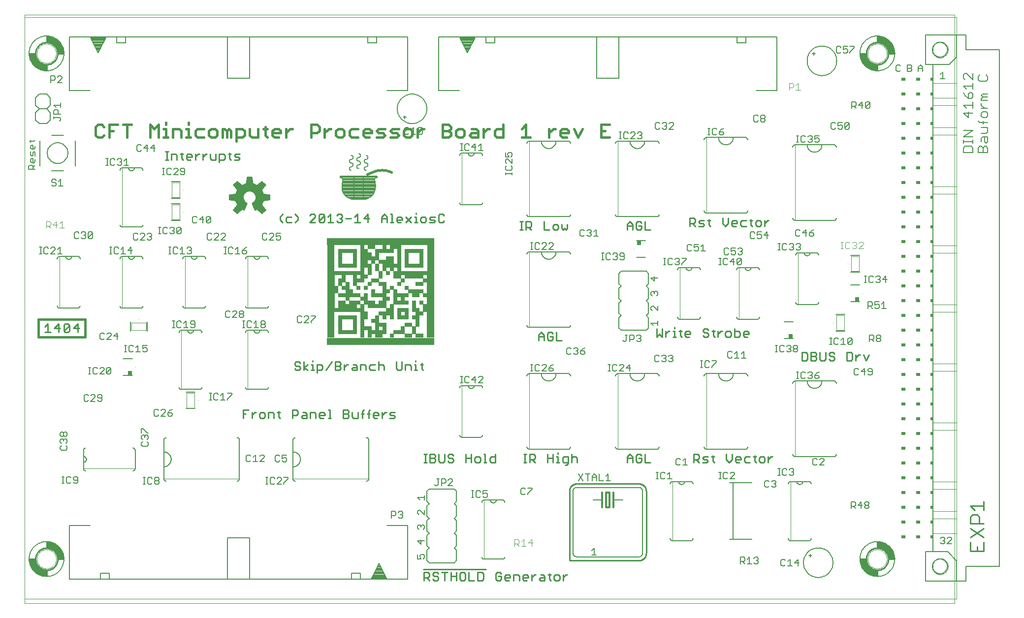
<source format=gto>
G75*
G70*
%OFA0B0*%
%FSLAX24Y24*%
%IPPOS*%
%LPD*%
%AMOC8*
5,1,8,0,0,1.08239X$1,22.5*
%
%ADD10C,0.0000*%
%ADD11C,0.0150*%
%ADD12C,0.0100*%
%ADD13C,0.0080*%
%ADD14C,0.0110*%
%ADD15C,0.0160*%
%ADD16C,0.0050*%
%ADD17C,0.0060*%
%ADD18C,0.0020*%
%ADD19C,0.0070*%
%ADD20R,0.0150X0.0200*%
%ADD21R,0.0300X0.0200*%
%ADD22C,0.0040*%
%ADD23C,0.0059*%
%ADD24R,0.0250X0.0250*%
%ADD25R,0.1250X0.0250*%
%ADD26R,0.0250X0.0750*%
%ADD27R,0.0500X0.6250*%
%ADD28R,0.7250X0.0500*%
%ADD29C,0.0004*%
%ADD30C,0.0030*%
%ADD31C,0.0090*%
%ADD32R,0.0295X0.0295*%
%ADD33C,0.0120*%
D10*
X004848Y007120D02*
X004848Y046990D01*
X067840Y046990D01*
X067840Y007120D01*
X004848Y007120D01*
X004848Y007430D02*
X004848Y046810D01*
X067948Y046810D01*
X067948Y007430D01*
X004848Y007430D01*
X005698Y010120D02*
X005700Y010170D01*
X005706Y010220D01*
X005716Y010270D01*
X005729Y010318D01*
X005746Y010366D01*
X005767Y010412D01*
X005791Y010456D01*
X005819Y010498D01*
X005850Y010538D01*
X005884Y010575D01*
X005921Y010610D01*
X005960Y010641D01*
X006001Y010670D01*
X006045Y010695D01*
X006091Y010717D01*
X006138Y010735D01*
X006186Y010749D01*
X006235Y010760D01*
X006285Y010767D01*
X006335Y010770D01*
X006386Y010769D01*
X006436Y010764D01*
X006486Y010755D01*
X006534Y010743D01*
X006582Y010726D01*
X006628Y010706D01*
X006673Y010683D01*
X006716Y010656D01*
X006756Y010626D01*
X006794Y010593D01*
X006829Y010557D01*
X006862Y010518D01*
X006891Y010477D01*
X006917Y010434D01*
X006940Y010389D01*
X006959Y010342D01*
X006974Y010294D01*
X006986Y010245D01*
X006994Y010195D01*
X006998Y010145D01*
X006998Y010095D01*
X006994Y010045D01*
X006986Y009995D01*
X006974Y009946D01*
X006959Y009898D01*
X006940Y009851D01*
X006917Y009806D01*
X006891Y009763D01*
X006862Y009722D01*
X006829Y009683D01*
X006794Y009647D01*
X006756Y009614D01*
X006716Y009584D01*
X006673Y009557D01*
X006628Y009534D01*
X006582Y009514D01*
X006534Y009497D01*
X006486Y009485D01*
X006436Y009476D01*
X006386Y009471D01*
X006335Y009470D01*
X006285Y009473D01*
X006235Y009480D01*
X006186Y009491D01*
X006138Y009505D01*
X006091Y009523D01*
X006045Y009545D01*
X006001Y009570D01*
X005960Y009599D01*
X005921Y009630D01*
X005884Y009665D01*
X005850Y009702D01*
X005819Y009742D01*
X005791Y009784D01*
X005767Y009828D01*
X005746Y009874D01*
X005729Y009922D01*
X005716Y009970D01*
X005706Y010020D01*
X005700Y010070D01*
X005698Y010120D01*
X005698Y044370D02*
X005700Y044420D01*
X005706Y044470D01*
X005716Y044520D01*
X005729Y044568D01*
X005746Y044616D01*
X005767Y044662D01*
X005791Y044706D01*
X005819Y044748D01*
X005850Y044788D01*
X005884Y044825D01*
X005921Y044860D01*
X005960Y044891D01*
X006001Y044920D01*
X006045Y044945D01*
X006091Y044967D01*
X006138Y044985D01*
X006186Y044999D01*
X006235Y045010D01*
X006285Y045017D01*
X006335Y045020D01*
X006386Y045019D01*
X006436Y045014D01*
X006486Y045005D01*
X006534Y044993D01*
X006582Y044976D01*
X006628Y044956D01*
X006673Y044933D01*
X006716Y044906D01*
X006756Y044876D01*
X006794Y044843D01*
X006829Y044807D01*
X006862Y044768D01*
X006891Y044727D01*
X006917Y044684D01*
X006940Y044639D01*
X006959Y044592D01*
X006974Y044544D01*
X006986Y044495D01*
X006994Y044445D01*
X006998Y044395D01*
X006998Y044345D01*
X006994Y044295D01*
X006986Y044245D01*
X006974Y044196D01*
X006959Y044148D01*
X006940Y044101D01*
X006917Y044056D01*
X006891Y044013D01*
X006862Y043972D01*
X006829Y043933D01*
X006794Y043897D01*
X006756Y043864D01*
X006716Y043834D01*
X006673Y043807D01*
X006628Y043784D01*
X006582Y043764D01*
X006534Y043747D01*
X006486Y043735D01*
X006436Y043726D01*
X006386Y043721D01*
X006335Y043720D01*
X006285Y043723D01*
X006235Y043730D01*
X006186Y043741D01*
X006138Y043755D01*
X006091Y043773D01*
X006045Y043795D01*
X006001Y043820D01*
X005960Y043849D01*
X005921Y043880D01*
X005884Y043915D01*
X005850Y043952D01*
X005819Y043992D01*
X005791Y044034D01*
X005767Y044078D01*
X005746Y044124D01*
X005729Y044172D01*
X005716Y044220D01*
X005706Y044270D01*
X005700Y044320D01*
X005698Y044370D01*
X061948Y044370D02*
X061950Y044420D01*
X061956Y044470D01*
X061966Y044520D01*
X061979Y044568D01*
X061996Y044616D01*
X062017Y044662D01*
X062041Y044706D01*
X062069Y044748D01*
X062100Y044788D01*
X062134Y044825D01*
X062171Y044860D01*
X062210Y044891D01*
X062251Y044920D01*
X062295Y044945D01*
X062341Y044967D01*
X062388Y044985D01*
X062436Y044999D01*
X062485Y045010D01*
X062535Y045017D01*
X062585Y045020D01*
X062636Y045019D01*
X062686Y045014D01*
X062736Y045005D01*
X062784Y044993D01*
X062832Y044976D01*
X062878Y044956D01*
X062923Y044933D01*
X062966Y044906D01*
X063006Y044876D01*
X063044Y044843D01*
X063079Y044807D01*
X063112Y044768D01*
X063141Y044727D01*
X063167Y044684D01*
X063190Y044639D01*
X063209Y044592D01*
X063224Y044544D01*
X063236Y044495D01*
X063244Y044445D01*
X063248Y044395D01*
X063248Y044345D01*
X063244Y044295D01*
X063236Y044245D01*
X063224Y044196D01*
X063209Y044148D01*
X063190Y044101D01*
X063167Y044056D01*
X063141Y044013D01*
X063112Y043972D01*
X063079Y043933D01*
X063044Y043897D01*
X063006Y043864D01*
X062966Y043834D01*
X062923Y043807D01*
X062878Y043784D01*
X062832Y043764D01*
X062784Y043747D01*
X062736Y043735D01*
X062686Y043726D01*
X062636Y043721D01*
X062585Y043720D01*
X062535Y043723D01*
X062485Y043730D01*
X062436Y043741D01*
X062388Y043755D01*
X062341Y043773D01*
X062295Y043795D01*
X062251Y043820D01*
X062210Y043849D01*
X062171Y043880D01*
X062134Y043915D01*
X062100Y043952D01*
X062069Y043992D01*
X062041Y044034D01*
X062017Y044078D01*
X061996Y044124D01*
X061979Y044172D01*
X061966Y044220D01*
X061956Y044270D01*
X061950Y044320D01*
X061948Y044370D01*
X066298Y044620D02*
X066300Y044667D01*
X066306Y044713D01*
X066316Y044759D01*
X066329Y044803D01*
X066347Y044847D01*
X066368Y044888D01*
X066392Y044928D01*
X066420Y044966D01*
X066451Y045001D01*
X066485Y045033D01*
X066521Y045062D01*
X066560Y045088D01*
X066600Y045111D01*
X066643Y045130D01*
X066687Y045146D01*
X066732Y045158D01*
X066778Y045166D01*
X066825Y045170D01*
X066871Y045170D01*
X066918Y045166D01*
X066964Y045158D01*
X067009Y045146D01*
X067053Y045130D01*
X067096Y045111D01*
X067136Y045088D01*
X067175Y045062D01*
X067211Y045033D01*
X067245Y045001D01*
X067276Y044966D01*
X067304Y044928D01*
X067328Y044888D01*
X067349Y044847D01*
X067367Y044803D01*
X067380Y044759D01*
X067390Y044713D01*
X067396Y044667D01*
X067398Y044620D01*
X067396Y044573D01*
X067390Y044527D01*
X067380Y044481D01*
X067367Y044437D01*
X067349Y044393D01*
X067328Y044352D01*
X067304Y044312D01*
X067276Y044274D01*
X067245Y044239D01*
X067211Y044207D01*
X067175Y044178D01*
X067136Y044152D01*
X067096Y044129D01*
X067053Y044110D01*
X067009Y044094D01*
X066964Y044082D01*
X066918Y044074D01*
X066871Y044070D01*
X066825Y044070D01*
X066778Y044074D01*
X066732Y044082D01*
X066687Y044094D01*
X066643Y044110D01*
X066600Y044129D01*
X066560Y044152D01*
X066521Y044178D01*
X066485Y044207D01*
X066451Y044239D01*
X066420Y044274D01*
X066392Y044312D01*
X066368Y044352D01*
X066347Y044393D01*
X066329Y044437D01*
X066316Y044481D01*
X066306Y044527D01*
X066300Y044573D01*
X066298Y044620D01*
X061948Y010120D02*
X061950Y010170D01*
X061956Y010220D01*
X061966Y010270D01*
X061979Y010318D01*
X061996Y010366D01*
X062017Y010412D01*
X062041Y010456D01*
X062069Y010498D01*
X062100Y010538D01*
X062134Y010575D01*
X062171Y010610D01*
X062210Y010641D01*
X062251Y010670D01*
X062295Y010695D01*
X062341Y010717D01*
X062388Y010735D01*
X062436Y010749D01*
X062485Y010760D01*
X062535Y010767D01*
X062585Y010770D01*
X062636Y010769D01*
X062686Y010764D01*
X062736Y010755D01*
X062784Y010743D01*
X062832Y010726D01*
X062878Y010706D01*
X062923Y010683D01*
X062966Y010656D01*
X063006Y010626D01*
X063044Y010593D01*
X063079Y010557D01*
X063112Y010518D01*
X063141Y010477D01*
X063167Y010434D01*
X063190Y010389D01*
X063209Y010342D01*
X063224Y010294D01*
X063236Y010245D01*
X063244Y010195D01*
X063248Y010145D01*
X063248Y010095D01*
X063244Y010045D01*
X063236Y009995D01*
X063224Y009946D01*
X063209Y009898D01*
X063190Y009851D01*
X063167Y009806D01*
X063141Y009763D01*
X063112Y009722D01*
X063079Y009683D01*
X063044Y009647D01*
X063006Y009614D01*
X062966Y009584D01*
X062923Y009557D01*
X062878Y009534D01*
X062832Y009514D01*
X062784Y009497D01*
X062736Y009485D01*
X062686Y009476D01*
X062636Y009471D01*
X062585Y009470D01*
X062535Y009473D01*
X062485Y009480D01*
X062436Y009491D01*
X062388Y009505D01*
X062341Y009523D01*
X062295Y009545D01*
X062251Y009570D01*
X062210Y009599D01*
X062171Y009630D01*
X062134Y009665D01*
X062100Y009702D01*
X062069Y009742D01*
X062041Y009784D01*
X062017Y009828D01*
X061996Y009874D01*
X061979Y009922D01*
X061966Y009970D01*
X061956Y010020D01*
X061950Y010070D01*
X061948Y010120D01*
X066298Y009620D02*
X066300Y009667D01*
X066306Y009713D01*
X066316Y009759D01*
X066329Y009803D01*
X066347Y009847D01*
X066368Y009888D01*
X066392Y009928D01*
X066420Y009966D01*
X066451Y010001D01*
X066485Y010033D01*
X066521Y010062D01*
X066560Y010088D01*
X066600Y010111D01*
X066643Y010130D01*
X066687Y010146D01*
X066732Y010158D01*
X066778Y010166D01*
X066825Y010170D01*
X066871Y010170D01*
X066918Y010166D01*
X066964Y010158D01*
X067009Y010146D01*
X067053Y010130D01*
X067096Y010111D01*
X067136Y010088D01*
X067175Y010062D01*
X067211Y010033D01*
X067245Y010001D01*
X067276Y009966D01*
X067304Y009928D01*
X067328Y009888D01*
X067349Y009847D01*
X067367Y009803D01*
X067380Y009759D01*
X067390Y009713D01*
X067396Y009667D01*
X067398Y009620D01*
X067396Y009573D01*
X067390Y009527D01*
X067380Y009481D01*
X067367Y009437D01*
X067349Y009393D01*
X067328Y009352D01*
X067304Y009312D01*
X067276Y009274D01*
X067245Y009239D01*
X067211Y009207D01*
X067175Y009178D01*
X067136Y009152D01*
X067096Y009129D01*
X067053Y009110D01*
X067009Y009094D01*
X066964Y009082D01*
X066918Y009074D01*
X066871Y009070D01*
X066825Y009070D01*
X066778Y009074D01*
X066732Y009082D01*
X066687Y009094D01*
X066643Y009110D01*
X066600Y009129D01*
X066560Y009152D01*
X066521Y009178D01*
X066485Y009207D01*
X066451Y009239D01*
X066420Y009274D01*
X066392Y009312D01*
X066368Y009352D01*
X066347Y009393D01*
X066329Y009437D01*
X066316Y009481D01*
X066306Y009527D01*
X066300Y009573D01*
X066298Y009620D01*
D11*
X044461Y038695D02*
X043894Y038695D01*
X043894Y039545D01*
X044461Y039545D01*
X044177Y039120D02*
X043894Y039120D01*
X042620Y039262D02*
X042336Y038695D01*
X042052Y039262D01*
X041699Y039120D02*
X041699Y038978D01*
X041132Y038978D01*
X041132Y038836D02*
X041132Y039120D01*
X041273Y039262D01*
X041557Y039262D01*
X041699Y039120D01*
X041557Y038695D02*
X041273Y038695D01*
X041132Y038836D01*
X040790Y039262D02*
X040648Y039262D01*
X040364Y038978D01*
X040364Y038695D02*
X040364Y039262D01*
X039090Y038695D02*
X038523Y038695D01*
X038806Y038695D02*
X038806Y039545D01*
X038523Y039262D01*
X037249Y039262D02*
X036823Y039262D01*
X036681Y039120D01*
X036681Y038836D01*
X036823Y038695D01*
X037249Y038695D01*
X037249Y039545D01*
X036339Y039262D02*
X036198Y039262D01*
X035914Y038978D01*
X035914Y038695D02*
X035914Y039262D01*
X035561Y039120D02*
X035561Y038695D01*
X035135Y038695D01*
X034993Y038836D01*
X035135Y038978D01*
X035561Y038978D01*
X035561Y039120D02*
X035419Y039262D01*
X035135Y039262D01*
X034640Y039120D02*
X034640Y038836D01*
X034498Y038695D01*
X034214Y038695D01*
X034073Y038836D01*
X034073Y039120D01*
X034214Y039262D01*
X034498Y039262D01*
X034640Y039120D01*
X033719Y039262D02*
X033577Y039120D01*
X033152Y039120D01*
X033152Y039545D02*
X033577Y039545D01*
X033719Y039403D01*
X033719Y039262D01*
X033577Y039120D02*
X033719Y038978D01*
X033719Y038836D01*
X033577Y038695D01*
X033152Y038695D01*
X033152Y039545D01*
X031889Y039262D02*
X031747Y039262D01*
X031464Y038978D01*
X031464Y038695D02*
X031464Y039262D01*
X031110Y039120D02*
X031110Y038836D01*
X030968Y038695D01*
X030685Y038695D01*
X030543Y038836D01*
X030543Y039120D01*
X030685Y039262D01*
X030968Y039262D01*
X031110Y039120D01*
X030189Y039262D02*
X029764Y039262D01*
X029622Y039120D01*
X029764Y038978D01*
X030048Y038978D01*
X030189Y038836D01*
X030048Y038695D01*
X029622Y038695D01*
X029269Y038836D02*
X029127Y038978D01*
X028843Y038978D01*
X028702Y039120D01*
X028843Y039262D01*
X029269Y039262D01*
X029269Y038836D02*
X029127Y038695D01*
X028702Y038695D01*
X028348Y038978D02*
X028348Y039120D01*
X028206Y039262D01*
X027923Y039262D01*
X027781Y039120D01*
X027781Y038836D01*
X027923Y038695D01*
X028206Y038695D01*
X028348Y038978D02*
X027781Y038978D01*
X027427Y038695D02*
X027002Y038695D01*
X026860Y038836D01*
X026860Y039120D01*
X027002Y039262D01*
X027427Y039262D01*
X026506Y039120D02*
X026506Y038836D01*
X026365Y038695D01*
X026081Y038695D01*
X025939Y038836D01*
X025939Y039120D01*
X026081Y039262D01*
X026365Y039262D01*
X026506Y039120D01*
X025597Y039262D02*
X025456Y039262D01*
X025172Y038978D01*
X025172Y038695D02*
X025172Y039262D01*
X024818Y039403D02*
X024818Y039120D01*
X024677Y038978D01*
X024251Y038978D01*
X024251Y038695D02*
X024251Y039545D01*
X024677Y039545D01*
X024818Y039403D01*
X022989Y039262D02*
X022847Y039262D01*
X022563Y038978D01*
X022563Y038695D02*
X022563Y039262D01*
X022210Y039120D02*
X022210Y038978D01*
X021643Y038978D01*
X021643Y038836D02*
X021643Y039120D01*
X021784Y039262D01*
X022068Y039262D01*
X022210Y039120D01*
X022068Y038695D02*
X021784Y038695D01*
X021643Y038836D01*
X021312Y038695D02*
X021171Y038836D01*
X021171Y039403D01*
X021312Y039262D02*
X021029Y039262D01*
X020675Y039262D02*
X020675Y038695D01*
X020250Y038695D01*
X020108Y038836D01*
X020108Y039262D01*
X019754Y039120D02*
X019754Y038836D01*
X019613Y038695D01*
X019187Y038695D01*
X019187Y038411D02*
X019187Y039262D01*
X019613Y039262D01*
X019754Y039120D01*
X018834Y039120D02*
X018834Y038695D01*
X018550Y038695D02*
X018550Y039120D01*
X018692Y039262D01*
X018834Y039120D01*
X018550Y039120D02*
X018408Y039262D01*
X018266Y039262D01*
X018266Y038695D01*
X017913Y038836D02*
X017913Y039120D01*
X017771Y039262D01*
X017488Y039262D01*
X017346Y039120D01*
X017346Y038836D01*
X017488Y038695D01*
X017771Y038695D01*
X017913Y038836D01*
X016992Y038695D02*
X016567Y038695D01*
X016425Y038836D01*
X016425Y039120D01*
X016567Y039262D01*
X016992Y039262D01*
X015953Y039262D02*
X015953Y038695D01*
X015811Y038695D02*
X016095Y038695D01*
X015953Y039262D02*
X015811Y039262D01*
X015953Y039545D02*
X015953Y039687D01*
X015458Y039120D02*
X015458Y038695D01*
X015458Y039120D02*
X015316Y039262D01*
X014890Y039262D01*
X014890Y038695D01*
X014560Y038695D02*
X014277Y038695D01*
X014418Y038695D02*
X014418Y039262D01*
X014277Y039262D01*
X014418Y039545D02*
X014418Y039687D01*
X013923Y039545D02*
X013923Y038695D01*
X013356Y038695D02*
X013356Y039545D01*
X013639Y039262D01*
X013923Y039545D01*
X012081Y039545D02*
X011514Y039545D01*
X011798Y039545D02*
X011798Y038695D01*
X010877Y039120D02*
X010594Y039120D01*
X010594Y039545D02*
X011161Y039545D01*
X010594Y039545D02*
X010594Y038695D01*
X010240Y038836D02*
X010098Y038695D01*
X009815Y038695D01*
X009673Y038836D01*
X009673Y039403D01*
X009815Y039545D01*
X010098Y039545D01*
X010240Y039403D01*
D12*
X014398Y037730D02*
X014585Y037730D01*
X014491Y037730D02*
X014491Y037170D01*
X014398Y037170D02*
X014585Y037170D01*
X014803Y037170D02*
X014803Y037543D01*
X015083Y037543D01*
X015177Y037450D01*
X015177Y037170D01*
X015504Y037263D02*
X015598Y037170D01*
X015504Y037263D02*
X015504Y037637D01*
X015411Y037543D02*
X015598Y037543D01*
X015816Y037450D02*
X015816Y037263D01*
X015909Y037170D01*
X016096Y037170D01*
X016189Y037356D02*
X015816Y037356D01*
X015816Y037450D02*
X015909Y037543D01*
X016096Y037543D01*
X016189Y037450D01*
X016189Y037356D01*
X016424Y037356D02*
X016610Y037543D01*
X016704Y037543D01*
X016930Y037543D02*
X016930Y037170D01*
X016930Y037356D02*
X017117Y037543D01*
X017210Y037543D01*
X017436Y037543D02*
X017436Y037263D01*
X017530Y037170D01*
X017810Y037170D01*
X017810Y037543D01*
X018044Y037543D02*
X018324Y037543D01*
X018418Y037450D01*
X018418Y037263D01*
X018324Y037170D01*
X018044Y037170D01*
X018044Y036983D02*
X018044Y037543D01*
X018652Y037543D02*
X018839Y037543D01*
X018745Y037637D02*
X018745Y037263D01*
X018839Y037170D01*
X019057Y037170D02*
X019337Y037170D01*
X019431Y037263D01*
X019337Y037356D01*
X019150Y037356D01*
X019057Y037450D01*
X019150Y037543D01*
X019431Y037543D01*
X016424Y037543D02*
X016424Y037170D01*
X022148Y033293D02*
X022335Y033480D01*
X022148Y033293D02*
X022148Y033106D01*
X022335Y032920D01*
X022553Y033013D02*
X022646Y032920D01*
X022927Y032920D01*
X023161Y032920D02*
X023348Y033106D01*
X023348Y033293D01*
X023161Y033480D01*
X022927Y033293D02*
X022646Y033293D01*
X022553Y033200D01*
X022553Y033013D01*
X024174Y032920D02*
X024547Y033293D01*
X024547Y033387D01*
X024454Y033480D01*
X024267Y033480D01*
X024174Y033387D01*
X024174Y032920D02*
X024547Y032920D01*
X024781Y033013D02*
X025155Y033387D01*
X025155Y033013D01*
X025061Y032920D01*
X024875Y032920D01*
X024781Y033013D01*
X024781Y033387D01*
X024875Y033480D01*
X025061Y033480D01*
X025155Y033387D01*
X025389Y033293D02*
X025576Y033480D01*
X025576Y032920D01*
X025389Y032920D02*
X025763Y032920D01*
X025997Y033013D02*
X026090Y032920D01*
X026277Y032920D01*
X026370Y033013D01*
X026370Y033106D01*
X026277Y033200D01*
X026184Y033200D01*
X026277Y033200D02*
X026370Y033293D01*
X026370Y033387D01*
X026277Y033480D01*
X026090Y033480D01*
X025997Y033387D01*
X026604Y033200D02*
X026978Y033200D01*
X027212Y033293D02*
X027399Y033480D01*
X027399Y032920D01*
X027212Y032920D02*
X027586Y032920D01*
X027820Y033200D02*
X028193Y033200D01*
X028100Y033480D02*
X027820Y033200D01*
X028100Y032920D02*
X028100Y033480D01*
X029035Y033293D02*
X029035Y032920D01*
X029035Y033200D02*
X029409Y033200D01*
X029409Y033293D02*
X029409Y032920D01*
X029643Y032920D02*
X029830Y032920D01*
X029736Y032920D02*
X029736Y033480D01*
X029643Y033480D01*
X029409Y033293D02*
X029222Y033480D01*
X029035Y033293D01*
X030048Y033200D02*
X030048Y033013D01*
X030141Y032920D01*
X030328Y032920D01*
X030422Y033106D02*
X030048Y033106D01*
X030048Y033200D02*
X030141Y033293D01*
X030328Y033293D01*
X030422Y033200D01*
X030422Y033106D01*
X030656Y032920D02*
X031029Y033293D01*
X031264Y033293D02*
X031357Y033293D01*
X031357Y032920D01*
X031264Y032920D02*
X031450Y032920D01*
X031669Y033013D02*
X031762Y032920D01*
X031949Y032920D01*
X032042Y033013D01*
X032042Y033200D01*
X031949Y033293D01*
X031762Y033293D01*
X031669Y033200D01*
X031669Y033013D01*
X031357Y033480D02*
X031357Y033573D01*
X031029Y032920D02*
X030656Y033293D01*
X032276Y033200D02*
X032370Y033293D01*
X032650Y033293D01*
X032557Y033106D02*
X032370Y033106D01*
X032276Y033200D01*
X032276Y032920D02*
X032557Y032920D01*
X032650Y033013D01*
X032557Y033106D01*
X032884Y033013D02*
X032977Y032920D01*
X033164Y032920D01*
X033258Y033013D01*
X033258Y033387D02*
X033164Y033480D01*
X032977Y033480D01*
X032884Y033387D01*
X032884Y033013D01*
X038398Y032980D02*
X038585Y032980D01*
X038491Y032980D02*
X038491Y032420D01*
X038398Y032420D02*
X038585Y032420D01*
X038803Y032420D02*
X038803Y032980D01*
X039083Y032980D01*
X039177Y032887D01*
X039177Y032700D01*
X039083Y032606D01*
X038803Y032606D01*
X038990Y032606D02*
X039177Y032420D01*
X040018Y032420D02*
X040018Y032980D01*
X040018Y032420D02*
X040392Y032420D01*
X040626Y032513D02*
X040626Y032700D01*
X040720Y032793D01*
X040906Y032793D01*
X041000Y032700D01*
X041000Y032513D01*
X040906Y032420D01*
X040720Y032420D01*
X040626Y032513D01*
X041234Y032513D02*
X041234Y032793D01*
X041234Y032513D02*
X041327Y032420D01*
X041421Y032513D01*
X041514Y032420D01*
X041607Y032513D01*
X041607Y032793D01*
X045648Y032793D02*
X045648Y032420D01*
X045648Y032700D02*
X046021Y032700D01*
X046021Y032793D02*
X046021Y032420D01*
X046256Y032513D02*
X046256Y032887D01*
X046349Y032980D01*
X046536Y032980D01*
X046629Y032887D01*
X046629Y032700D02*
X046442Y032700D01*
X046629Y032700D02*
X046629Y032513D01*
X046536Y032420D01*
X046349Y032420D01*
X046256Y032513D01*
X046021Y032793D02*
X045835Y032980D01*
X045648Y032793D01*
X046863Y032980D02*
X046863Y032420D01*
X047237Y032420D01*
X049898Y032670D02*
X049898Y033230D01*
X050178Y033230D01*
X050271Y033137D01*
X050271Y032950D01*
X050178Y032856D01*
X049898Y032856D01*
X050085Y032856D02*
X050271Y032670D01*
X050506Y032670D02*
X050786Y032670D01*
X050879Y032763D01*
X050786Y032856D01*
X050599Y032856D01*
X050506Y032950D01*
X050599Y033043D01*
X050879Y033043D01*
X051113Y033043D02*
X051300Y033043D01*
X051207Y033137D02*
X051207Y032763D01*
X051300Y032670D01*
X052126Y032856D02*
X052126Y033230D01*
X052126Y032856D02*
X052313Y032670D01*
X052500Y032856D01*
X052500Y033230D01*
X052734Y032950D02*
X052827Y033043D01*
X053014Y033043D01*
X053107Y032950D01*
X053107Y032856D01*
X052734Y032856D01*
X052734Y032763D02*
X052734Y032950D01*
X052734Y032763D02*
X052827Y032670D01*
X053014Y032670D01*
X053342Y032763D02*
X053435Y032670D01*
X053715Y032670D01*
X054043Y032763D02*
X054043Y033137D01*
X053949Y033043D02*
X054136Y033043D01*
X054354Y032950D02*
X054354Y032763D01*
X054448Y032670D01*
X054635Y032670D01*
X054728Y032763D01*
X054728Y032950D01*
X054635Y033043D01*
X054448Y033043D01*
X054354Y032950D01*
X054136Y032670D02*
X054043Y032763D01*
X053715Y033043D02*
X053435Y033043D01*
X053342Y032950D01*
X053342Y032763D01*
X054962Y032856D02*
X055149Y033043D01*
X055242Y033043D01*
X054962Y033043D02*
X054962Y032670D01*
X053803Y025543D02*
X053896Y025450D01*
X053896Y025356D01*
X053522Y025356D01*
X053522Y025263D02*
X053522Y025450D01*
X053616Y025543D01*
X053803Y025543D01*
X053803Y025170D02*
X053616Y025170D01*
X053522Y025263D01*
X053288Y025263D02*
X053288Y025450D01*
X053195Y025543D01*
X052915Y025543D01*
X052915Y025730D02*
X052915Y025170D01*
X053195Y025170D01*
X053288Y025263D01*
X052681Y025263D02*
X052681Y025450D01*
X052587Y025543D01*
X052400Y025543D01*
X052307Y025450D01*
X052307Y025263D01*
X052400Y025170D01*
X052587Y025170D01*
X052681Y025263D01*
X052081Y025543D02*
X051987Y025543D01*
X051801Y025356D01*
X051801Y025170D02*
X051801Y025543D01*
X051582Y025543D02*
X051395Y025543D01*
X051489Y025637D02*
X051489Y025263D01*
X051582Y025170D01*
X051161Y025263D02*
X051068Y025170D01*
X050881Y025170D01*
X050788Y025263D01*
X050881Y025450D02*
X051068Y025450D01*
X051161Y025356D01*
X051161Y025263D01*
X050881Y025450D02*
X050788Y025543D01*
X050788Y025637D01*
X050881Y025730D01*
X051068Y025730D01*
X051161Y025637D01*
X049946Y025450D02*
X049946Y025356D01*
X049572Y025356D01*
X049572Y025263D02*
X049572Y025450D01*
X049666Y025543D01*
X049852Y025543D01*
X049946Y025450D01*
X049852Y025170D02*
X049666Y025170D01*
X049572Y025263D01*
X049354Y025170D02*
X049261Y025263D01*
X049261Y025637D01*
X049167Y025543D02*
X049354Y025543D01*
X048855Y025543D02*
X048855Y025170D01*
X048762Y025170D02*
X048949Y025170D01*
X048855Y025543D02*
X048762Y025543D01*
X048855Y025730D02*
X048855Y025823D01*
X048536Y025543D02*
X048442Y025543D01*
X048256Y025356D01*
X048256Y025170D02*
X048256Y025543D01*
X048021Y025730D02*
X048021Y025170D01*
X047835Y025356D01*
X047648Y025170D01*
X047648Y025730D01*
X041237Y024920D02*
X040863Y024920D01*
X040863Y025480D01*
X040629Y025387D02*
X040536Y025480D01*
X040349Y025480D01*
X040256Y025387D01*
X040256Y025013D01*
X040349Y024920D01*
X040536Y024920D01*
X040629Y025013D01*
X040629Y025200D01*
X040442Y025200D01*
X040021Y025200D02*
X039648Y025200D01*
X039648Y025293D02*
X039835Y025480D01*
X040021Y025293D01*
X040021Y024920D01*
X039648Y024920D02*
X039648Y025293D01*
X031843Y023293D02*
X031656Y023293D01*
X031749Y023387D02*
X031749Y023013D01*
X031843Y022920D01*
X031438Y022920D02*
X031251Y022920D01*
X031344Y022920D02*
X031344Y023293D01*
X031251Y023293D01*
X031344Y023480D02*
X031344Y023573D01*
X031017Y023200D02*
X031017Y022920D01*
X031017Y023200D02*
X030923Y023293D01*
X030643Y023293D01*
X030643Y022920D01*
X030409Y023013D02*
X030409Y023480D01*
X030035Y023480D02*
X030035Y023013D01*
X030129Y022920D01*
X030316Y022920D01*
X030409Y023013D01*
X029193Y022920D02*
X029193Y023200D01*
X029100Y023293D01*
X028913Y023293D01*
X028820Y023200D01*
X028586Y023293D02*
X028306Y023293D01*
X028212Y023200D01*
X028212Y023013D01*
X028306Y022920D01*
X028586Y022920D01*
X028820Y022920D02*
X028820Y023480D01*
X027978Y023200D02*
X027978Y022920D01*
X027978Y023200D02*
X027885Y023293D01*
X027604Y023293D01*
X027604Y022920D01*
X027370Y022920D02*
X027090Y022920D01*
X026997Y023013D01*
X027090Y023106D01*
X027370Y023106D01*
X027370Y023200D02*
X027370Y022920D01*
X027370Y023200D02*
X027277Y023293D01*
X027090Y023293D01*
X026771Y023293D02*
X026677Y023293D01*
X026490Y023106D01*
X026490Y022920D02*
X026490Y023293D01*
X026256Y023293D02*
X026256Y023387D01*
X026163Y023480D01*
X025883Y023480D01*
X025883Y022920D01*
X026163Y022920D01*
X026256Y023013D01*
X026256Y023106D01*
X026163Y023200D01*
X025883Y023200D01*
X026163Y023200D02*
X026256Y023293D01*
X025648Y023480D02*
X025275Y022920D01*
X025041Y023013D02*
X024947Y022920D01*
X024667Y022920D01*
X024667Y022733D02*
X024667Y023293D01*
X024947Y023293D01*
X025041Y023200D01*
X025041Y023013D01*
X024449Y022920D02*
X024262Y022920D01*
X024355Y022920D02*
X024355Y023293D01*
X024262Y023293D01*
X024355Y023480D02*
X024355Y023573D01*
X024036Y023293D02*
X023756Y023106D01*
X024036Y022920D01*
X023756Y022920D02*
X023756Y023480D01*
X023521Y023387D02*
X023428Y023480D01*
X023241Y023480D01*
X023148Y023387D01*
X023148Y023293D01*
X023241Y023200D01*
X023428Y023200D01*
X023521Y023106D01*
X023521Y023013D01*
X023428Y022920D01*
X023241Y022920D01*
X023148Y023013D01*
X023271Y020230D02*
X023364Y020137D01*
X023364Y019950D01*
X023271Y019856D01*
X022990Y019856D01*
X022990Y019670D02*
X022990Y020230D01*
X023271Y020230D01*
X023691Y020043D02*
X023878Y020043D01*
X023972Y019950D01*
X023972Y019670D01*
X023691Y019670D01*
X023598Y019763D01*
X023691Y019856D01*
X023972Y019856D01*
X024206Y019670D02*
X024206Y020043D01*
X024486Y020043D01*
X024579Y019950D01*
X024579Y019670D01*
X024813Y019763D02*
X024813Y019950D01*
X024907Y020043D01*
X025094Y020043D01*
X025187Y019950D01*
X025187Y019856D01*
X024813Y019856D01*
X024813Y019763D02*
X024907Y019670D01*
X025094Y019670D01*
X025421Y019670D02*
X025608Y019670D01*
X025515Y019670D02*
X025515Y020230D01*
X025421Y020230D01*
X026434Y020230D02*
X026434Y019670D01*
X026714Y019670D01*
X026808Y019763D01*
X026808Y019856D01*
X026714Y019950D01*
X026434Y019950D01*
X026434Y020230D02*
X026714Y020230D01*
X026808Y020137D01*
X026808Y020043D01*
X026714Y019950D01*
X027042Y020043D02*
X027042Y019763D01*
X027135Y019670D01*
X027415Y019670D01*
X027415Y020043D01*
X027649Y019950D02*
X027836Y019950D01*
X027743Y020137D02*
X027743Y019670D01*
X028148Y019670D02*
X028148Y020137D01*
X028241Y020230D01*
X028241Y019950D02*
X028055Y019950D01*
X027836Y020230D02*
X027743Y020137D01*
X028460Y019950D02*
X028553Y020043D01*
X028740Y020043D01*
X028833Y019950D01*
X028833Y019856D01*
X028460Y019856D01*
X028460Y019763D02*
X028460Y019950D01*
X028460Y019763D02*
X028553Y019670D01*
X028740Y019670D01*
X029067Y019670D02*
X029067Y020043D01*
X029067Y019856D02*
X029254Y020043D01*
X029348Y020043D01*
X029574Y019950D02*
X029667Y020043D01*
X029947Y020043D01*
X029854Y019856D02*
X029667Y019856D01*
X029574Y019950D01*
X029574Y019670D02*
X029854Y019670D01*
X029947Y019763D01*
X029854Y019856D01*
X031898Y017230D02*
X032085Y017230D01*
X031991Y017230D02*
X031991Y016670D01*
X031898Y016670D02*
X032085Y016670D01*
X032303Y016670D02*
X032583Y016670D01*
X032677Y016763D01*
X032677Y016856D01*
X032583Y016950D01*
X032303Y016950D01*
X032303Y017230D02*
X032583Y017230D01*
X032677Y017137D01*
X032677Y017043D01*
X032583Y016950D01*
X032911Y016763D02*
X033004Y016670D01*
X033191Y016670D01*
X033284Y016763D01*
X033284Y017230D01*
X033518Y017137D02*
X033518Y017043D01*
X033612Y016950D01*
X033799Y016950D01*
X033892Y016856D01*
X033892Y016763D01*
X033799Y016670D01*
X033612Y016670D01*
X033518Y016763D01*
X033518Y017137D02*
X033612Y017230D01*
X033799Y017230D01*
X033892Y017137D01*
X034734Y017230D02*
X034734Y016670D01*
X034734Y016950D02*
X035107Y016950D01*
X035342Y016950D02*
X035342Y016763D01*
X035435Y016670D01*
X035622Y016670D01*
X035715Y016763D01*
X035715Y016950D01*
X035622Y017043D01*
X035435Y017043D01*
X035342Y016950D01*
X035107Y017230D02*
X035107Y016670D01*
X035949Y016670D02*
X036136Y016670D01*
X036043Y016670D02*
X036043Y017230D01*
X035949Y017230D01*
X036354Y016950D02*
X036354Y016763D01*
X036448Y016670D01*
X036728Y016670D01*
X036728Y017230D01*
X036728Y017043D02*
X036448Y017043D01*
X036354Y016950D01*
X038648Y017230D02*
X038835Y017230D01*
X038741Y017230D02*
X038741Y016670D01*
X038648Y016670D02*
X038835Y016670D01*
X039053Y016670D02*
X039053Y017230D01*
X039333Y017230D01*
X039427Y017137D01*
X039427Y016950D01*
X039333Y016856D01*
X039053Y016856D01*
X039240Y016856D02*
X039427Y016670D01*
X040268Y016670D02*
X040268Y017230D01*
X040268Y016950D02*
X040642Y016950D01*
X040876Y017043D02*
X040970Y017043D01*
X040970Y016670D01*
X041063Y016670D02*
X040876Y016670D01*
X040642Y016670D02*
X040642Y017230D01*
X040970Y017230D02*
X040970Y017323D01*
X041281Y016950D02*
X041281Y016763D01*
X041375Y016670D01*
X041655Y016670D01*
X041655Y016576D02*
X041655Y017043D01*
X041375Y017043D01*
X041281Y016950D01*
X041468Y016483D02*
X041561Y016483D01*
X041655Y016576D01*
X041889Y016670D02*
X041889Y017230D01*
X041982Y017043D02*
X042169Y017043D01*
X042263Y016950D01*
X042263Y016670D01*
X041889Y016950D02*
X041982Y017043D01*
X042248Y015220D02*
X046448Y015220D01*
X046492Y015218D01*
X046535Y015212D01*
X046577Y015203D01*
X046619Y015190D01*
X046659Y015173D01*
X046698Y015153D01*
X046735Y015130D01*
X046769Y015103D01*
X046802Y015074D01*
X046831Y015041D01*
X046858Y015007D01*
X046881Y014970D01*
X046901Y014931D01*
X046918Y014891D01*
X046931Y014849D01*
X046940Y014807D01*
X046946Y014764D01*
X046948Y014720D01*
X046948Y010520D01*
X046946Y010476D01*
X046940Y010433D01*
X046931Y010391D01*
X046918Y010349D01*
X046901Y010309D01*
X046881Y010270D01*
X046858Y010233D01*
X046831Y010199D01*
X046802Y010166D01*
X046769Y010137D01*
X046735Y010110D01*
X046698Y010087D01*
X046659Y010067D01*
X046619Y010050D01*
X046577Y010037D01*
X046535Y010028D01*
X046492Y010022D01*
X046448Y010020D01*
X041748Y010020D01*
X041748Y014720D01*
X041750Y014764D01*
X041756Y014807D01*
X041765Y014849D01*
X041778Y014891D01*
X041795Y014931D01*
X041815Y014970D01*
X041838Y015007D01*
X041865Y015041D01*
X041894Y015074D01*
X041927Y015103D01*
X041961Y015130D01*
X041998Y015153D01*
X042037Y015173D01*
X042077Y015190D01*
X042119Y015203D01*
X042161Y015212D01*
X042204Y015218D01*
X042248Y015220D01*
X045648Y016670D02*
X045648Y017043D01*
X045835Y017230D01*
X046021Y017043D01*
X046021Y016670D01*
X046256Y016763D02*
X046256Y017137D01*
X046349Y017230D01*
X046536Y017230D01*
X046629Y017137D01*
X046629Y016950D02*
X046442Y016950D01*
X046629Y016950D02*
X046629Y016763D01*
X046536Y016670D01*
X046349Y016670D01*
X046256Y016763D01*
X046021Y016950D02*
X045648Y016950D01*
X046863Y017230D02*
X046863Y016670D01*
X047237Y016670D01*
X050148Y016670D02*
X050148Y017230D01*
X050428Y017230D01*
X050521Y017137D01*
X050521Y016950D01*
X050428Y016856D01*
X050148Y016856D01*
X050335Y016856D02*
X050521Y016670D01*
X050756Y016670D02*
X051036Y016670D01*
X051129Y016763D01*
X051036Y016856D01*
X050849Y016856D01*
X050756Y016950D01*
X050849Y017043D01*
X051129Y017043D01*
X051363Y017043D02*
X051550Y017043D01*
X051457Y017137D02*
X051457Y016763D01*
X051550Y016670D01*
X052376Y016856D02*
X052563Y016670D01*
X052750Y016856D01*
X052750Y017230D01*
X052984Y016950D02*
X053077Y017043D01*
X053264Y017043D01*
X053357Y016950D01*
X053357Y016856D01*
X052984Y016856D01*
X052984Y016763D02*
X052984Y016950D01*
X052984Y016763D02*
X053077Y016670D01*
X053264Y016670D01*
X053592Y016763D02*
X053685Y016670D01*
X053965Y016670D01*
X054293Y016763D02*
X054386Y016670D01*
X054293Y016763D02*
X054293Y017137D01*
X054199Y017043D02*
X054386Y017043D01*
X054604Y016950D02*
X054604Y016763D01*
X054698Y016670D01*
X054885Y016670D01*
X054978Y016763D01*
X054978Y016950D01*
X054885Y017043D01*
X054698Y017043D01*
X054604Y016950D01*
X055212Y017043D02*
X055212Y016670D01*
X055212Y016856D02*
X055399Y017043D01*
X055492Y017043D01*
X053965Y017043D02*
X053685Y017043D01*
X053592Y016950D01*
X053592Y016763D01*
X052376Y016856D02*
X052376Y017230D01*
X057498Y023570D02*
X057778Y023570D01*
X057871Y023663D01*
X057871Y024037D01*
X057778Y024130D01*
X057498Y024130D01*
X057498Y023570D01*
X058106Y023570D02*
X058386Y023570D01*
X058479Y023663D01*
X058479Y023756D01*
X058386Y023850D01*
X058106Y023850D01*
X058386Y023850D02*
X058479Y023943D01*
X058479Y024037D01*
X058386Y024130D01*
X058106Y024130D01*
X058106Y023570D01*
X058713Y023663D02*
X058713Y024130D01*
X059087Y024130D02*
X059087Y023663D01*
X058994Y023570D01*
X058807Y023570D01*
X058713Y023663D01*
X059321Y023663D02*
X059414Y023570D01*
X059601Y023570D01*
X059695Y023663D01*
X059695Y023756D01*
X059601Y023850D01*
X059414Y023850D01*
X059321Y023943D01*
X059321Y024037D01*
X059414Y024130D01*
X059601Y024130D01*
X059695Y024037D01*
X060536Y024130D02*
X060536Y023570D01*
X060817Y023570D01*
X060910Y023663D01*
X060910Y024037D01*
X060817Y024130D01*
X060536Y024130D01*
X061144Y023943D02*
X061144Y023570D01*
X061144Y023756D02*
X061331Y023943D01*
X061424Y023943D01*
X061651Y023943D02*
X061837Y023570D01*
X062024Y023943D01*
X068897Y013732D02*
X069798Y013732D01*
X069798Y013432D02*
X069798Y014032D01*
X069197Y013432D02*
X068897Y013732D01*
X069047Y013112D02*
X069348Y013112D01*
X069498Y012961D01*
X069498Y012511D01*
X069798Y012511D02*
X068897Y012511D01*
X068897Y012961D01*
X069047Y013112D01*
X068897Y012191D02*
X069798Y011590D01*
X069798Y011270D02*
X069798Y010670D01*
X068897Y010670D01*
X068897Y011270D01*
X068897Y011590D02*
X069798Y012191D01*
X069348Y010970D02*
X069348Y010670D01*
X063748Y010120D02*
X063698Y010470D01*
X063498Y010820D01*
X063148Y011120D01*
X062598Y011270D01*
X062598Y010920D01*
X062948Y010820D01*
X063248Y010570D01*
X063398Y010120D01*
X063748Y010120D01*
X063739Y010182D02*
X063377Y010182D01*
X063344Y010280D02*
X063725Y010280D01*
X063711Y010379D02*
X063311Y010379D01*
X063279Y010477D02*
X063693Y010477D01*
X063637Y010576D02*
X063240Y010576D01*
X063122Y010674D02*
X063581Y010674D01*
X063525Y010773D02*
X063004Y010773D01*
X062766Y010871D02*
X063437Y010871D01*
X063322Y010970D02*
X062598Y010970D01*
X062598Y011069D02*
X063207Y011069D01*
X062974Y011167D02*
X062598Y011167D01*
X062598Y011266D02*
X062612Y011266D01*
X061798Y010120D02*
X061448Y010120D01*
X061498Y009770D01*
X061698Y009420D01*
X062048Y009120D01*
X062598Y008970D01*
X062598Y009320D01*
X062248Y009420D01*
X061948Y009670D01*
X061798Y010120D01*
X061810Y010083D02*
X061453Y010083D01*
X061467Y009985D02*
X061843Y009985D01*
X061876Y009886D02*
X061481Y009886D01*
X061495Y009787D02*
X061909Y009787D01*
X061941Y009689D02*
X061544Y009689D01*
X061600Y009590D02*
X062043Y009590D01*
X062161Y009492D02*
X061657Y009492D01*
X061728Y009393D02*
X062340Y009393D01*
X062598Y009295D02*
X061843Y009295D01*
X061958Y009196D02*
X062598Y009196D01*
X062598Y009098D02*
X062128Y009098D01*
X062489Y008999D02*
X062598Y008999D01*
X041598Y009043D02*
X041504Y009043D01*
X041317Y008856D01*
X041317Y008670D02*
X041317Y009043D01*
X041083Y008950D02*
X040990Y009043D01*
X040803Y009043D01*
X040710Y008950D01*
X040710Y008763D01*
X040803Y008670D01*
X040990Y008670D01*
X041083Y008763D01*
X041083Y008950D01*
X040491Y009043D02*
X040305Y009043D01*
X040398Y009137D02*
X040398Y008763D01*
X040491Y008670D01*
X040071Y008670D02*
X040071Y008950D01*
X039977Y009043D01*
X039790Y009043D01*
X039790Y008856D02*
X040071Y008856D01*
X040071Y008670D02*
X039790Y008670D01*
X039697Y008763D01*
X039790Y008856D01*
X039471Y009043D02*
X039377Y009043D01*
X039190Y008856D01*
X039190Y008670D02*
X039190Y009043D01*
X038956Y008950D02*
X038956Y008856D01*
X038583Y008856D01*
X038583Y008763D02*
X038583Y008950D01*
X038676Y009043D01*
X038863Y009043D01*
X038956Y008950D01*
X038863Y008670D02*
X038676Y008670D01*
X038583Y008763D01*
X038349Y008670D02*
X038349Y008950D01*
X038255Y009043D01*
X037975Y009043D01*
X037975Y008670D01*
X037741Y008856D02*
X037367Y008856D01*
X037367Y008763D02*
X037367Y008950D01*
X037461Y009043D01*
X037648Y009043D01*
X037741Y008950D01*
X037741Y008856D01*
X037648Y008670D02*
X037461Y008670D01*
X037367Y008763D01*
X037133Y008763D02*
X037133Y008950D01*
X036946Y008950D01*
X036760Y009137D02*
X036853Y009230D01*
X037040Y009230D01*
X037133Y009137D01*
X036760Y009137D02*
X036760Y008763D01*
X036853Y008670D01*
X037040Y008670D01*
X037133Y008763D01*
X035918Y008763D02*
X035824Y008670D01*
X035544Y008670D01*
X035544Y009230D01*
X035824Y009230D01*
X035918Y009137D01*
X035918Y008763D01*
X035310Y008670D02*
X034936Y008670D01*
X034936Y009230D01*
X034702Y009137D02*
X034609Y009230D01*
X034422Y009230D01*
X034329Y009137D01*
X034329Y008763D01*
X034422Y008670D01*
X034609Y008670D01*
X034702Y008763D01*
X034702Y009137D01*
X034095Y009230D02*
X034095Y008670D01*
X034095Y008950D02*
X033721Y008950D01*
X033721Y008670D02*
X033721Y009230D01*
X033487Y009230D02*
X033113Y009230D01*
X033300Y009230D02*
X033300Y008670D01*
X032879Y008763D02*
X032786Y008670D01*
X032599Y008670D01*
X032506Y008763D01*
X032599Y008950D02*
X032786Y008950D01*
X032879Y008856D01*
X032879Y008763D01*
X032599Y008950D02*
X032506Y009043D01*
X032506Y009137D01*
X032599Y009230D01*
X032786Y009230D01*
X032879Y009137D01*
X032271Y009137D02*
X032178Y009230D01*
X031898Y009230D01*
X031898Y008670D01*
X031898Y008856D02*
X032178Y008856D01*
X032271Y008950D01*
X032271Y009137D01*
X032085Y008856D02*
X032271Y008670D01*
X031848Y009430D02*
X036102Y009430D01*
X032911Y016763D02*
X032911Y017230D01*
X032303Y017230D02*
X032303Y016670D01*
X022164Y019670D02*
X022071Y019763D01*
X022071Y020137D01*
X021977Y020043D02*
X022164Y020043D01*
X021743Y019950D02*
X021743Y019670D01*
X021743Y019950D02*
X021650Y020043D01*
X021370Y020043D01*
X021370Y019670D01*
X021136Y019763D02*
X021136Y019950D01*
X021042Y020043D01*
X020855Y020043D01*
X020762Y019950D01*
X020762Y019763D01*
X020855Y019670D01*
X021042Y019670D01*
X021136Y019763D01*
X020536Y020043D02*
X020442Y020043D01*
X020256Y019856D01*
X020256Y019670D02*
X020256Y020043D01*
X020021Y020230D02*
X019648Y020230D01*
X019648Y019670D01*
X019648Y019950D02*
X019835Y019950D01*
X007248Y010820D02*
X006898Y011120D01*
X006348Y011270D01*
X006348Y010920D01*
X006698Y010820D01*
X006998Y010570D01*
X007148Y010120D01*
X007498Y010120D01*
X007448Y010470D01*
X007248Y010820D01*
X007275Y010773D02*
X006754Y010773D01*
X006872Y010674D02*
X007331Y010674D01*
X007387Y010576D02*
X006990Y010576D01*
X007029Y010477D02*
X007443Y010477D01*
X007461Y010379D02*
X007061Y010379D01*
X007094Y010280D02*
X007475Y010280D01*
X007489Y010182D02*
X007127Y010182D01*
X007187Y010871D02*
X006516Y010871D01*
X006348Y010970D02*
X007072Y010970D01*
X006957Y011069D02*
X006348Y011069D01*
X006348Y011167D02*
X006724Y011167D01*
X006362Y011266D02*
X006348Y011266D01*
X005548Y010120D02*
X005198Y010120D01*
X005248Y009770D01*
X005448Y009420D01*
X005798Y009120D01*
X006348Y008970D01*
X006348Y009320D01*
X005998Y009420D01*
X005698Y009670D01*
X005548Y010120D01*
X005560Y010083D02*
X005203Y010083D01*
X005217Y009985D02*
X005593Y009985D01*
X005626Y009886D02*
X005231Y009886D01*
X005245Y009787D02*
X005659Y009787D01*
X005691Y009689D02*
X005294Y009689D01*
X005350Y009590D02*
X005793Y009590D01*
X005911Y009492D02*
X005407Y009492D01*
X005478Y009393D02*
X006090Y009393D01*
X006348Y009295D02*
X005593Y009295D01*
X005708Y009196D02*
X006348Y009196D01*
X006348Y009098D02*
X005878Y009098D01*
X006239Y008999D02*
X006348Y008999D01*
X006348Y043220D02*
X005798Y043370D01*
X005448Y043670D01*
X005248Y044020D01*
X005198Y044370D01*
X005548Y044370D01*
X005698Y043920D01*
X005998Y043670D01*
X006348Y043570D01*
X006348Y043220D01*
X006348Y043292D02*
X006081Y043292D01*
X006348Y043391D02*
X005773Y043391D01*
X005658Y043489D02*
X006348Y043489D01*
X006284Y043588D02*
X005543Y043588D01*
X005438Y043686D02*
X005978Y043686D01*
X005859Y043785D02*
X005382Y043785D01*
X005326Y043883D02*
X005741Y043883D01*
X005677Y043982D02*
X005269Y043982D01*
X005239Y044081D02*
X005644Y044081D01*
X005611Y044179D02*
X005225Y044179D01*
X005211Y044278D02*
X005579Y044278D01*
X006348Y045170D02*
X006698Y045070D01*
X006998Y044820D01*
X007148Y044370D01*
X007498Y044370D01*
X007448Y044720D01*
X007248Y045070D01*
X006898Y045370D01*
X006348Y045520D01*
X006348Y045170D01*
X006365Y045165D02*
X007137Y045165D01*
X007250Y045066D02*
X006702Y045066D01*
X006820Y044967D02*
X007306Y044967D01*
X007363Y044869D02*
X006939Y044869D01*
X007014Y044770D02*
X007419Y044770D01*
X007455Y044672D02*
X007047Y044672D01*
X007080Y044573D02*
X007469Y044573D01*
X007483Y044475D02*
X007113Y044475D01*
X007146Y044376D02*
X007497Y044376D01*
X007022Y045263D02*
X006348Y045263D01*
X006348Y045362D02*
X006907Y045362D01*
X006566Y045460D02*
X006348Y045460D01*
X061448Y044370D02*
X061498Y044020D01*
X061698Y043670D01*
X062048Y043370D01*
X062598Y043220D01*
X062598Y043570D01*
X062248Y043670D01*
X061948Y043920D01*
X061798Y044370D01*
X061448Y044370D01*
X061461Y044278D02*
X061829Y044278D01*
X061861Y044179D02*
X061475Y044179D01*
X061489Y044081D02*
X061894Y044081D01*
X061927Y043982D02*
X061519Y043982D01*
X061576Y043883D02*
X061991Y043883D01*
X062109Y043785D02*
X061632Y043785D01*
X061688Y043686D02*
X062228Y043686D01*
X062534Y043588D02*
X061793Y043588D01*
X061908Y043489D02*
X062598Y043489D01*
X062598Y043391D02*
X062023Y043391D01*
X062331Y043292D02*
X062598Y043292D01*
X063398Y044370D02*
X063748Y044370D01*
X063698Y044720D01*
X063498Y045070D01*
X063148Y045370D01*
X062598Y045520D01*
X062598Y045170D01*
X062948Y045070D01*
X063248Y044820D01*
X063398Y044370D01*
X063396Y044376D02*
X063747Y044376D01*
X063733Y044475D02*
X063363Y044475D01*
X063330Y044573D02*
X063719Y044573D01*
X063705Y044672D02*
X063297Y044672D01*
X063264Y044770D02*
X063669Y044770D01*
X063613Y044869D02*
X063189Y044869D01*
X063070Y044967D02*
X063556Y044967D01*
X063500Y045066D02*
X062952Y045066D01*
X062615Y045165D02*
X063387Y045165D01*
X063272Y045263D02*
X062598Y045263D01*
X062598Y045362D02*
X063157Y045362D01*
X062816Y045460D02*
X062598Y045460D01*
D13*
X061418Y044370D02*
X061420Y044439D01*
X061426Y044507D01*
X061436Y044575D01*
X061450Y044642D01*
X061468Y044708D01*
X061489Y044774D01*
X061515Y044837D01*
X061544Y044900D01*
X061576Y044960D01*
X061612Y045018D01*
X061651Y045075D01*
X061694Y045128D01*
X061740Y045180D01*
X061788Y045228D01*
X061840Y045274D01*
X061893Y045317D01*
X061950Y045356D01*
X062008Y045392D01*
X062068Y045424D01*
X062131Y045453D01*
X062194Y045479D01*
X062260Y045500D01*
X062326Y045518D01*
X062393Y045532D01*
X062461Y045542D01*
X062529Y045548D01*
X062598Y045550D01*
X062667Y045548D01*
X062735Y045542D01*
X062803Y045532D01*
X062870Y045518D01*
X062936Y045500D01*
X063002Y045479D01*
X063065Y045453D01*
X063128Y045424D01*
X063188Y045392D01*
X063246Y045356D01*
X063303Y045317D01*
X063356Y045274D01*
X063408Y045228D01*
X063456Y045180D01*
X063502Y045128D01*
X063545Y045075D01*
X063584Y045018D01*
X063620Y044960D01*
X063652Y044900D01*
X063681Y044837D01*
X063707Y044774D01*
X063728Y044708D01*
X063746Y044642D01*
X063760Y044575D01*
X063770Y044507D01*
X063776Y044439D01*
X063778Y044370D01*
X063776Y044301D01*
X063770Y044233D01*
X063760Y044165D01*
X063746Y044098D01*
X063728Y044032D01*
X063707Y043966D01*
X063681Y043903D01*
X063652Y043840D01*
X063620Y043780D01*
X063584Y043722D01*
X063545Y043665D01*
X063502Y043612D01*
X063456Y043560D01*
X063408Y043512D01*
X063356Y043466D01*
X063303Y043423D01*
X063246Y043384D01*
X063188Y043348D01*
X063128Y043316D01*
X063065Y043287D01*
X063002Y043261D01*
X062936Y043240D01*
X062870Y043222D01*
X062803Y043208D01*
X062735Y043198D01*
X062667Y043192D01*
X062598Y043190D01*
X062529Y043192D01*
X062461Y043198D01*
X062393Y043208D01*
X062326Y043222D01*
X062260Y043240D01*
X062194Y043261D01*
X062131Y043287D01*
X062068Y043316D01*
X062008Y043348D01*
X061950Y043384D01*
X061893Y043423D01*
X061840Y043466D01*
X061788Y043512D01*
X061740Y043560D01*
X061694Y043612D01*
X061651Y043665D01*
X061612Y043722D01*
X061576Y043780D01*
X061544Y043840D01*
X061515Y043903D01*
X061489Y043966D01*
X061468Y044032D01*
X061450Y044098D01*
X061436Y044165D01*
X061426Y044233D01*
X061420Y044301D01*
X061418Y044370D01*
X055785Y045480D02*
X055785Y041858D01*
X054384Y041858D01*
X053686Y045098D02*
X053103Y045098D01*
X053103Y045480D01*
X045089Y045480D01*
X043607Y045480D01*
X036686Y045480D01*
X036686Y045098D01*
X036103Y045098D01*
X036103Y045480D01*
X032911Y045480D01*
X032911Y041858D01*
X034306Y041858D01*
X034846Y044415D02*
X034344Y045429D01*
X035348Y045429D01*
X034846Y044415D01*
X034866Y044456D02*
X034825Y044456D01*
X034786Y044535D02*
X034905Y044535D01*
X034944Y044613D02*
X034748Y044613D01*
X034709Y044692D02*
X034983Y044692D01*
X035022Y044771D02*
X034670Y044771D01*
X034631Y044849D02*
X035061Y044849D01*
X035100Y044928D02*
X034592Y044928D01*
X034553Y045006D02*
X035139Y045006D01*
X035178Y045085D02*
X034514Y045085D01*
X034475Y045163D02*
X035216Y045163D01*
X035255Y045242D02*
X034436Y045242D01*
X034398Y045320D02*
X035294Y045320D01*
X035333Y045399D02*
X034359Y045399D01*
X036103Y045480D02*
X036686Y045480D01*
X030785Y045480D02*
X030785Y041858D01*
X029384Y041858D01*
X028686Y045098D02*
X028103Y045098D01*
X028103Y045480D01*
X020089Y045480D01*
X018607Y045480D01*
X011686Y045480D01*
X011686Y045098D01*
X011103Y045098D01*
X011103Y045480D01*
X007911Y045480D01*
X007911Y041858D01*
X009306Y041858D01*
X009846Y044415D02*
X009344Y045429D01*
X010348Y045429D01*
X009846Y044415D01*
X009866Y044456D02*
X009825Y044456D01*
X009786Y044535D02*
X009905Y044535D01*
X009944Y044613D02*
X009748Y044613D01*
X009709Y044692D02*
X009983Y044692D01*
X010022Y044771D02*
X009670Y044771D01*
X009631Y044849D02*
X010061Y044849D01*
X010100Y044928D02*
X009592Y044928D01*
X009553Y045006D02*
X010139Y045006D01*
X010178Y045085D02*
X009514Y045085D01*
X009475Y045163D02*
X010216Y045163D01*
X010255Y045242D02*
X009436Y045242D01*
X009398Y045320D02*
X010294Y045320D01*
X010333Y045399D02*
X009359Y045399D01*
X011103Y045480D02*
X011686Y045480D01*
X005168Y044370D02*
X005170Y044439D01*
X005176Y044507D01*
X005186Y044575D01*
X005200Y044642D01*
X005218Y044708D01*
X005239Y044774D01*
X005265Y044837D01*
X005294Y044900D01*
X005326Y044960D01*
X005362Y045018D01*
X005401Y045075D01*
X005444Y045128D01*
X005490Y045180D01*
X005538Y045228D01*
X005590Y045274D01*
X005643Y045317D01*
X005700Y045356D01*
X005758Y045392D01*
X005818Y045424D01*
X005881Y045453D01*
X005944Y045479D01*
X006010Y045500D01*
X006076Y045518D01*
X006143Y045532D01*
X006211Y045542D01*
X006279Y045548D01*
X006348Y045550D01*
X006417Y045548D01*
X006485Y045542D01*
X006553Y045532D01*
X006620Y045518D01*
X006686Y045500D01*
X006752Y045479D01*
X006815Y045453D01*
X006878Y045424D01*
X006938Y045392D01*
X006996Y045356D01*
X007053Y045317D01*
X007106Y045274D01*
X007158Y045228D01*
X007206Y045180D01*
X007252Y045128D01*
X007295Y045075D01*
X007334Y045018D01*
X007370Y044960D01*
X007402Y044900D01*
X007431Y044837D01*
X007457Y044774D01*
X007478Y044708D01*
X007496Y044642D01*
X007510Y044575D01*
X007520Y044507D01*
X007526Y044439D01*
X007528Y044370D01*
X007526Y044301D01*
X007520Y044233D01*
X007510Y044165D01*
X007496Y044098D01*
X007478Y044032D01*
X007457Y043966D01*
X007431Y043903D01*
X007402Y043840D01*
X007370Y043780D01*
X007334Y043722D01*
X007295Y043665D01*
X007252Y043612D01*
X007206Y043560D01*
X007158Y043512D01*
X007106Y043466D01*
X007053Y043423D01*
X006996Y043384D01*
X006938Y043348D01*
X006878Y043316D01*
X006815Y043287D01*
X006752Y043261D01*
X006686Y043240D01*
X006620Y043222D01*
X006553Y043208D01*
X006485Y043198D01*
X006417Y043192D01*
X006348Y043190D01*
X006279Y043192D01*
X006211Y043198D01*
X006143Y043208D01*
X006076Y043222D01*
X006010Y043240D01*
X005944Y043261D01*
X005881Y043287D01*
X005818Y043316D01*
X005758Y043348D01*
X005700Y043384D01*
X005643Y043423D01*
X005590Y043466D01*
X005538Y043512D01*
X005490Y043560D01*
X005444Y043612D01*
X005401Y043665D01*
X005362Y043722D01*
X005326Y043780D01*
X005294Y043840D01*
X005265Y043903D01*
X005239Y043966D01*
X005218Y044032D01*
X005200Y044098D01*
X005186Y044165D01*
X005176Y044233D01*
X005170Y044301D01*
X005168Y044370D01*
X006705Y038820D02*
X007498Y038820D01*
X008298Y038470D02*
X008298Y036770D01*
X007498Y036420D02*
X006693Y036420D01*
X005898Y036770D02*
X005898Y038470D01*
X005558Y038493D02*
X005488Y038423D01*
X005208Y038423D01*
X005278Y038493D02*
X005278Y038352D01*
X005348Y038172D02*
X005418Y038172D01*
X005418Y037892D01*
X005488Y037892D02*
X005348Y037892D01*
X005278Y037962D01*
X005278Y038102D01*
X005348Y038172D01*
X005558Y038102D02*
X005558Y037962D01*
X005488Y037892D01*
X005488Y037712D02*
X005418Y037642D01*
X005418Y037502D01*
X005348Y037432D01*
X005278Y037502D01*
X005278Y037712D01*
X005488Y037712D02*
X005558Y037642D01*
X005558Y037432D01*
X005418Y037252D02*
X005418Y036971D01*
X005488Y036971D02*
X005348Y036971D01*
X005278Y037041D01*
X005278Y037182D01*
X005348Y037252D01*
X005418Y037252D01*
X005558Y037182D02*
X005558Y037041D01*
X005488Y036971D01*
X005558Y036791D02*
X005418Y036651D01*
X005418Y036721D02*
X005418Y036511D01*
X005558Y036511D02*
X005138Y036511D01*
X005138Y036721D01*
X005208Y036791D01*
X005348Y036791D01*
X005418Y036721D01*
X006398Y037620D02*
X006400Y037672D01*
X006406Y037724D01*
X006416Y037776D01*
X006429Y037826D01*
X006446Y037876D01*
X006467Y037924D01*
X006492Y037970D01*
X006520Y038014D01*
X006551Y038056D01*
X006585Y038096D01*
X006622Y038133D01*
X006662Y038167D01*
X006704Y038198D01*
X006748Y038226D01*
X006794Y038251D01*
X006842Y038272D01*
X006892Y038289D01*
X006942Y038302D01*
X006994Y038312D01*
X007046Y038318D01*
X007098Y038320D01*
X007150Y038318D01*
X007202Y038312D01*
X007254Y038302D01*
X007304Y038289D01*
X007354Y038272D01*
X007402Y038251D01*
X007448Y038226D01*
X007492Y038198D01*
X007534Y038167D01*
X007574Y038133D01*
X007611Y038096D01*
X007645Y038056D01*
X007676Y038014D01*
X007704Y037970D01*
X007729Y037924D01*
X007750Y037876D01*
X007767Y037826D01*
X007780Y037776D01*
X007790Y037724D01*
X007796Y037672D01*
X007798Y037620D01*
X007796Y037568D01*
X007790Y037516D01*
X007780Y037464D01*
X007767Y037414D01*
X007750Y037364D01*
X007729Y037316D01*
X007704Y037270D01*
X007676Y037226D01*
X007645Y037184D01*
X007611Y037144D01*
X007574Y037107D01*
X007534Y037073D01*
X007492Y037042D01*
X007448Y037014D01*
X007402Y036989D01*
X007354Y036968D01*
X007304Y036951D01*
X007254Y036938D01*
X007202Y036928D01*
X007150Y036922D01*
X007098Y036920D01*
X007046Y036922D01*
X006994Y036928D01*
X006942Y036938D01*
X006892Y036951D01*
X006842Y036968D01*
X006794Y036989D01*
X006748Y037014D01*
X006704Y037042D01*
X006662Y037073D01*
X006622Y037107D01*
X006585Y037144D01*
X006551Y037184D01*
X006520Y037226D01*
X006492Y037270D01*
X006467Y037316D01*
X006446Y037364D01*
X006429Y037414D01*
X006416Y037464D01*
X006406Y037516D01*
X006400Y037568D01*
X006398Y037620D01*
X018607Y042698D02*
X018607Y045480D01*
X020089Y045480D02*
X020089Y042698D01*
X018607Y042698D01*
X026240Y036052D02*
X026230Y036039D01*
X026224Y036024D01*
X026222Y036008D01*
X026224Y035991D01*
X026230Y035976D01*
X026240Y035963D01*
X026253Y035953D01*
X026269Y035947D01*
X026285Y035945D01*
X026313Y035941D01*
X026340Y035932D01*
X026363Y035917D01*
X026383Y035897D01*
X026398Y035873D01*
X026408Y035847D01*
X026411Y035819D01*
X026348Y035378D01*
X026348Y035315D01*
X026358Y035186D01*
X026388Y035061D01*
X026437Y034943D01*
X026504Y034833D01*
X026588Y034735D01*
X026685Y034652D01*
X026795Y034585D01*
X026914Y034536D01*
X027039Y034506D01*
X027167Y034496D01*
X027167Y036071D01*
X027797Y036071D01*
X027797Y034496D01*
X027167Y034496D01*
X027167Y036071D01*
X026285Y036071D01*
X026269Y036068D01*
X026253Y036062D01*
X026240Y036052D01*
X026241Y036052D02*
X027167Y036052D01*
X027797Y036052D01*
X028723Y036052D01*
X028733Y036039D01*
X028740Y036024D01*
X028742Y036008D01*
X028740Y035991D01*
X028733Y035976D01*
X028723Y035963D01*
X028710Y035953D01*
X028695Y035947D01*
X028679Y035945D01*
X028651Y035941D01*
X028624Y035932D01*
X028600Y035917D01*
X028580Y035897D01*
X028565Y035873D01*
X028556Y035847D01*
X028553Y035819D01*
X028616Y035378D01*
X028616Y035315D01*
X028606Y035186D01*
X028576Y035061D01*
X028527Y034943D01*
X028459Y034833D01*
X028376Y034735D01*
X028278Y034652D01*
X028169Y034585D01*
X028050Y034536D01*
X027925Y034506D01*
X027797Y034496D01*
X027797Y036071D01*
X028679Y036071D01*
X028695Y036068D01*
X028710Y036062D01*
X028723Y036052D01*
X028732Y035974D02*
X027797Y035974D01*
X027167Y035974D01*
X026232Y035974D01*
X026385Y035895D02*
X027167Y035895D01*
X027797Y035895D01*
X028579Y035895D01*
X028553Y035817D02*
X027797Y035817D01*
X027167Y035817D01*
X026411Y035817D01*
X026399Y035738D02*
X027167Y035738D01*
X027797Y035738D01*
X028564Y035738D01*
X028576Y035659D02*
X027797Y035659D01*
X027167Y035659D01*
X026388Y035659D01*
X026377Y035581D02*
X027167Y035581D01*
X027797Y035581D01*
X028587Y035581D01*
X028598Y035502D02*
X027797Y035502D01*
X027167Y035502D01*
X026366Y035502D01*
X026355Y035424D02*
X027167Y035424D01*
X027797Y035424D01*
X028609Y035424D01*
X028616Y035345D02*
X027797Y035345D01*
X027167Y035345D01*
X026348Y035345D01*
X026352Y035267D02*
X027167Y035267D01*
X027797Y035267D01*
X028612Y035267D01*
X028606Y035188D02*
X027797Y035188D01*
X027167Y035188D01*
X026358Y035188D01*
X026376Y035110D02*
X027167Y035110D01*
X027797Y035110D01*
X028587Y035110D01*
X028563Y035031D02*
X027797Y035031D01*
X027167Y035031D01*
X026400Y035031D01*
X026433Y034953D02*
X027167Y034953D01*
X027797Y034953D01*
X028531Y034953D01*
X028485Y034874D02*
X027797Y034874D01*
X027167Y034874D01*
X026479Y034874D01*
X026536Y034796D02*
X027167Y034796D01*
X027797Y034796D01*
X028427Y034796D01*
X028354Y034717D02*
X027797Y034717D01*
X027167Y034717D01*
X026609Y034717D01*
X026707Y034638D02*
X027167Y034638D01*
X027797Y034638D01*
X028256Y034638D01*
X028109Y034560D02*
X027797Y034560D01*
X027167Y034560D01*
X026855Y034560D01*
X028686Y045098D02*
X028686Y045480D01*
X028103Y045480D01*
X028686Y045480D02*
X030785Y045480D01*
X043607Y045480D02*
X043607Y042698D01*
X045089Y042698D01*
X045089Y045480D01*
X053103Y045480D02*
X053686Y045480D01*
X053686Y045098D01*
X053686Y045480D02*
X055785Y045480D01*
X054096Y015295D02*
X052600Y015295D01*
X052846Y015275D02*
X052846Y011464D01*
X052600Y011444D02*
X054096Y011444D01*
X061418Y010120D02*
X061420Y010189D01*
X061426Y010257D01*
X061436Y010325D01*
X061450Y010392D01*
X061468Y010458D01*
X061489Y010524D01*
X061515Y010587D01*
X061544Y010650D01*
X061576Y010710D01*
X061612Y010768D01*
X061651Y010825D01*
X061694Y010878D01*
X061740Y010930D01*
X061788Y010978D01*
X061840Y011024D01*
X061893Y011067D01*
X061950Y011106D01*
X062008Y011142D01*
X062068Y011174D01*
X062131Y011203D01*
X062194Y011229D01*
X062260Y011250D01*
X062326Y011268D01*
X062393Y011282D01*
X062461Y011292D01*
X062529Y011298D01*
X062598Y011300D01*
X062667Y011298D01*
X062735Y011292D01*
X062803Y011282D01*
X062870Y011268D01*
X062936Y011250D01*
X063002Y011229D01*
X063065Y011203D01*
X063128Y011174D01*
X063188Y011142D01*
X063246Y011106D01*
X063303Y011067D01*
X063356Y011024D01*
X063408Y010978D01*
X063456Y010930D01*
X063502Y010878D01*
X063545Y010825D01*
X063584Y010768D01*
X063620Y010710D01*
X063652Y010650D01*
X063681Y010587D01*
X063707Y010524D01*
X063728Y010458D01*
X063746Y010392D01*
X063760Y010325D01*
X063770Y010257D01*
X063776Y010189D01*
X063778Y010120D01*
X063776Y010051D01*
X063770Y009983D01*
X063760Y009915D01*
X063746Y009848D01*
X063728Y009782D01*
X063707Y009716D01*
X063681Y009653D01*
X063652Y009590D01*
X063620Y009530D01*
X063584Y009472D01*
X063545Y009415D01*
X063502Y009362D01*
X063456Y009310D01*
X063408Y009262D01*
X063356Y009216D01*
X063303Y009173D01*
X063246Y009134D01*
X063188Y009098D01*
X063128Y009066D01*
X063065Y009037D01*
X063002Y009011D01*
X062936Y008990D01*
X062870Y008972D01*
X062803Y008958D01*
X062735Y008948D01*
X062667Y008942D01*
X062598Y008940D01*
X062529Y008942D01*
X062461Y008948D01*
X062393Y008958D01*
X062326Y008972D01*
X062260Y008990D01*
X062194Y009011D01*
X062131Y009037D01*
X062068Y009066D01*
X062008Y009098D01*
X061950Y009134D01*
X061893Y009173D01*
X061840Y009216D01*
X061788Y009262D01*
X061740Y009310D01*
X061694Y009362D01*
X061651Y009415D01*
X061612Y009472D01*
X061576Y009530D01*
X061544Y009590D01*
X061515Y009653D01*
X061489Y009716D01*
X061468Y009782D01*
X061450Y009848D01*
X061436Y009915D01*
X061426Y009983D01*
X061420Y010051D01*
X061418Y010120D01*
X030785Y008759D02*
X030785Y012381D01*
X029390Y012381D01*
X028850Y009824D02*
X029352Y008810D01*
X028348Y008810D01*
X028850Y009824D01*
X028847Y009819D02*
X028853Y009819D01*
X028891Y009740D02*
X028808Y009740D01*
X028769Y009662D02*
X028930Y009662D01*
X028969Y009583D02*
X028730Y009583D01*
X028692Y009505D02*
X029008Y009505D01*
X029047Y009426D02*
X028653Y009426D01*
X028614Y009347D02*
X029086Y009347D01*
X029125Y009269D02*
X028575Y009269D01*
X028536Y009190D02*
X029164Y009190D01*
X029203Y009112D02*
X028497Y009112D01*
X028458Y009033D02*
X029241Y009033D01*
X029280Y008955D02*
X028419Y008955D01*
X028380Y008876D02*
X029319Y008876D01*
X030785Y008759D02*
X027592Y008759D01*
X027592Y009141D01*
X027010Y009141D01*
X027010Y008759D01*
X027592Y008759D01*
X027010Y008759D02*
X020089Y008759D01*
X018607Y008759D01*
X018607Y011541D01*
X020089Y011541D01*
X020089Y008759D01*
X018607Y008759D02*
X010592Y008759D01*
X010592Y009141D01*
X010010Y009141D01*
X010010Y008759D01*
X010592Y008759D01*
X010010Y008759D02*
X007911Y008759D01*
X007911Y012381D01*
X009311Y012381D01*
X005168Y010120D02*
X005170Y010189D01*
X005176Y010257D01*
X005186Y010325D01*
X005200Y010392D01*
X005218Y010458D01*
X005239Y010524D01*
X005265Y010587D01*
X005294Y010650D01*
X005326Y010710D01*
X005362Y010768D01*
X005401Y010825D01*
X005444Y010878D01*
X005490Y010930D01*
X005538Y010978D01*
X005590Y011024D01*
X005643Y011067D01*
X005700Y011106D01*
X005758Y011142D01*
X005818Y011174D01*
X005881Y011203D01*
X005944Y011229D01*
X006010Y011250D01*
X006076Y011268D01*
X006143Y011282D01*
X006211Y011292D01*
X006279Y011298D01*
X006348Y011300D01*
X006417Y011298D01*
X006485Y011292D01*
X006553Y011282D01*
X006620Y011268D01*
X006686Y011250D01*
X006752Y011229D01*
X006815Y011203D01*
X006878Y011174D01*
X006938Y011142D01*
X006996Y011106D01*
X007053Y011067D01*
X007106Y011024D01*
X007158Y010978D01*
X007206Y010930D01*
X007252Y010878D01*
X007295Y010825D01*
X007334Y010768D01*
X007370Y010710D01*
X007402Y010650D01*
X007431Y010587D01*
X007457Y010524D01*
X007478Y010458D01*
X007496Y010392D01*
X007510Y010325D01*
X007520Y010257D01*
X007526Y010189D01*
X007528Y010120D01*
X007526Y010051D01*
X007520Y009983D01*
X007510Y009915D01*
X007496Y009848D01*
X007478Y009782D01*
X007457Y009716D01*
X007431Y009653D01*
X007402Y009590D01*
X007370Y009530D01*
X007334Y009472D01*
X007295Y009415D01*
X007252Y009362D01*
X007206Y009310D01*
X007158Y009262D01*
X007106Y009216D01*
X007053Y009173D01*
X006996Y009134D01*
X006938Y009098D01*
X006878Y009066D01*
X006815Y009037D01*
X006752Y009011D01*
X006686Y008990D01*
X006620Y008972D01*
X006553Y008958D01*
X006485Y008948D01*
X006417Y008942D01*
X006348Y008940D01*
X006279Y008942D01*
X006211Y008948D01*
X006143Y008958D01*
X006076Y008972D01*
X006010Y008990D01*
X005944Y009011D01*
X005881Y009037D01*
X005818Y009066D01*
X005758Y009098D01*
X005700Y009134D01*
X005643Y009173D01*
X005590Y009216D01*
X005538Y009262D01*
X005490Y009310D01*
X005444Y009362D01*
X005401Y009415D01*
X005362Y009472D01*
X005326Y009530D01*
X005294Y009590D01*
X005265Y009653D01*
X005239Y009716D01*
X005218Y009782D01*
X005200Y009848D01*
X005186Y009915D01*
X005176Y009983D01*
X005170Y010051D01*
X005168Y010120D01*
D14*
X006225Y025475D02*
X006618Y025475D01*
X006421Y025475D02*
X006421Y026065D01*
X006225Y025868D01*
X006869Y025770D02*
X007263Y025770D01*
X007164Y025475D02*
X007164Y026065D01*
X006869Y025770D01*
X007514Y025967D02*
X007612Y026065D01*
X007809Y026065D01*
X007907Y025967D01*
X007514Y025573D01*
X007612Y025475D01*
X007809Y025475D01*
X007907Y025573D01*
X007907Y025967D01*
X008158Y025770D02*
X008552Y025770D01*
X008454Y025475D02*
X008454Y026065D01*
X008158Y025770D01*
X007514Y025573D02*
X007514Y025967D01*
D15*
X008948Y026370D02*
X008948Y025170D01*
X005798Y025170D01*
X005798Y026370D01*
X008948Y026370D01*
X028049Y036197D02*
X028553Y036386D01*
X028552Y036386D02*
X028621Y036410D01*
X028692Y036430D01*
X028763Y036446D01*
X028835Y036459D01*
X028907Y036468D01*
X028980Y036473D01*
X029053Y036475D01*
X029126Y036473D01*
X029199Y036467D01*
X029271Y036457D01*
X029343Y036444D01*
X029414Y036427D01*
X029484Y036406D01*
X029553Y036382D01*
X029621Y036354D01*
X029687Y036323D01*
D16*
X027986Y036448D02*
X027965Y036450D01*
X027945Y036455D01*
X027926Y036463D01*
X027909Y036475D01*
X027893Y036489D01*
X027881Y036505D01*
X027871Y036523D01*
X027864Y036543D01*
X027860Y036564D01*
X027860Y036584D01*
X027864Y036605D01*
X027871Y036625D01*
X027881Y036643D01*
X027893Y036659D01*
X027909Y036673D01*
X027926Y036685D01*
X027945Y036693D01*
X027965Y036698D01*
X027986Y036700D01*
X028007Y036702D01*
X028027Y036707D01*
X028046Y036715D01*
X028063Y036727D01*
X028079Y036741D01*
X028091Y036757D01*
X028101Y036775D01*
X028108Y036795D01*
X028112Y036816D01*
X028112Y036836D01*
X028108Y036857D01*
X028101Y036877D01*
X028091Y036895D01*
X028079Y036911D01*
X028063Y036925D01*
X028046Y036937D01*
X028027Y036945D01*
X028007Y036950D01*
X027986Y036952D01*
X027986Y036953D02*
X027965Y036955D01*
X027945Y036960D01*
X027926Y036968D01*
X027909Y036980D01*
X027893Y036994D01*
X027881Y037010D01*
X027871Y037028D01*
X027864Y037048D01*
X027860Y037069D01*
X027860Y037089D01*
X027864Y037110D01*
X027871Y037130D01*
X027881Y037148D01*
X027893Y037164D01*
X027909Y037178D01*
X027926Y037190D01*
X027945Y037198D01*
X027965Y037203D01*
X027986Y037205D01*
X027986Y037204D02*
X028007Y037206D01*
X028027Y037211D01*
X028046Y037219D01*
X028063Y037231D01*
X028079Y037245D01*
X028091Y037261D01*
X028101Y037279D01*
X028108Y037299D01*
X028112Y037320D01*
X028112Y037340D01*
X028108Y037361D01*
X028101Y037381D01*
X028091Y037399D01*
X028079Y037415D01*
X028063Y037429D01*
X028046Y037441D01*
X028027Y037449D01*
X028007Y037454D01*
X027986Y037456D01*
X027482Y037330D02*
X027503Y037332D01*
X027523Y037337D01*
X027542Y037345D01*
X027559Y037357D01*
X027575Y037371D01*
X027587Y037387D01*
X027597Y037405D01*
X027604Y037425D01*
X027608Y037446D01*
X027608Y037466D01*
X027604Y037487D01*
X027597Y037507D01*
X027587Y037525D01*
X027575Y037541D01*
X027559Y037555D01*
X027542Y037567D01*
X027523Y037575D01*
X027503Y037580D01*
X027482Y037582D01*
X027482Y037330D02*
X027461Y037328D01*
X027441Y037323D01*
X027422Y037315D01*
X027405Y037303D01*
X027389Y037289D01*
X027377Y037273D01*
X027367Y037255D01*
X027360Y037235D01*
X027356Y037214D01*
X027356Y037194D01*
X027360Y037173D01*
X027367Y037153D01*
X027377Y037135D01*
X027389Y037119D01*
X027405Y037105D01*
X027422Y037093D01*
X027441Y037085D01*
X027461Y037080D01*
X027482Y037078D01*
X027503Y037076D01*
X027523Y037071D01*
X027542Y037063D01*
X027559Y037051D01*
X027575Y037037D01*
X027587Y037021D01*
X027597Y037003D01*
X027604Y036983D01*
X027608Y036962D01*
X027608Y036942D01*
X027604Y036921D01*
X027597Y036901D01*
X027587Y036883D01*
X027575Y036867D01*
X027559Y036853D01*
X027542Y036841D01*
X027523Y036833D01*
X027503Y036828D01*
X027482Y036826D01*
X027461Y036824D01*
X027441Y036819D01*
X027422Y036811D01*
X027405Y036799D01*
X027389Y036785D01*
X027377Y036769D01*
X027367Y036751D01*
X027360Y036731D01*
X027356Y036710D01*
X027356Y036690D01*
X027360Y036669D01*
X027367Y036649D01*
X027377Y036631D01*
X027389Y036615D01*
X027405Y036601D01*
X027422Y036589D01*
X027441Y036581D01*
X027461Y036576D01*
X027482Y036574D01*
X026978Y036700D02*
X026957Y036698D01*
X026937Y036693D01*
X026918Y036685D01*
X026901Y036673D01*
X026885Y036659D01*
X026873Y036643D01*
X026863Y036625D01*
X026856Y036605D01*
X026852Y036584D01*
X026852Y036564D01*
X026856Y036543D01*
X026863Y036523D01*
X026873Y036505D01*
X026885Y036489D01*
X026901Y036475D01*
X026918Y036463D01*
X026937Y036455D01*
X026957Y036450D01*
X026978Y036448D01*
X026978Y036700D02*
X026999Y036702D01*
X027019Y036707D01*
X027038Y036715D01*
X027055Y036727D01*
X027071Y036741D01*
X027083Y036757D01*
X027093Y036775D01*
X027100Y036795D01*
X027104Y036816D01*
X027104Y036836D01*
X027100Y036857D01*
X027093Y036877D01*
X027083Y036895D01*
X027071Y036911D01*
X027055Y036925D01*
X027038Y036937D01*
X027019Y036945D01*
X026999Y036950D01*
X026978Y036952D01*
X026978Y036953D02*
X026957Y036955D01*
X026937Y036960D01*
X026918Y036968D01*
X026901Y036980D01*
X026885Y036994D01*
X026873Y037010D01*
X026863Y037028D01*
X026856Y037048D01*
X026852Y037069D01*
X026852Y037089D01*
X026856Y037110D01*
X026863Y037130D01*
X026873Y037148D01*
X026885Y037164D01*
X026901Y037178D01*
X026918Y037190D01*
X026937Y037198D01*
X026957Y037203D01*
X026978Y037205D01*
X026978Y037204D02*
X026999Y037206D01*
X027019Y037211D01*
X027038Y037219D01*
X027055Y037231D01*
X027071Y037245D01*
X027083Y037261D01*
X027093Y037279D01*
X027100Y037299D01*
X027104Y037320D01*
X027104Y037340D01*
X027100Y037361D01*
X027093Y037381D01*
X027083Y037399D01*
X027071Y037415D01*
X027055Y037429D01*
X027038Y037441D01*
X027019Y037449D01*
X026999Y037454D01*
X026978Y037456D01*
X027167Y036071D02*
X026285Y036071D01*
X026222Y036008D02*
X026224Y035994D01*
X026228Y035981D01*
X026236Y035969D01*
X026246Y035959D01*
X026258Y035951D01*
X026271Y035947D01*
X026285Y035945D01*
X026222Y036008D02*
X026224Y036022D01*
X026228Y036035D01*
X026236Y036047D01*
X026246Y036057D01*
X026258Y036065D01*
X026271Y036069D01*
X026285Y036071D01*
X026285Y035945D02*
X026305Y035943D01*
X026324Y035939D01*
X026342Y035931D01*
X026359Y035921D01*
X026374Y035908D01*
X026387Y035893D01*
X026397Y035876D01*
X026405Y035858D01*
X026409Y035839D01*
X026411Y035819D01*
X026411Y035819D01*
X026348Y035377D01*
X026348Y035314D01*
X026350Y035258D01*
X026356Y035202D01*
X026365Y035147D01*
X026378Y035093D01*
X026395Y035040D01*
X026416Y034988D01*
X026440Y034937D01*
X026467Y034888D01*
X026498Y034842D01*
X026532Y034797D01*
X026568Y034755D01*
X026608Y034715D01*
X026650Y034679D01*
X026695Y034645D01*
X026741Y034614D01*
X026790Y034587D01*
X026841Y034563D01*
X026893Y034542D01*
X026946Y034525D01*
X027000Y034512D01*
X027055Y034503D01*
X027111Y034497D01*
X027167Y034495D01*
X027167Y034496D02*
X027167Y036071D01*
X030573Y038970D02*
X030648Y038895D01*
X030798Y038895D01*
X030873Y038970D01*
X031033Y038895D02*
X031333Y038895D01*
X031183Y038895D02*
X031183Y039345D01*
X031033Y039195D01*
X030873Y039270D02*
X030798Y039345D01*
X030648Y039345D01*
X030573Y039270D01*
X030573Y038970D01*
X031494Y038970D02*
X031794Y039270D01*
X031794Y038970D01*
X031719Y038895D01*
X031569Y038895D01*
X031494Y038970D01*
X031494Y039270D01*
X031569Y039345D01*
X031719Y039345D01*
X031794Y039270D01*
X034373Y038245D02*
X034523Y038245D01*
X034448Y038245D02*
X034448Y037795D01*
X034373Y037795D02*
X034523Y037795D01*
X034680Y037870D02*
X034755Y037795D01*
X034905Y037795D01*
X034980Y037870D01*
X035140Y038020D02*
X035440Y038020D01*
X035600Y038095D02*
X035751Y038245D01*
X035751Y037795D01*
X035901Y037795D02*
X035600Y037795D01*
X035365Y037795D02*
X035365Y038245D01*
X035140Y038020D01*
X034980Y038170D02*
X034905Y038245D01*
X034755Y038245D01*
X034680Y038170D01*
X034680Y037870D01*
X037423Y037672D02*
X037423Y037372D01*
X037648Y037372D01*
X037573Y037522D01*
X037573Y037597D01*
X037648Y037672D01*
X037798Y037672D01*
X037873Y037597D01*
X037873Y037447D01*
X037798Y037372D01*
X037873Y037212D02*
X037873Y036912D01*
X037573Y037212D01*
X037498Y037212D01*
X037423Y037137D01*
X037423Y036987D01*
X037498Y036912D01*
X037498Y036752D02*
X037423Y036677D01*
X037423Y036526D01*
X037498Y036451D01*
X037798Y036451D01*
X037873Y036526D01*
X037873Y036677D01*
X037798Y036752D01*
X037873Y036295D02*
X037873Y036145D01*
X037873Y036220D02*
X037423Y036220D01*
X037423Y036145D02*
X037423Y036295D01*
X042479Y032364D02*
X042479Y032064D01*
X042554Y031989D01*
X042704Y031989D01*
X042779Y032064D01*
X042940Y032064D02*
X043015Y031989D01*
X043165Y031989D01*
X043240Y032064D01*
X043240Y032139D01*
X043165Y032214D01*
X043090Y032214D01*
X043165Y032214D02*
X043240Y032289D01*
X043240Y032364D01*
X043165Y032439D01*
X043015Y032439D01*
X042940Y032364D01*
X042779Y032364D02*
X042704Y032439D01*
X042554Y032439D01*
X042479Y032364D01*
X043400Y032289D02*
X043550Y032439D01*
X043550Y031989D01*
X043400Y031989D02*
X043700Y031989D01*
X043935Y030845D02*
X044085Y030845D01*
X044010Y030845D02*
X044010Y030395D01*
X043935Y030395D02*
X044085Y030395D01*
X044242Y030470D02*
X044317Y030395D01*
X044467Y030395D01*
X044542Y030470D01*
X044702Y030470D02*
X044777Y030395D01*
X044927Y030395D01*
X045002Y030470D01*
X045002Y030545D01*
X044927Y030620D01*
X044852Y030620D01*
X044927Y030620D02*
X045002Y030695D01*
X045002Y030770D01*
X044927Y030845D01*
X044777Y030845D01*
X044702Y030770D01*
X044542Y030770D02*
X044467Y030845D01*
X044317Y030845D01*
X044242Y030770D01*
X044242Y030470D01*
X045162Y030470D02*
X045237Y030395D01*
X045388Y030395D01*
X045463Y030470D01*
X045463Y030770D01*
X045388Y030845D01*
X045237Y030845D01*
X045162Y030770D01*
X045162Y030695D01*
X045237Y030620D01*
X045463Y030620D01*
X046283Y030560D02*
X046913Y030560D01*
X048123Y030495D02*
X048273Y030495D01*
X048198Y030495D02*
X048198Y030045D01*
X048123Y030045D02*
X048273Y030045D01*
X048430Y030120D02*
X048505Y030045D01*
X048655Y030045D01*
X048730Y030120D01*
X048890Y030120D02*
X048965Y030045D01*
X049115Y030045D01*
X049190Y030120D01*
X049190Y030195D01*
X049115Y030270D01*
X049040Y030270D01*
X049115Y030270D02*
X049190Y030345D01*
X049190Y030420D01*
X049115Y030495D01*
X048965Y030495D01*
X048890Y030420D01*
X048730Y030420D02*
X048655Y030495D01*
X048505Y030495D01*
X048430Y030420D01*
X048430Y030120D01*
X049350Y030120D02*
X049651Y030420D01*
X049651Y030495D01*
X049350Y030495D01*
X049350Y030120D02*
X049350Y030045D01*
X049804Y030989D02*
X049954Y030989D01*
X050029Y031064D01*
X050190Y031064D02*
X050265Y030989D01*
X050415Y030989D01*
X050490Y031064D01*
X050490Y031214D01*
X050415Y031289D01*
X050340Y031289D01*
X050190Y031214D01*
X050190Y031439D01*
X050490Y031439D01*
X050650Y031289D02*
X050800Y031439D01*
X050800Y030989D01*
X050650Y030989D02*
X050950Y030989D01*
X050029Y031364D02*
X049954Y031439D01*
X049804Y031439D01*
X049729Y031364D01*
X049729Y031064D01*
X049804Y030989D01*
X051873Y030495D02*
X052023Y030495D01*
X051948Y030495D02*
X051948Y030045D01*
X051873Y030045D02*
X052023Y030045D01*
X052180Y030120D02*
X052255Y030045D01*
X052405Y030045D01*
X052480Y030120D01*
X052640Y030270D02*
X052865Y030495D01*
X052865Y030045D01*
X052940Y030270D02*
X052640Y030270D01*
X052480Y030420D02*
X052405Y030495D01*
X052255Y030495D01*
X052180Y030420D01*
X052180Y030120D01*
X052304Y030739D02*
X052454Y030739D01*
X052529Y030814D01*
X052690Y030814D02*
X052765Y030739D01*
X052915Y030739D01*
X052990Y030814D01*
X052990Y030964D01*
X052915Y031039D01*
X052840Y031039D01*
X052690Y030964D01*
X052690Y031189D01*
X052990Y031189D01*
X053150Y031114D02*
X053225Y031189D01*
X053375Y031189D01*
X053450Y031114D01*
X053450Y031039D01*
X053375Y030964D01*
X053450Y030889D01*
X053450Y030814D01*
X053375Y030739D01*
X053225Y030739D01*
X053150Y030814D01*
X053300Y030964D02*
X053375Y030964D01*
X053326Y030495D02*
X053176Y030495D01*
X053100Y030420D01*
X053100Y030120D01*
X053401Y030420D01*
X053401Y030120D01*
X053326Y030045D01*
X053176Y030045D01*
X053100Y030120D01*
X053401Y030420D02*
X053326Y030495D01*
X052529Y031114D02*
X052454Y031189D01*
X052304Y031189D01*
X052229Y031114D01*
X052229Y030814D01*
X052304Y030739D01*
X053993Y031903D02*
X053993Y032203D01*
X054068Y032278D01*
X054218Y032278D01*
X054293Y032203D01*
X054453Y032278D02*
X054453Y032053D01*
X054603Y032128D01*
X054678Y032128D01*
X054754Y032053D01*
X054754Y031903D01*
X054678Y031828D01*
X054528Y031828D01*
X054453Y031903D01*
X054293Y031903D02*
X054218Y031828D01*
X054068Y031828D01*
X053993Y031903D01*
X054453Y032278D02*
X054754Y032278D01*
X054914Y032053D02*
X055214Y032053D01*
X055139Y032278D02*
X054914Y032053D01*
X055139Y031828D02*
X055139Y032278D01*
X055873Y031495D02*
X056023Y031495D01*
X055948Y031495D02*
X055948Y031045D01*
X055873Y031045D02*
X056023Y031045D01*
X056180Y031120D02*
X056255Y031045D01*
X056405Y031045D01*
X056480Y031120D01*
X056640Y031120D02*
X056715Y031045D01*
X056865Y031045D01*
X056940Y031120D01*
X056940Y031195D01*
X056865Y031270D01*
X056790Y031270D01*
X056865Y031270D02*
X056940Y031345D01*
X056940Y031420D01*
X056865Y031495D01*
X056715Y031495D01*
X056640Y031420D01*
X056480Y031420D02*
X056405Y031495D01*
X056255Y031495D01*
X056180Y031420D01*
X056180Y031120D01*
X057100Y031120D02*
X057176Y031045D01*
X057326Y031045D01*
X057401Y031120D01*
X057401Y031195D01*
X057326Y031270D01*
X057251Y031270D01*
X057326Y031270D02*
X057401Y031345D01*
X057401Y031420D01*
X057326Y031495D01*
X057176Y031495D01*
X057100Y031420D01*
X057154Y031989D02*
X057304Y031989D01*
X057379Y032064D01*
X057540Y032214D02*
X057840Y032214D01*
X058000Y032214D02*
X058225Y032214D01*
X058300Y032139D01*
X058300Y032064D01*
X058225Y031989D01*
X058075Y031989D01*
X058000Y032064D01*
X058000Y032214D01*
X058150Y032364D01*
X058300Y032439D01*
X057765Y032439D02*
X057765Y031989D01*
X057540Y032214D02*
X057765Y032439D01*
X057379Y032364D02*
X057304Y032439D01*
X057154Y032439D01*
X057079Y032364D01*
X057079Y032064D01*
X057154Y031989D01*
X060783Y030679D02*
X061413Y030679D01*
X061413Y029560D02*
X060783Y029560D01*
X061723Y029295D02*
X061873Y029295D01*
X061798Y029295D02*
X061798Y028845D01*
X061723Y028845D02*
X061873Y028845D01*
X062030Y028920D02*
X062105Y028845D01*
X062255Y028845D01*
X062330Y028920D01*
X062490Y028920D02*
X062565Y028845D01*
X062715Y028845D01*
X062790Y028920D01*
X062790Y028995D01*
X062715Y029070D01*
X062640Y029070D01*
X062715Y029070D02*
X062790Y029145D01*
X062790Y029220D01*
X062715Y029295D01*
X062565Y029295D01*
X062490Y029220D01*
X062330Y029220D02*
X062255Y029295D01*
X062105Y029295D01*
X062030Y029220D01*
X062030Y028920D01*
X061413Y028679D02*
X060783Y028679D01*
X060783Y027560D02*
X061413Y027560D01*
X061973Y027545D02*
X061973Y027095D01*
X061973Y027245D02*
X062198Y027245D01*
X062273Y027320D01*
X062273Y027470D01*
X062198Y027545D01*
X061973Y027545D01*
X062123Y027245D02*
X062273Y027095D01*
X062433Y027170D02*
X062508Y027095D01*
X062658Y027095D01*
X062733Y027170D01*
X062733Y027320D01*
X062658Y027395D01*
X062583Y027395D01*
X062433Y027320D01*
X062433Y027545D01*
X062733Y027545D01*
X062894Y027395D02*
X063044Y027545D01*
X063044Y027095D01*
X062894Y027095D02*
X063194Y027095D01*
X062758Y025295D02*
X062833Y025220D01*
X062833Y025145D01*
X062758Y025070D01*
X062608Y025070D01*
X062533Y025145D01*
X062533Y025220D01*
X062608Y025295D01*
X062758Y025295D01*
X062758Y025070D02*
X062833Y024995D01*
X062833Y024920D01*
X062758Y024845D01*
X062608Y024845D01*
X062533Y024920D01*
X062533Y024995D01*
X062608Y025070D01*
X062373Y025070D02*
X062298Y024995D01*
X062073Y024995D01*
X062223Y024995D02*
X062373Y024845D01*
X062373Y025070D02*
X062373Y025220D01*
X062298Y025295D01*
X062073Y025295D01*
X062073Y024845D01*
X060901Y024720D02*
X060826Y024645D01*
X060676Y024645D01*
X060600Y024720D01*
X060901Y025020D01*
X060901Y024720D01*
X060901Y025020D02*
X060826Y025095D01*
X060676Y025095D01*
X060600Y025020D01*
X060600Y024720D01*
X060440Y024645D02*
X060140Y024645D01*
X060290Y024645D02*
X060290Y025095D01*
X060140Y024945D01*
X059980Y025020D02*
X059905Y025095D01*
X059755Y025095D01*
X059680Y025020D01*
X059680Y024720D01*
X059755Y024645D01*
X059905Y024645D01*
X059980Y024720D01*
X059523Y024645D02*
X059373Y024645D01*
X059448Y024645D02*
X059448Y025095D01*
X059373Y025095D02*
X059523Y025095D01*
X059783Y025560D02*
X060413Y025560D01*
X060413Y026679D02*
X059783Y026679D01*
X056913Y026179D02*
X056283Y026179D01*
X056283Y025060D02*
X056913Y025060D01*
X056987Y024595D02*
X057138Y024595D01*
X057213Y024520D01*
X057213Y024445D01*
X057138Y024370D01*
X056987Y024370D01*
X056912Y024445D01*
X056912Y024520D01*
X056987Y024595D01*
X056987Y024370D02*
X056912Y024295D01*
X056912Y024220D01*
X056987Y024145D01*
X057138Y024145D01*
X057213Y024220D01*
X057213Y024295D01*
X057138Y024370D01*
X056752Y024445D02*
X056677Y024370D01*
X056752Y024295D01*
X056752Y024220D01*
X056677Y024145D01*
X056527Y024145D01*
X056452Y024220D01*
X056292Y024220D02*
X056217Y024145D01*
X056067Y024145D01*
X055992Y024220D01*
X055992Y024520D01*
X056067Y024595D01*
X056217Y024595D01*
X056292Y024520D01*
X056452Y024520D02*
X056527Y024595D01*
X056677Y024595D01*
X056752Y024520D01*
X056752Y024445D01*
X056677Y024370D02*
X056602Y024370D01*
X055835Y024595D02*
X055685Y024595D01*
X055760Y024595D02*
X055760Y024145D01*
X055685Y024145D02*
X055835Y024145D01*
X057123Y022795D02*
X057273Y022795D01*
X057198Y022795D02*
X057198Y022345D01*
X057123Y022345D02*
X057273Y022345D01*
X057430Y022420D02*
X057505Y022345D01*
X057655Y022345D01*
X057730Y022420D01*
X057890Y022420D02*
X057965Y022345D01*
X058115Y022345D01*
X058190Y022420D01*
X058190Y022495D01*
X058115Y022570D01*
X058040Y022570D01*
X058115Y022570D02*
X058190Y022645D01*
X058190Y022720D01*
X058115Y022795D01*
X057965Y022795D01*
X057890Y022720D01*
X057730Y022720D02*
X057655Y022795D01*
X057505Y022795D01*
X057430Y022720D01*
X057430Y022420D01*
X058350Y022420D02*
X058426Y022345D01*
X058576Y022345D01*
X058651Y022420D01*
X058651Y022495D01*
X058576Y022570D01*
X058350Y022570D01*
X058350Y022420D01*
X058350Y022570D02*
X058501Y022720D01*
X058651Y022795D01*
X061029Y022664D02*
X061104Y022589D01*
X061254Y022589D01*
X061329Y022664D01*
X061490Y022814D02*
X061790Y022814D01*
X061950Y022889D02*
X062025Y022814D01*
X062250Y022814D01*
X062250Y022664D02*
X062250Y022964D01*
X062175Y023039D01*
X062025Y023039D01*
X061950Y022964D01*
X061950Y022889D01*
X061950Y022664D02*
X062025Y022589D01*
X062175Y022589D01*
X062250Y022664D01*
X061715Y022589D02*
X061715Y023039D01*
X061490Y022814D01*
X061329Y022964D02*
X061254Y023039D01*
X061104Y023039D01*
X061029Y022964D01*
X061029Y022664D01*
X058915Y016939D02*
X058765Y016939D01*
X058690Y016864D01*
X058529Y016864D02*
X058454Y016939D01*
X058304Y016939D01*
X058229Y016864D01*
X058229Y016564D01*
X058304Y016489D01*
X058454Y016489D01*
X058529Y016564D01*
X058690Y016489D02*
X058990Y016789D01*
X058990Y016864D01*
X058915Y016939D01*
X058990Y016489D02*
X058690Y016489D01*
X056940Y016170D02*
X056940Y016095D01*
X056865Y016020D01*
X056940Y015945D01*
X056940Y015870D01*
X056865Y015795D01*
X056715Y015795D01*
X056640Y015870D01*
X056480Y015870D02*
X056405Y015795D01*
X056255Y015795D01*
X056180Y015870D01*
X056180Y016170D01*
X056255Y016245D01*
X056405Y016245D01*
X056480Y016170D01*
X056640Y016170D02*
X056715Y016245D01*
X056865Y016245D01*
X056940Y016170D01*
X056865Y016020D02*
X056790Y016020D01*
X056023Y016245D02*
X055873Y016245D01*
X055948Y016245D02*
X055948Y015795D01*
X055873Y015795D02*
X056023Y015795D01*
X055665Y015439D02*
X055740Y015364D01*
X055740Y015289D01*
X055665Y015214D01*
X055740Y015139D01*
X055740Y015064D01*
X055665Y014989D01*
X055515Y014989D01*
X055440Y015064D01*
X055279Y015064D02*
X055204Y014989D01*
X055054Y014989D01*
X054979Y015064D01*
X054979Y015364D01*
X055054Y015439D01*
X055204Y015439D01*
X055279Y015364D01*
X055440Y015364D02*
X055515Y015439D01*
X055665Y015439D01*
X055665Y015214D02*
X055590Y015214D01*
X052940Y015545D02*
X052640Y015545D01*
X052940Y015845D01*
X052940Y015920D01*
X052865Y015995D01*
X052715Y015995D01*
X052640Y015920D01*
X052480Y015920D02*
X052405Y015995D01*
X052255Y015995D01*
X052180Y015920D01*
X052180Y015620D01*
X052255Y015545D01*
X052405Y015545D01*
X052480Y015620D01*
X052023Y015545D02*
X051873Y015545D01*
X051948Y015545D02*
X051948Y015995D01*
X051873Y015995D02*
X052023Y015995D01*
X049740Y016489D02*
X049440Y016489D01*
X049590Y016489D02*
X049590Y016939D01*
X049440Y016789D01*
X049279Y016864D02*
X049204Y016939D01*
X049054Y016939D01*
X048979Y016864D01*
X048979Y016564D01*
X049054Y016489D01*
X049204Y016489D01*
X049279Y016564D01*
X048540Y015995D02*
X048540Y015545D01*
X048390Y015545D02*
X048690Y015545D01*
X048390Y015845D02*
X048540Y015995D01*
X048230Y015920D02*
X048155Y015995D01*
X048005Y015995D01*
X047930Y015920D01*
X047930Y015620D01*
X048005Y015545D01*
X048155Y015545D01*
X048230Y015620D01*
X047773Y015545D02*
X047623Y015545D01*
X047698Y015545D02*
X047698Y015995D01*
X047623Y015995D02*
X047773Y015995D01*
X044515Y015435D02*
X044214Y015435D01*
X044364Y015435D02*
X044364Y015885D01*
X044214Y015735D01*
X044054Y015435D02*
X043754Y015435D01*
X043754Y015885D01*
X043594Y015735D02*
X043594Y015435D01*
X043594Y015660D02*
X043294Y015660D01*
X043294Y015735D02*
X043294Y015435D01*
X043294Y015735D02*
X043444Y015885D01*
X043594Y015735D01*
X043133Y015885D02*
X042833Y015885D01*
X042983Y015885D02*
X042983Y015435D01*
X042673Y015435D02*
X042373Y015885D01*
X042673Y015885D02*
X042373Y015435D01*
X039240Y014939D02*
X039240Y014864D01*
X038940Y014564D01*
X038940Y014489D01*
X038779Y014564D02*
X038704Y014489D01*
X038554Y014489D01*
X038479Y014564D01*
X038479Y014864D01*
X038554Y014939D01*
X038704Y014939D01*
X038779Y014864D01*
X038940Y014939D02*
X039240Y014939D01*
X036190Y014745D02*
X035890Y014745D01*
X035890Y014520D01*
X036040Y014595D01*
X036115Y014595D01*
X036190Y014520D01*
X036190Y014370D01*
X036115Y014295D01*
X035965Y014295D01*
X035890Y014370D01*
X035730Y014370D02*
X035655Y014295D01*
X035505Y014295D01*
X035430Y014370D01*
X035430Y014670D01*
X035505Y014745D01*
X035655Y014745D01*
X035730Y014670D01*
X035273Y014745D02*
X035123Y014745D01*
X035198Y014745D02*
X035198Y014295D01*
X035123Y014295D02*
X035273Y014295D01*
X033844Y015095D02*
X033544Y015095D01*
X033844Y015395D01*
X033844Y015470D01*
X033769Y015545D01*
X033619Y015545D01*
X033544Y015470D01*
X033383Y015470D02*
X033383Y015320D01*
X033308Y015245D01*
X033083Y015245D01*
X033083Y015095D02*
X033083Y015545D01*
X033308Y015545D01*
X033383Y015470D01*
X032923Y015545D02*
X032773Y015545D01*
X032848Y015545D02*
X032848Y015170D01*
X032773Y015095D01*
X032698Y015095D01*
X032623Y015170D01*
X031923Y014434D02*
X031923Y014134D01*
X031923Y014284D02*
X031473Y014284D01*
X031623Y014134D01*
X031623Y013434D02*
X031548Y013434D01*
X031473Y013359D01*
X031473Y013209D01*
X031548Y013134D01*
X031623Y013434D02*
X031923Y013134D01*
X031923Y013434D01*
X031848Y012434D02*
X031923Y012359D01*
X031923Y012209D01*
X031848Y012134D01*
X031698Y012284D02*
X031698Y012359D01*
X031773Y012434D01*
X031848Y012434D01*
X031698Y012359D02*
X031623Y012434D01*
X031548Y012434D01*
X031473Y012359D01*
X031473Y012209D01*
X031548Y012134D01*
X031698Y011434D02*
X031698Y011134D01*
X031473Y011359D01*
X031923Y011359D01*
X031848Y010434D02*
X031923Y010359D01*
X031923Y010209D01*
X031848Y010134D01*
X031698Y010134D02*
X031623Y010284D01*
X031623Y010359D01*
X031698Y010434D01*
X031848Y010434D01*
X031698Y010134D02*
X031473Y010134D01*
X031473Y010434D01*
X030388Y012895D02*
X030238Y012895D01*
X030162Y012970D01*
X030313Y013120D02*
X030388Y013120D01*
X030463Y013045D01*
X030463Y012970D01*
X030388Y012895D01*
X030388Y013120D02*
X030463Y013195D01*
X030463Y013270D01*
X030388Y013345D01*
X030238Y013345D01*
X030162Y013270D01*
X030002Y013270D02*
X030002Y013120D01*
X029927Y013045D01*
X029702Y013045D01*
X029702Y012895D02*
X029702Y013345D01*
X029927Y013345D01*
X030002Y013270D01*
X022713Y015570D02*
X022412Y015270D01*
X022412Y015195D01*
X022252Y015195D02*
X021952Y015195D01*
X022252Y015495D01*
X022252Y015570D01*
X022177Y015645D01*
X022027Y015645D01*
X021952Y015570D01*
X021792Y015570D02*
X021717Y015645D01*
X021567Y015645D01*
X021492Y015570D01*
X021492Y015270D01*
X021567Y015195D01*
X021717Y015195D01*
X021792Y015270D01*
X021335Y015195D02*
X021185Y015195D01*
X021260Y015195D02*
X021260Y015645D01*
X021185Y015645D02*
X021335Y015645D01*
X022412Y015645D02*
X022713Y015645D01*
X022713Y015570D01*
X022531Y016700D02*
X022381Y016700D01*
X022306Y016775D01*
X022306Y016925D02*
X022456Y017000D01*
X022531Y017000D01*
X022606Y016925D01*
X022606Y016775D01*
X022531Y016700D01*
X022306Y016925D02*
X022306Y017150D01*
X022606Y017150D01*
X022146Y017075D02*
X022071Y017150D01*
X021921Y017150D01*
X021846Y017075D01*
X021846Y016775D01*
X021921Y016700D01*
X022071Y016700D01*
X022146Y016775D01*
X021093Y016711D02*
X020792Y016711D01*
X021093Y017012D01*
X021093Y017087D01*
X021018Y017162D01*
X020867Y017162D01*
X020792Y017087D01*
X020482Y017162D02*
X020482Y016711D01*
X020332Y016711D02*
X020632Y016711D01*
X020332Y017012D02*
X020482Y017162D01*
X020172Y017087D02*
X020097Y017162D01*
X019947Y017162D01*
X019872Y017087D01*
X019872Y016786D01*
X019947Y016711D01*
X020097Y016711D01*
X020172Y016786D01*
X016413Y020310D02*
X015783Y020310D01*
X014856Y020250D02*
X014706Y020175D01*
X014556Y020025D01*
X014781Y020025D01*
X014856Y019950D01*
X014856Y019875D01*
X014781Y019800D01*
X014631Y019800D01*
X014556Y019875D01*
X014556Y020025D01*
X014396Y020100D02*
X014396Y020175D01*
X014321Y020250D01*
X014171Y020250D01*
X014096Y020175D01*
X013936Y020175D02*
X013861Y020250D01*
X013710Y020250D01*
X013635Y020175D01*
X013635Y019875D01*
X013710Y019800D01*
X013861Y019800D01*
X013936Y019875D01*
X014096Y019800D02*
X014396Y020100D01*
X014396Y019800D02*
X014096Y019800D01*
X013228Y018672D02*
X013153Y018672D01*
X012853Y018972D01*
X012778Y018972D01*
X012778Y018672D01*
X012853Y018511D02*
X012928Y018511D01*
X013003Y018436D01*
X013078Y018511D01*
X013153Y018511D01*
X013228Y018436D01*
X013228Y018286D01*
X013153Y018211D01*
X013153Y018051D02*
X013228Y017976D01*
X013228Y017826D01*
X013153Y017751D01*
X012853Y017751D01*
X012778Y017826D01*
X012778Y017976D01*
X012853Y018051D01*
X012853Y018211D02*
X012778Y018286D01*
X012778Y018436D01*
X012853Y018511D01*
X013003Y018436D02*
X013003Y018361D01*
X012970Y015645D02*
X012970Y015195D01*
X012895Y015195D02*
X013045Y015195D01*
X013202Y015270D02*
X013277Y015195D01*
X013427Y015195D01*
X013502Y015270D01*
X013662Y015270D02*
X013662Y015345D01*
X013737Y015420D01*
X013888Y015420D01*
X013963Y015345D01*
X013963Y015270D01*
X013888Y015195D01*
X013737Y015195D01*
X013662Y015270D01*
X013737Y015420D02*
X013662Y015495D01*
X013662Y015570D01*
X013737Y015645D01*
X013888Y015645D01*
X013963Y015570D01*
X013963Y015495D01*
X013888Y015420D01*
X013502Y015570D02*
X013427Y015645D01*
X013277Y015645D01*
X013202Y015570D01*
X013202Y015270D01*
X013045Y015645D02*
X012895Y015645D01*
X008463Y015620D02*
X008388Y015695D01*
X008237Y015695D01*
X008162Y015620D01*
X008162Y015545D01*
X008237Y015470D01*
X008463Y015470D01*
X008463Y015320D02*
X008463Y015620D01*
X008463Y015320D02*
X008388Y015245D01*
X008237Y015245D01*
X008162Y015320D01*
X008002Y015320D02*
X007927Y015245D01*
X007777Y015245D01*
X007702Y015320D01*
X007702Y015620D01*
X007777Y015695D01*
X007927Y015695D01*
X008002Y015620D01*
X007545Y015695D02*
X007395Y015695D01*
X007470Y015695D02*
X007470Y015245D01*
X007395Y015245D02*
X007545Y015245D01*
X007653Y017501D02*
X007728Y017576D01*
X007728Y017726D01*
X007653Y017801D01*
X007653Y017961D02*
X007728Y018036D01*
X007728Y018186D01*
X007653Y018261D01*
X007578Y018261D01*
X007503Y018186D01*
X007503Y018111D01*
X007503Y018186D02*
X007428Y018261D01*
X007353Y018261D01*
X007278Y018186D01*
X007278Y018036D01*
X007353Y017961D01*
X007353Y017801D02*
X007278Y017726D01*
X007278Y017576D01*
X007353Y017501D01*
X007653Y017501D01*
X007653Y018422D02*
X007578Y018422D01*
X007503Y018497D01*
X007503Y018647D01*
X007578Y018722D01*
X007653Y018722D01*
X007728Y018647D01*
X007728Y018497D01*
X007653Y018422D01*
X007503Y018497D02*
X007428Y018422D01*
X007353Y018422D01*
X007278Y018497D01*
X007278Y018647D01*
X007353Y018722D01*
X007428Y018722D01*
X007503Y018647D01*
X008960Y020800D02*
X009111Y020800D01*
X009186Y020875D01*
X009346Y020800D02*
X009646Y021100D01*
X009646Y021175D01*
X009571Y021250D01*
X009421Y021250D01*
X009346Y021175D01*
X009186Y021175D02*
X009111Y021250D01*
X008960Y021250D01*
X008885Y021175D01*
X008885Y020875D01*
X008960Y020800D01*
X009346Y020800D02*
X009646Y020800D01*
X009806Y020875D02*
X009881Y020800D01*
X010031Y020800D01*
X010106Y020875D01*
X010106Y021175D01*
X010031Y021250D01*
X009881Y021250D01*
X009806Y021175D01*
X009806Y021100D01*
X009881Y021025D01*
X010106Y021025D01*
X010252Y022645D02*
X009952Y022645D01*
X010252Y022945D01*
X010252Y023020D01*
X010177Y023095D01*
X010027Y023095D01*
X009952Y023020D01*
X009792Y023020D02*
X009717Y023095D01*
X009567Y023095D01*
X009492Y023020D01*
X009492Y022720D01*
X009567Y022645D01*
X009717Y022645D01*
X009792Y022720D01*
X009335Y022645D02*
X009185Y022645D01*
X009260Y022645D02*
X009260Y023095D01*
X009185Y023095D02*
X009335Y023095D01*
X010412Y023020D02*
X010412Y022720D01*
X010713Y023020D01*
X010713Y022720D01*
X010638Y022645D01*
X010487Y022645D01*
X010412Y022720D01*
X010412Y023020D02*
X010487Y023095D01*
X010638Y023095D01*
X010713Y023020D01*
X011533Y022560D02*
X012163Y022560D01*
X012163Y023679D02*
X011533Y023679D01*
X011623Y024145D02*
X011773Y024145D01*
X011698Y024145D02*
X011698Y024595D01*
X011623Y024595D02*
X011773Y024595D01*
X011930Y024520D02*
X011930Y024220D01*
X012005Y024145D01*
X012155Y024145D01*
X012230Y024220D01*
X012390Y024145D02*
X012690Y024145D01*
X012540Y024145D02*
X012540Y024595D01*
X012390Y024445D01*
X012230Y024520D02*
X012155Y024595D01*
X012005Y024595D01*
X011930Y024520D01*
X011125Y024989D02*
X011125Y025439D01*
X010900Y025214D01*
X011200Y025214D01*
X010740Y025289D02*
X010740Y025364D01*
X010665Y025439D01*
X010515Y025439D01*
X010440Y025364D01*
X010279Y025364D02*
X010204Y025439D01*
X010054Y025439D01*
X009979Y025364D01*
X009979Y025064D01*
X010054Y024989D01*
X010204Y024989D01*
X010279Y025064D01*
X010440Y024989D02*
X010740Y025289D01*
X010740Y024989D02*
X010440Y024989D01*
X012039Y025555D02*
X012039Y026184D01*
X013157Y026184D02*
X013157Y025555D01*
X013151Y024595D02*
X012850Y024595D01*
X012850Y024370D01*
X013001Y024445D01*
X013076Y024445D01*
X013151Y024370D01*
X013151Y024220D01*
X013076Y024145D01*
X012926Y024145D01*
X012850Y024220D01*
X014873Y025795D02*
X015023Y025795D01*
X014948Y025795D02*
X014948Y026245D01*
X014873Y026245D02*
X015023Y026245D01*
X015180Y026170D02*
X015180Y025870D01*
X015255Y025795D01*
X015405Y025795D01*
X015480Y025870D01*
X015640Y025795D02*
X015940Y025795D01*
X015790Y025795D02*
X015790Y026245D01*
X015640Y026095D01*
X015480Y026170D02*
X015405Y026245D01*
X015255Y026245D01*
X015180Y026170D01*
X016100Y026170D02*
X016100Y026095D01*
X016176Y026020D01*
X016401Y026020D01*
X016401Y025870D02*
X016401Y026170D01*
X016326Y026245D01*
X016176Y026245D01*
X016100Y026170D01*
X016100Y025870D02*
X016176Y025795D01*
X016326Y025795D01*
X016401Y025870D01*
X018479Y026564D02*
X018554Y026489D01*
X018704Y026489D01*
X018779Y026564D01*
X018940Y026489D02*
X019240Y026789D01*
X019240Y026864D01*
X019165Y026939D01*
X019015Y026939D01*
X018940Y026864D01*
X018779Y026864D02*
X018704Y026939D01*
X018554Y026939D01*
X018479Y026864D01*
X018479Y026564D01*
X018940Y026489D02*
X019240Y026489D01*
X019400Y026564D02*
X019400Y026639D01*
X019475Y026714D01*
X019625Y026714D01*
X019700Y026639D01*
X019700Y026564D01*
X019625Y026489D01*
X019475Y026489D01*
X019400Y026564D01*
X019475Y026714D02*
X019400Y026789D01*
X019400Y026864D01*
X019475Y026939D01*
X019625Y026939D01*
X019700Y026864D01*
X019700Y026789D01*
X019625Y026714D01*
X019623Y026245D02*
X019773Y026245D01*
X019698Y026245D02*
X019698Y025795D01*
X019623Y025795D02*
X019773Y025795D01*
X019930Y025870D02*
X019930Y026170D01*
X020005Y026245D01*
X020155Y026245D01*
X020230Y026170D01*
X020390Y026095D02*
X020540Y026245D01*
X020540Y025795D01*
X020390Y025795D02*
X020690Y025795D01*
X020850Y025870D02*
X020850Y025945D01*
X020926Y026020D01*
X021076Y026020D01*
X021151Y025945D01*
X021151Y025870D01*
X021076Y025795D01*
X020926Y025795D01*
X020850Y025870D01*
X020926Y026020D02*
X020850Y026095D01*
X020850Y026170D01*
X020926Y026245D01*
X021076Y026245D01*
X021151Y026170D01*
X021151Y026095D01*
X021076Y026020D01*
X020230Y025870D02*
X020155Y025795D01*
X020005Y025795D01*
X019930Y025870D01*
X023329Y026214D02*
X023404Y026139D01*
X023554Y026139D01*
X023629Y026214D01*
X023790Y026139D02*
X024090Y026439D01*
X024090Y026514D01*
X024015Y026589D01*
X023865Y026589D01*
X023790Y026514D01*
X023629Y026514D02*
X023554Y026589D01*
X023404Y026589D01*
X023329Y026514D01*
X023329Y026214D01*
X023790Y026139D02*
X024090Y026139D01*
X024250Y026139D02*
X024250Y026214D01*
X024550Y026514D01*
X024550Y026589D01*
X024250Y026589D01*
X019901Y030870D02*
X019826Y030795D01*
X019676Y030795D01*
X019600Y030870D01*
X019600Y031020D01*
X019826Y031020D01*
X019901Y030945D01*
X019901Y030870D01*
X019751Y031170D02*
X019600Y031020D01*
X019751Y031170D02*
X019901Y031245D01*
X019290Y031245D02*
X019290Y030795D01*
X019140Y030795D02*
X019440Y030795D01*
X019140Y031095D02*
X019290Y031245D01*
X018980Y031170D02*
X018905Y031245D01*
X018755Y031245D01*
X018680Y031170D01*
X018680Y030870D01*
X018755Y030795D01*
X018905Y030795D01*
X018980Y030870D01*
X018523Y030795D02*
X018373Y030795D01*
X018448Y030795D02*
X018448Y031245D01*
X018373Y031245D02*
X018523Y031245D01*
X018450Y031739D02*
X018150Y031739D01*
X018450Y032039D01*
X018450Y032114D01*
X018375Y032189D01*
X018225Y032189D01*
X018150Y032114D01*
X017990Y032114D02*
X017915Y032189D01*
X017765Y032189D01*
X017690Y032114D01*
X017529Y032114D02*
X017454Y032189D01*
X017304Y032189D01*
X017229Y032114D01*
X017229Y031814D01*
X017304Y031739D01*
X017454Y031739D01*
X017529Y031814D01*
X017690Y031739D02*
X017990Y032039D01*
X017990Y032114D01*
X017990Y031739D02*
X017690Y031739D01*
X017375Y032889D02*
X017225Y032889D01*
X017150Y032964D01*
X017450Y033264D01*
X017450Y032964D01*
X017375Y032889D01*
X017150Y032964D02*
X017150Y033264D01*
X017225Y033339D01*
X017375Y033339D01*
X017450Y033264D01*
X016990Y033114D02*
X016690Y033114D01*
X016915Y033339D01*
X016915Y032889D01*
X016529Y032964D02*
X016454Y032889D01*
X016304Y032889D01*
X016229Y032964D01*
X016229Y033264D01*
X016304Y033339D01*
X016454Y033339D01*
X016529Y033264D01*
X015413Y033060D02*
X014783Y033060D01*
X014777Y032595D02*
X014927Y032595D01*
X015002Y032520D01*
X015002Y032445D01*
X014927Y032370D01*
X015002Y032295D01*
X015002Y032220D01*
X014927Y032145D01*
X014777Y032145D01*
X014702Y032220D01*
X014542Y032220D02*
X014467Y032145D01*
X014317Y032145D01*
X014242Y032220D01*
X014242Y032520D01*
X014317Y032595D01*
X014467Y032595D01*
X014542Y032520D01*
X014702Y032520D02*
X014777Y032595D01*
X014852Y032370D02*
X014927Y032370D01*
X015162Y032520D02*
X015237Y032595D01*
X015388Y032595D01*
X015463Y032520D01*
X015162Y032220D01*
X015237Y032145D01*
X015388Y032145D01*
X015463Y032220D01*
X015463Y032520D01*
X015162Y032520D02*
X015162Y032220D01*
X015155Y031245D02*
X015005Y031245D01*
X014930Y031170D01*
X014930Y030870D01*
X015005Y030795D01*
X015155Y030795D01*
X015230Y030870D01*
X015390Y030795D02*
X015690Y030795D01*
X015540Y030795D02*
X015540Y031245D01*
X015390Y031095D01*
X015230Y031170D02*
X015155Y031245D01*
X014773Y031245D02*
X014623Y031245D01*
X014698Y031245D02*
X014698Y030795D01*
X014623Y030795D02*
X014773Y030795D01*
X015850Y030870D02*
X015926Y030795D01*
X016076Y030795D01*
X016151Y030870D01*
X016151Y030945D01*
X016076Y031020D01*
X016001Y031020D01*
X016076Y031020D02*
X016151Y031095D01*
X016151Y031170D01*
X016076Y031245D01*
X015926Y031245D01*
X015850Y031170D01*
X014085Y032145D02*
X013935Y032145D01*
X014010Y032145D02*
X014010Y032595D01*
X013935Y032595D02*
X014085Y032595D01*
X013450Y032114D02*
X013450Y032039D01*
X013375Y031964D01*
X013450Y031889D01*
X013450Y031814D01*
X013375Y031739D01*
X013225Y031739D01*
X013150Y031814D01*
X012990Y031739D02*
X012690Y031739D01*
X012990Y032039D01*
X012990Y032114D01*
X012915Y032189D01*
X012765Y032189D01*
X012690Y032114D01*
X012529Y032114D02*
X012454Y032189D01*
X012304Y032189D01*
X012229Y032114D01*
X012229Y031814D01*
X012304Y031739D01*
X012454Y031739D01*
X012529Y031814D01*
X013150Y032114D02*
X013225Y032189D01*
X013375Y032189D01*
X013450Y032114D01*
X013375Y031964D02*
X013300Y031964D01*
X012076Y031245D02*
X011850Y031020D01*
X012151Y031020D01*
X012076Y030795D02*
X012076Y031245D01*
X011540Y031245D02*
X011540Y030795D01*
X011390Y030795D02*
X011690Y030795D01*
X011390Y031095D02*
X011540Y031245D01*
X011230Y031170D02*
X011155Y031245D01*
X011005Y031245D01*
X010930Y031170D01*
X010930Y030870D01*
X011005Y030795D01*
X011155Y030795D01*
X011230Y030870D01*
X010773Y030795D02*
X010623Y030795D01*
X010698Y030795D02*
X010698Y031245D01*
X010623Y031245D02*
X010773Y031245D01*
X009464Y031903D02*
X009464Y032203D01*
X009164Y031903D01*
X009239Y031828D01*
X009389Y031828D01*
X009464Y031903D01*
X009464Y032203D02*
X009389Y032278D01*
X009239Y032278D01*
X009164Y032203D01*
X009164Y031903D01*
X009004Y031903D02*
X008928Y031828D01*
X008778Y031828D01*
X008703Y031903D01*
X008543Y031903D02*
X008468Y031828D01*
X008318Y031828D01*
X008243Y031903D01*
X008243Y032203D01*
X008318Y032278D01*
X008468Y032278D01*
X008543Y032203D01*
X008703Y032203D02*
X008778Y032278D01*
X008928Y032278D01*
X009004Y032203D01*
X009004Y032128D01*
X008928Y032053D01*
X009004Y031978D01*
X009004Y031903D01*
X008928Y032053D02*
X008853Y032053D01*
X007251Y031245D02*
X007251Y030795D01*
X007401Y030795D02*
X007100Y030795D01*
X006940Y030795D02*
X006640Y030795D01*
X006940Y031095D01*
X006940Y031170D01*
X006865Y031245D01*
X006715Y031245D01*
X006640Y031170D01*
X006480Y031170D02*
X006405Y031245D01*
X006255Y031245D01*
X006180Y031170D01*
X006180Y030870D01*
X006255Y030795D01*
X006405Y030795D01*
X006480Y030870D01*
X006023Y030795D02*
X005873Y030795D01*
X005948Y030795D02*
X005948Y031245D01*
X005873Y031245D02*
X006023Y031245D01*
X007100Y031095D02*
X007251Y031245D01*
X007313Y035395D02*
X007313Y035845D01*
X007162Y035695D01*
X007002Y035770D02*
X006927Y035845D01*
X006777Y035845D01*
X006702Y035770D01*
X006702Y035695D01*
X006777Y035620D01*
X006927Y035620D01*
X007002Y035545D01*
X007002Y035470D01*
X006927Y035395D01*
X006777Y035395D01*
X006702Y035470D01*
X007162Y035395D02*
X007463Y035395D01*
X010373Y036795D02*
X010523Y036795D01*
X010448Y036795D02*
X010448Y037245D01*
X010373Y037245D02*
X010523Y037245D01*
X010680Y037170D02*
X010680Y036870D01*
X010755Y036795D01*
X010905Y036795D01*
X010980Y036870D01*
X011140Y036870D02*
X011215Y036795D01*
X011365Y036795D01*
X011440Y036870D01*
X011440Y036945D01*
X011365Y037020D01*
X011290Y037020D01*
X011365Y037020D02*
X011440Y037095D01*
X011440Y037170D01*
X011365Y037245D01*
X011215Y037245D01*
X011140Y037170D01*
X010980Y037170D02*
X010905Y037245D01*
X010755Y037245D01*
X010680Y037170D01*
X011600Y037095D02*
X011751Y037245D01*
X011751Y036795D01*
X011901Y036795D02*
X011600Y036795D01*
X012554Y037739D02*
X012704Y037739D01*
X012779Y037814D01*
X012940Y037964D02*
X013240Y037964D01*
X013400Y037964D02*
X013700Y037964D01*
X013625Y037739D02*
X013625Y038189D01*
X013400Y037964D01*
X013165Y037739D02*
X013165Y038189D01*
X012940Y037964D01*
X012779Y038114D02*
X012704Y038189D01*
X012554Y038189D01*
X012479Y038114D01*
X012479Y037814D01*
X012554Y037739D01*
X014185Y036595D02*
X014335Y036595D01*
X014260Y036595D02*
X014260Y036145D01*
X014185Y036145D02*
X014335Y036145D01*
X014492Y036220D02*
X014567Y036145D01*
X014717Y036145D01*
X014792Y036220D01*
X014952Y036145D02*
X015252Y036445D01*
X015252Y036520D01*
X015177Y036595D01*
X015027Y036595D01*
X014952Y036520D01*
X014792Y036520D02*
X014717Y036595D01*
X014567Y036595D01*
X014492Y036520D01*
X014492Y036220D01*
X014952Y036145D02*
X015252Y036145D01*
X015412Y036220D02*
X015487Y036145D01*
X015638Y036145D01*
X015713Y036220D01*
X015713Y036520D01*
X015638Y036595D01*
X015487Y036595D01*
X015412Y036520D01*
X015412Y036445D01*
X015487Y036370D01*
X015713Y036370D01*
X015413Y035679D02*
X014783Y035679D01*
X014783Y034560D02*
X015413Y034560D01*
X015413Y034179D02*
X014783Y034179D01*
X020979Y032114D02*
X020979Y031814D01*
X021054Y031739D01*
X021204Y031739D01*
X021279Y031814D01*
X021440Y031739D02*
X021740Y032039D01*
X021740Y032114D01*
X021665Y032189D01*
X021515Y032189D01*
X021440Y032114D01*
X021279Y032114D02*
X021204Y032189D01*
X021054Y032189D01*
X020979Y032114D01*
X021440Y031739D02*
X021740Y031739D01*
X021900Y031814D02*
X021975Y031739D01*
X022125Y031739D01*
X022200Y031814D01*
X022200Y031964D01*
X022125Y032039D01*
X022050Y032039D01*
X021900Y031964D01*
X021900Y032189D01*
X022200Y032189D01*
X034373Y022495D02*
X034523Y022495D01*
X034448Y022495D02*
X034448Y022045D01*
X034373Y022045D02*
X034523Y022045D01*
X034680Y022120D02*
X034755Y022045D01*
X034905Y022045D01*
X034980Y022120D01*
X035140Y022270D02*
X035440Y022270D01*
X035600Y022420D02*
X035676Y022495D01*
X035826Y022495D01*
X035901Y022420D01*
X035901Y022345D01*
X035600Y022045D01*
X035901Y022045D01*
X035365Y022045D02*
X035365Y022495D01*
X035140Y022270D01*
X034980Y022420D02*
X034905Y022495D01*
X034755Y022495D01*
X034680Y022420D01*
X034680Y022120D01*
X039123Y022845D02*
X039273Y022845D01*
X039198Y022845D02*
X039198Y023295D01*
X039123Y023295D02*
X039273Y023295D01*
X039430Y023220D02*
X039430Y022920D01*
X039505Y022845D01*
X039655Y022845D01*
X039730Y022920D01*
X039890Y022845D02*
X040190Y023145D01*
X040190Y023220D01*
X040115Y023295D01*
X039965Y023295D01*
X039890Y023220D01*
X039730Y023220D02*
X039655Y023295D01*
X039505Y023295D01*
X039430Y023220D01*
X039890Y022845D02*
X040190Y022845D01*
X040350Y022920D02*
X040426Y022845D01*
X040576Y022845D01*
X040651Y022920D01*
X040651Y022995D01*
X040576Y023070D01*
X040350Y023070D01*
X040350Y022920D01*
X040350Y023070D02*
X040501Y023220D01*
X040651Y023295D01*
X041579Y024064D02*
X041654Y023989D01*
X041804Y023989D01*
X041879Y024064D01*
X042040Y024064D02*
X042115Y023989D01*
X042265Y023989D01*
X042340Y024064D01*
X042340Y024139D01*
X042265Y024214D01*
X042190Y024214D01*
X042265Y024214D02*
X042340Y024289D01*
X042340Y024364D01*
X042265Y024439D01*
X042115Y024439D01*
X042040Y024364D01*
X041879Y024364D02*
X041804Y024439D01*
X041654Y024439D01*
X041579Y024364D01*
X041579Y024064D01*
X042500Y024064D02*
X042575Y023989D01*
X042725Y023989D01*
X042800Y024064D01*
X042800Y024139D01*
X042725Y024214D01*
X042500Y024214D01*
X042500Y024064D01*
X042500Y024214D02*
X042650Y024364D01*
X042800Y024439D01*
X044373Y023295D02*
X044523Y023295D01*
X044448Y023295D02*
X044448Y022845D01*
X044373Y022845D02*
X044523Y022845D01*
X044680Y022920D02*
X044755Y022845D01*
X044905Y022845D01*
X044980Y022920D01*
X045140Y022845D02*
X045440Y023145D01*
X045440Y023220D01*
X045365Y023295D01*
X045215Y023295D01*
X045140Y023220D01*
X044980Y023220D02*
X044905Y023295D01*
X044755Y023295D01*
X044680Y023220D01*
X044680Y022920D01*
X045140Y022845D02*
X045440Y022845D01*
X045600Y023070D02*
X045901Y023070D01*
X045826Y023295D02*
X045600Y023070D01*
X045826Y022845D02*
X045826Y023295D01*
X047529Y023564D02*
X047529Y023864D01*
X047604Y023939D01*
X047754Y023939D01*
X047829Y023864D01*
X047990Y023864D02*
X048065Y023939D01*
X048215Y023939D01*
X048290Y023864D01*
X048290Y023789D01*
X048215Y023714D01*
X048290Y023639D01*
X048290Y023564D01*
X048215Y023489D01*
X048065Y023489D01*
X047990Y023564D01*
X047829Y023564D02*
X047754Y023489D01*
X047604Y023489D01*
X047529Y023564D01*
X048140Y023714D02*
X048215Y023714D01*
X048450Y023564D02*
X048525Y023489D01*
X048675Y023489D01*
X048750Y023564D01*
X048750Y023639D01*
X048675Y023714D01*
X048600Y023714D01*
X048675Y023714D02*
X048750Y023789D01*
X048750Y023864D01*
X048675Y023939D01*
X048525Y023939D01*
X048450Y023864D01*
X046594Y024920D02*
X046519Y024845D01*
X046369Y024845D01*
X046294Y024920D01*
X046444Y025070D02*
X046519Y025070D01*
X046594Y024995D01*
X046594Y024920D01*
X046519Y025070D02*
X046594Y025145D01*
X046594Y025220D01*
X046519Y025295D01*
X046369Y025295D01*
X046294Y025220D01*
X046133Y025220D02*
X046133Y025070D01*
X046058Y024995D01*
X045833Y024995D01*
X045833Y024845D02*
X045833Y025295D01*
X046058Y025295D01*
X046133Y025220D01*
X045673Y025295D02*
X045523Y025295D01*
X045598Y025295D02*
X045598Y024920D01*
X045523Y024845D01*
X045448Y024845D01*
X045373Y024920D01*
X047273Y026095D02*
X047723Y026095D01*
X047723Y025945D02*
X047723Y026245D01*
X047423Y025945D02*
X047273Y026095D01*
X047348Y026945D02*
X047273Y027020D01*
X047273Y027170D01*
X047348Y027245D01*
X047423Y027245D01*
X047723Y026945D01*
X047723Y027245D01*
X047648Y027945D02*
X047723Y028020D01*
X047723Y028170D01*
X047648Y028245D01*
X047573Y028245D01*
X047498Y028170D01*
X047498Y028095D01*
X047498Y028170D02*
X047423Y028245D01*
X047348Y028245D01*
X047273Y028170D01*
X047273Y028020D01*
X047348Y027945D01*
X047498Y028945D02*
X047498Y029245D01*
X047723Y029170D02*
X047273Y029170D01*
X047498Y028945D01*
X046913Y031679D02*
X046283Y031679D01*
X040651Y031470D02*
X040651Y031395D01*
X040350Y031095D01*
X040651Y031095D01*
X040651Y031470D02*
X040576Y031545D01*
X040426Y031545D01*
X040350Y031470D01*
X040190Y031470D02*
X040115Y031545D01*
X039965Y031545D01*
X039890Y031470D01*
X039730Y031470D02*
X039655Y031545D01*
X039505Y031545D01*
X039430Y031470D01*
X039430Y031170D01*
X039505Y031095D01*
X039655Y031095D01*
X039730Y031170D01*
X039890Y031095D02*
X040190Y031395D01*
X040190Y031470D01*
X040190Y031095D02*
X039890Y031095D01*
X039273Y031095D02*
X039123Y031095D01*
X039198Y031095D02*
X039198Y031545D01*
X039123Y031545D02*
X039273Y031545D01*
X045123Y038595D02*
X045273Y038595D01*
X045198Y038595D02*
X045198Y039045D01*
X045123Y039045D02*
X045273Y039045D01*
X045430Y038970D02*
X045430Y038670D01*
X045505Y038595D01*
X045655Y038595D01*
X045730Y038670D01*
X045890Y038595D02*
X046190Y038895D01*
X046190Y038970D01*
X046115Y039045D01*
X045965Y039045D01*
X045890Y038970D01*
X045730Y038970D02*
X045655Y039045D01*
X045505Y039045D01*
X045430Y038970D01*
X045890Y038595D02*
X046190Y038595D01*
X046350Y038670D02*
X046426Y038595D01*
X046576Y038595D01*
X046651Y038670D01*
X046651Y038745D01*
X046576Y038820D01*
X046501Y038820D01*
X046576Y038820D02*
X046651Y038895D01*
X046651Y038970D01*
X046576Y039045D01*
X046426Y039045D01*
X046350Y038970D01*
X047579Y039314D02*
X047579Y039614D01*
X047654Y039689D01*
X047804Y039689D01*
X047879Y039614D01*
X048040Y039614D02*
X048115Y039689D01*
X048265Y039689D01*
X048340Y039614D01*
X048340Y039539D01*
X048265Y039464D01*
X048340Y039389D01*
X048340Y039314D01*
X048265Y039239D01*
X048115Y039239D01*
X048040Y039314D01*
X047879Y039314D02*
X047804Y039239D01*
X047654Y039239D01*
X047579Y039314D01*
X048190Y039464D02*
X048265Y039464D01*
X048500Y039614D02*
X048575Y039689D01*
X048725Y039689D01*
X048800Y039614D01*
X048800Y039539D01*
X048500Y039239D01*
X048800Y039239D01*
X051123Y039295D02*
X051273Y039295D01*
X051198Y039295D02*
X051198Y038845D01*
X051123Y038845D02*
X051273Y038845D01*
X051430Y038920D02*
X051505Y038845D01*
X051655Y038845D01*
X051730Y038920D01*
X051890Y038920D02*
X051890Y039070D01*
X052115Y039070D01*
X052190Y038995D01*
X052190Y038920D01*
X052115Y038845D01*
X051965Y038845D01*
X051890Y038920D01*
X051890Y039070D02*
X052040Y039220D01*
X052190Y039295D01*
X051730Y039220D02*
X051655Y039295D01*
X051505Y039295D01*
X051430Y039220D01*
X051430Y038920D01*
X054229Y039814D02*
X054304Y039739D01*
X054454Y039739D01*
X054529Y039814D01*
X054690Y039814D02*
X054690Y039889D01*
X054765Y039964D01*
X054915Y039964D01*
X054990Y039889D01*
X054990Y039814D01*
X054915Y039739D01*
X054765Y039739D01*
X054690Y039814D01*
X054765Y039964D02*
X054690Y040039D01*
X054690Y040114D01*
X054765Y040189D01*
X054915Y040189D01*
X054990Y040114D01*
X054990Y040039D01*
X054915Y039964D01*
X054529Y040114D02*
X054454Y040189D01*
X054304Y040189D01*
X054229Y040114D01*
X054229Y039814D01*
X057123Y038795D02*
X057273Y038795D01*
X057198Y038795D02*
X057198Y038345D01*
X057123Y038345D02*
X057273Y038345D01*
X057430Y038420D02*
X057505Y038345D01*
X057655Y038345D01*
X057730Y038420D01*
X057890Y038420D02*
X057965Y038345D01*
X058115Y038345D01*
X058190Y038420D01*
X058190Y038495D01*
X058115Y038570D01*
X058040Y038570D01*
X058115Y038570D02*
X058190Y038645D01*
X058190Y038720D01*
X058115Y038795D01*
X057965Y038795D01*
X057890Y038720D01*
X057730Y038720D02*
X057655Y038795D01*
X057505Y038795D01*
X057430Y038720D01*
X057430Y038420D01*
X058350Y038420D02*
X058426Y038345D01*
X058576Y038345D01*
X058651Y038420D01*
X058651Y038570D01*
X058576Y038645D01*
X058501Y038645D01*
X058350Y038570D01*
X058350Y038795D01*
X058651Y038795D01*
X059479Y039314D02*
X059554Y039239D01*
X059704Y039239D01*
X059779Y039314D01*
X059940Y039314D02*
X060015Y039239D01*
X060165Y039239D01*
X060240Y039314D01*
X060240Y039464D01*
X060165Y039539D01*
X060090Y039539D01*
X059940Y039464D01*
X059940Y039689D01*
X060240Y039689D01*
X060400Y039614D02*
X060400Y039314D01*
X060700Y039614D01*
X060700Y039314D01*
X060625Y039239D01*
X060475Y039239D01*
X060400Y039314D01*
X060400Y039614D02*
X060475Y039689D01*
X060625Y039689D01*
X060700Y039614D01*
X059779Y039614D02*
X059704Y039689D01*
X059554Y039689D01*
X059479Y039614D01*
X059479Y039314D01*
X060873Y040645D02*
X060873Y041095D01*
X061098Y041095D01*
X061173Y041020D01*
X061173Y040870D01*
X061098Y040795D01*
X060873Y040795D01*
X061023Y040795D02*
X061173Y040645D01*
X061333Y040870D02*
X061633Y040870D01*
X061794Y041020D02*
X061869Y041095D01*
X062019Y041095D01*
X062094Y041020D01*
X061794Y040720D01*
X061869Y040645D01*
X062019Y040645D01*
X062094Y040720D01*
X062094Y041020D01*
X061794Y041020D02*
X061794Y040720D01*
X061558Y040645D02*
X061558Y041095D01*
X061333Y040870D01*
X063873Y043220D02*
X063948Y043145D01*
X064098Y043145D01*
X064173Y043220D01*
X064173Y043520D02*
X064098Y043595D01*
X063948Y043595D01*
X063873Y043520D01*
X063873Y043220D01*
X064623Y043145D02*
X064848Y043145D01*
X064923Y043220D01*
X064923Y043295D01*
X064848Y043370D01*
X064623Y043370D01*
X064623Y043145D02*
X064623Y043595D01*
X064848Y043595D01*
X064923Y043520D01*
X064923Y043445D01*
X064848Y043370D01*
X065373Y043370D02*
X065673Y043370D01*
X065673Y043445D02*
X065673Y043145D01*
X065673Y043445D02*
X065523Y043595D01*
X065373Y043445D01*
X065373Y043145D01*
X066873Y042945D02*
X067023Y043095D01*
X067023Y042645D01*
X066873Y042645D02*
X067173Y042645D01*
X061044Y044770D02*
X060744Y044470D01*
X060744Y044395D01*
X060583Y044470D02*
X060508Y044395D01*
X060358Y044395D01*
X060283Y044470D01*
X060283Y044620D02*
X060433Y044695D01*
X060508Y044695D01*
X060583Y044620D01*
X060583Y044470D01*
X060283Y044620D02*
X060283Y044845D01*
X060583Y044845D01*
X060744Y044845D02*
X061044Y044845D01*
X061044Y044770D01*
X060123Y044770D02*
X060048Y044845D01*
X059898Y044845D01*
X059823Y044770D01*
X059823Y044470D01*
X059898Y044395D01*
X060048Y044395D01*
X060123Y044470D01*
X063176Y029295D02*
X062950Y029070D01*
X063251Y029070D01*
X063176Y028845D02*
X063176Y029295D01*
X053550Y024189D02*
X053550Y023739D01*
X053400Y023739D02*
X053700Y023739D01*
X053400Y024039D02*
X053550Y024189D01*
X053090Y024189D02*
X053090Y023739D01*
X052940Y023739D02*
X053240Y023739D01*
X052940Y024039D02*
X053090Y024189D01*
X052779Y024114D02*
X052704Y024189D01*
X052554Y024189D01*
X052479Y024114D01*
X052479Y023814D01*
X052554Y023739D01*
X052704Y023739D01*
X052779Y023814D01*
X051690Y023545D02*
X051690Y023470D01*
X051390Y023170D01*
X051390Y023095D01*
X051230Y023170D02*
X051155Y023095D01*
X051005Y023095D01*
X050930Y023170D01*
X050930Y023470D01*
X051005Y023545D01*
X051155Y023545D01*
X051230Y023470D01*
X051390Y023545D02*
X051690Y023545D01*
X050773Y023545D02*
X050623Y023545D01*
X050698Y023545D02*
X050698Y023095D01*
X050623Y023095D02*
X050773Y023095D01*
X060823Y013995D02*
X061048Y013995D01*
X061123Y013920D01*
X061123Y013770D01*
X061048Y013695D01*
X060823Y013695D01*
X060973Y013695D02*
X061123Y013545D01*
X061283Y013770D02*
X061583Y013770D01*
X061744Y013845D02*
X061744Y013920D01*
X061819Y013995D01*
X061969Y013995D01*
X062044Y013920D01*
X062044Y013845D01*
X061969Y013770D01*
X061819Y013770D01*
X061744Y013845D01*
X061819Y013770D02*
X061744Y013695D01*
X061744Y013620D01*
X061819Y013545D01*
X061969Y013545D01*
X062044Y013620D01*
X062044Y013695D01*
X061969Y013770D01*
X061508Y013545D02*
X061508Y013995D01*
X061283Y013770D01*
X060823Y013545D02*
X060823Y013995D01*
X057219Y010095D02*
X056994Y009870D01*
X057294Y009870D01*
X057219Y009645D02*
X057219Y010095D01*
X056683Y010095D02*
X056683Y009645D01*
X056533Y009645D02*
X056833Y009645D01*
X056533Y009945D02*
X056683Y010095D01*
X056373Y010020D02*
X056298Y010095D01*
X056148Y010095D01*
X056073Y010020D01*
X056073Y009720D01*
X056148Y009645D01*
X056298Y009645D01*
X056373Y009720D01*
X054544Y009870D02*
X054469Y009795D01*
X054319Y009795D01*
X054244Y009870D01*
X054083Y009795D02*
X053783Y009795D01*
X053933Y009795D02*
X053933Y010245D01*
X053783Y010095D01*
X053623Y010170D02*
X053623Y010020D01*
X053548Y009945D01*
X053323Y009945D01*
X053473Y009945D02*
X053623Y009795D01*
X053323Y009795D02*
X053323Y010245D01*
X053548Y010245D01*
X053623Y010170D01*
X054244Y010170D02*
X054319Y010245D01*
X054469Y010245D01*
X054544Y010170D01*
X054544Y010095D01*
X054469Y010020D01*
X054544Y009945D01*
X054544Y009870D01*
X054469Y010020D02*
X054394Y010020D01*
X043573Y010395D02*
X043273Y010395D01*
X043423Y010395D02*
X043423Y010845D01*
X043273Y010695D01*
X018901Y021270D02*
X018600Y020970D01*
X018600Y020895D01*
X018440Y020895D02*
X018140Y020895D01*
X018290Y020895D02*
X018290Y021345D01*
X018140Y021195D01*
X017980Y021270D02*
X017905Y021345D01*
X017755Y021345D01*
X017680Y021270D01*
X017680Y020970D01*
X017755Y020895D01*
X017905Y020895D01*
X017980Y020970D01*
X017523Y020895D02*
X017373Y020895D01*
X017448Y020895D02*
X017448Y021345D01*
X017373Y021345D02*
X017523Y021345D01*
X016413Y021429D02*
X015783Y021429D01*
X018600Y021345D02*
X018901Y021345D01*
X018901Y021270D01*
X007218Y039793D02*
X007293Y039868D01*
X007293Y039944D01*
X007218Y040019D01*
X006843Y040019D01*
X006843Y039944D02*
X006843Y040094D01*
X006843Y040254D02*
X006843Y040479D01*
X006918Y040554D01*
X007068Y040554D01*
X007143Y040479D01*
X007143Y040254D01*
X007293Y040254D02*
X006843Y040254D01*
X006993Y040714D02*
X006843Y040864D01*
X007293Y040864D01*
X007293Y040714D02*
X007293Y041014D01*
X007383Y042395D02*
X007083Y042395D01*
X007383Y042695D01*
X007383Y042770D01*
X007308Y042845D01*
X007158Y042845D01*
X007083Y042770D01*
X006923Y042770D02*
X006923Y042620D01*
X006848Y042545D01*
X006623Y042545D01*
X006623Y042395D02*
X006623Y042845D01*
X006848Y042845D01*
X006923Y042770D01*
D17*
X006348Y041620D02*
X006598Y041370D01*
X006598Y040870D01*
X006348Y040620D01*
X006598Y040370D01*
X006598Y039870D01*
X006348Y039620D01*
X005848Y039620D01*
X005598Y039870D01*
X005598Y040370D01*
X005848Y040620D01*
X005598Y040870D01*
X005598Y041370D01*
X005848Y041620D01*
X006348Y041620D01*
X006348Y040620D02*
X005848Y040620D01*
X011478Y036620D02*
X011898Y036620D01*
X012298Y036620D01*
X012718Y036620D01*
X012741Y036618D01*
X012764Y036613D01*
X012786Y036604D01*
X012806Y036591D01*
X012824Y036576D01*
X012839Y036558D01*
X012852Y036538D01*
X012861Y036516D01*
X012866Y036493D01*
X012868Y036470D01*
X012298Y036620D02*
X012296Y036593D01*
X012291Y036566D01*
X012281Y036540D01*
X012269Y036516D01*
X012253Y036494D01*
X012235Y036474D01*
X012213Y036457D01*
X012190Y036442D01*
X012165Y036432D01*
X012139Y036424D01*
X012112Y036420D01*
X012084Y036420D01*
X012057Y036424D01*
X012031Y036432D01*
X012006Y036442D01*
X011983Y036457D01*
X011961Y036474D01*
X011943Y036494D01*
X011927Y036516D01*
X011915Y036540D01*
X011905Y036566D01*
X011900Y036593D01*
X011898Y036620D01*
X011478Y036620D02*
X011455Y036618D01*
X011432Y036613D01*
X011410Y036604D01*
X011390Y036591D01*
X011372Y036576D01*
X011357Y036558D01*
X011344Y036538D01*
X011335Y036516D01*
X011330Y036493D01*
X011328Y036470D01*
X011328Y032770D02*
X011330Y032747D01*
X011335Y032724D01*
X011344Y032702D01*
X011357Y032682D01*
X011372Y032664D01*
X011390Y032649D01*
X011410Y032636D01*
X011432Y032627D01*
X011455Y032622D01*
X011478Y032620D01*
X012718Y032620D01*
X012741Y032622D01*
X012764Y032627D01*
X012786Y032636D01*
X012806Y032649D01*
X012824Y032664D01*
X012839Y032682D01*
X012852Y032702D01*
X012861Y032724D01*
X012866Y032747D01*
X012868Y032770D01*
X012718Y030620D02*
X012298Y030620D01*
X011898Y030620D01*
X011478Y030620D01*
X011455Y030618D01*
X011432Y030613D01*
X011410Y030604D01*
X011390Y030591D01*
X011372Y030576D01*
X011357Y030558D01*
X011344Y030538D01*
X011335Y030516D01*
X011330Y030493D01*
X011328Y030470D01*
X011898Y030620D02*
X011900Y030593D01*
X011905Y030566D01*
X011915Y030540D01*
X011927Y030516D01*
X011943Y030494D01*
X011961Y030474D01*
X011983Y030457D01*
X012006Y030442D01*
X012031Y030432D01*
X012057Y030424D01*
X012084Y030420D01*
X012112Y030420D01*
X012139Y030424D01*
X012165Y030432D01*
X012190Y030442D01*
X012213Y030457D01*
X012235Y030474D01*
X012253Y030494D01*
X012269Y030516D01*
X012281Y030540D01*
X012291Y030566D01*
X012296Y030593D01*
X012298Y030620D01*
X012718Y030620D02*
X012741Y030618D01*
X012764Y030613D01*
X012786Y030604D01*
X012806Y030591D01*
X012824Y030576D01*
X012839Y030558D01*
X012852Y030538D01*
X012861Y030516D01*
X012866Y030493D01*
X012868Y030470D01*
X015578Y030470D02*
X015580Y030493D01*
X015585Y030516D01*
X015594Y030538D01*
X015607Y030558D01*
X015622Y030576D01*
X015640Y030591D01*
X015660Y030604D01*
X015682Y030613D01*
X015705Y030618D01*
X015728Y030620D01*
X016148Y030620D01*
X016548Y030620D01*
X016968Y030620D01*
X016991Y030618D01*
X017014Y030613D01*
X017036Y030604D01*
X017056Y030591D01*
X017074Y030576D01*
X017089Y030558D01*
X017102Y030538D01*
X017111Y030516D01*
X017116Y030493D01*
X017118Y030470D01*
X016548Y030620D02*
X016546Y030593D01*
X016541Y030566D01*
X016531Y030540D01*
X016519Y030516D01*
X016503Y030494D01*
X016485Y030474D01*
X016463Y030457D01*
X016440Y030442D01*
X016415Y030432D01*
X016389Y030424D01*
X016362Y030420D01*
X016334Y030420D01*
X016307Y030424D01*
X016281Y030432D01*
X016256Y030442D01*
X016233Y030457D01*
X016211Y030474D01*
X016193Y030494D01*
X016177Y030516D01*
X016165Y030540D01*
X016155Y030566D01*
X016150Y030593D01*
X016148Y030620D01*
X015578Y027270D02*
X015580Y027247D01*
X015585Y027224D01*
X015594Y027202D01*
X015607Y027182D01*
X015622Y027164D01*
X015640Y027149D01*
X015660Y027136D01*
X015682Y027127D01*
X015705Y027122D01*
X015728Y027120D01*
X016968Y027120D01*
X016991Y027122D01*
X017014Y027127D01*
X017036Y027136D01*
X017056Y027149D01*
X017074Y027164D01*
X017089Y027182D01*
X017102Y027202D01*
X017111Y027224D01*
X017116Y027247D01*
X017118Y027270D01*
X016718Y025620D02*
X016298Y025620D01*
X015898Y025620D01*
X015478Y025620D01*
X015455Y025618D01*
X015432Y025613D01*
X015410Y025604D01*
X015390Y025591D01*
X015372Y025576D01*
X015357Y025558D01*
X015344Y025538D01*
X015335Y025516D01*
X015330Y025493D01*
X015328Y025470D01*
X015898Y025620D02*
X015900Y025593D01*
X015905Y025566D01*
X015915Y025540D01*
X015927Y025516D01*
X015943Y025494D01*
X015961Y025474D01*
X015983Y025457D01*
X016006Y025442D01*
X016031Y025432D01*
X016057Y025424D01*
X016084Y025420D01*
X016112Y025420D01*
X016139Y025424D01*
X016165Y025432D01*
X016190Y025442D01*
X016213Y025457D01*
X016235Y025474D01*
X016253Y025494D01*
X016269Y025516D01*
X016281Y025540D01*
X016291Y025566D01*
X016296Y025593D01*
X016298Y025620D01*
X016718Y025620D02*
X016741Y025618D01*
X016764Y025613D01*
X016786Y025604D01*
X016806Y025591D01*
X016824Y025576D01*
X016839Y025558D01*
X016852Y025538D01*
X016861Y025516D01*
X016866Y025493D01*
X016868Y025470D01*
X019828Y025470D02*
X019830Y025493D01*
X019835Y025516D01*
X019844Y025538D01*
X019857Y025558D01*
X019872Y025576D01*
X019890Y025591D01*
X019910Y025604D01*
X019932Y025613D01*
X019955Y025618D01*
X019978Y025620D01*
X020398Y025620D01*
X020798Y025620D01*
X021218Y025620D01*
X021241Y025618D01*
X021264Y025613D01*
X021286Y025604D01*
X021306Y025591D01*
X021324Y025576D01*
X021339Y025558D01*
X021352Y025538D01*
X021361Y025516D01*
X021366Y025493D01*
X021368Y025470D01*
X020798Y025620D02*
X020796Y025593D01*
X020791Y025566D01*
X020781Y025540D01*
X020769Y025516D01*
X020753Y025494D01*
X020735Y025474D01*
X020713Y025457D01*
X020690Y025442D01*
X020665Y025432D01*
X020639Y025424D01*
X020612Y025420D01*
X020584Y025420D01*
X020557Y025424D01*
X020531Y025432D01*
X020506Y025442D01*
X020483Y025457D01*
X020461Y025474D01*
X020443Y025494D01*
X020427Y025516D01*
X020415Y025540D01*
X020405Y025566D01*
X020400Y025593D01*
X020398Y025620D01*
X019978Y027120D02*
X021218Y027120D01*
X021241Y027122D01*
X021264Y027127D01*
X021286Y027136D01*
X021306Y027149D01*
X021324Y027164D01*
X021339Y027182D01*
X021352Y027202D01*
X021361Y027224D01*
X021366Y027247D01*
X021368Y027270D01*
X019978Y027120D02*
X019955Y027122D01*
X019932Y027127D01*
X019910Y027136D01*
X019890Y027149D01*
X019872Y027164D01*
X019857Y027182D01*
X019844Y027202D01*
X019835Y027224D01*
X019830Y027247D01*
X019828Y027270D01*
X019828Y030470D02*
X019830Y030493D01*
X019835Y030516D01*
X019844Y030538D01*
X019857Y030558D01*
X019872Y030576D01*
X019890Y030591D01*
X019910Y030604D01*
X019932Y030613D01*
X019955Y030618D01*
X019978Y030620D01*
X020398Y030620D01*
X020798Y030620D01*
X021218Y030620D01*
X021241Y030618D01*
X021264Y030613D01*
X021286Y030604D01*
X021306Y030591D01*
X021324Y030576D01*
X021339Y030558D01*
X021352Y030538D01*
X021361Y030516D01*
X021366Y030493D01*
X021368Y030470D01*
X020798Y030620D02*
X020796Y030593D01*
X020791Y030566D01*
X020781Y030540D01*
X020769Y030516D01*
X020753Y030494D01*
X020735Y030474D01*
X020713Y030457D01*
X020690Y030442D01*
X020665Y030432D01*
X020639Y030424D01*
X020612Y030420D01*
X020584Y030420D01*
X020557Y030424D01*
X020531Y030432D01*
X020506Y030442D01*
X020483Y030457D01*
X020461Y030474D01*
X020443Y030494D01*
X020427Y030516D01*
X020415Y030540D01*
X020405Y030566D01*
X020400Y030593D01*
X020398Y030620D01*
X012868Y027270D02*
X012866Y027247D01*
X012861Y027224D01*
X012852Y027202D01*
X012839Y027182D01*
X012824Y027164D01*
X012806Y027149D01*
X012786Y027136D01*
X012764Y027127D01*
X012741Y027122D01*
X012718Y027120D01*
X011478Y027120D01*
X011455Y027122D01*
X011432Y027127D01*
X011410Y027136D01*
X011390Y027149D01*
X011372Y027164D01*
X011357Y027182D01*
X011344Y027202D01*
X011335Y027224D01*
X011330Y027247D01*
X011328Y027270D01*
X008618Y027270D02*
X008616Y027247D01*
X008611Y027224D01*
X008602Y027202D01*
X008589Y027182D01*
X008574Y027164D01*
X008556Y027149D01*
X008536Y027136D01*
X008514Y027127D01*
X008491Y027122D01*
X008468Y027120D01*
X007228Y027120D01*
X007205Y027122D01*
X007182Y027127D01*
X007160Y027136D01*
X007140Y027149D01*
X007122Y027164D01*
X007107Y027182D01*
X007094Y027202D01*
X007085Y027224D01*
X007080Y027247D01*
X007078Y027270D01*
X007078Y030470D02*
X007080Y030493D01*
X007085Y030516D01*
X007094Y030538D01*
X007107Y030558D01*
X007122Y030576D01*
X007140Y030591D01*
X007160Y030604D01*
X007182Y030613D01*
X007205Y030618D01*
X007228Y030620D01*
X007648Y030620D01*
X008048Y030620D01*
X008468Y030620D01*
X008491Y030618D01*
X008514Y030613D01*
X008536Y030604D01*
X008556Y030591D01*
X008574Y030576D01*
X008589Y030558D01*
X008602Y030538D01*
X008611Y030516D01*
X008616Y030493D01*
X008618Y030470D01*
X008048Y030620D02*
X008046Y030593D01*
X008041Y030566D01*
X008031Y030540D01*
X008019Y030516D01*
X008003Y030494D01*
X007985Y030474D01*
X007963Y030457D01*
X007940Y030442D01*
X007915Y030432D01*
X007889Y030424D01*
X007862Y030420D01*
X007834Y030420D01*
X007807Y030424D01*
X007781Y030432D01*
X007756Y030442D01*
X007733Y030457D01*
X007711Y030474D01*
X007693Y030494D01*
X007677Y030516D01*
X007665Y030540D01*
X007655Y030566D01*
X007650Y030593D01*
X007648Y030620D01*
X015328Y021770D02*
X015330Y021747D01*
X015335Y021724D01*
X015344Y021702D01*
X015357Y021682D01*
X015372Y021664D01*
X015390Y021649D01*
X015410Y021636D01*
X015432Y021627D01*
X015455Y021622D01*
X015478Y021620D01*
X016718Y021620D01*
X016741Y021622D01*
X016764Y021627D01*
X016786Y021636D01*
X016806Y021649D01*
X016824Y021664D01*
X016839Y021682D01*
X016852Y021702D01*
X016861Y021724D01*
X016866Y021747D01*
X016868Y021770D01*
X019828Y021770D02*
X019830Y021747D01*
X019835Y021724D01*
X019844Y021702D01*
X019857Y021682D01*
X019872Y021664D01*
X019890Y021649D01*
X019910Y021636D01*
X019932Y021627D01*
X019955Y021622D01*
X019978Y021620D01*
X021218Y021620D01*
X021241Y021622D01*
X021264Y021627D01*
X021286Y021636D01*
X021306Y021649D01*
X021324Y021664D01*
X021339Y021682D01*
X021352Y021702D01*
X021361Y021724D01*
X021366Y021747D01*
X021368Y021770D01*
X023038Y018190D02*
X023038Y017370D01*
X023038Y016370D01*
X023038Y015550D01*
X023040Y015527D01*
X023045Y015504D01*
X023054Y015482D01*
X023067Y015462D01*
X023082Y015444D01*
X023100Y015429D01*
X023120Y015416D01*
X023142Y015407D01*
X023165Y015402D01*
X023188Y015400D01*
X023038Y016370D02*
X023082Y016372D01*
X023125Y016378D01*
X023167Y016387D01*
X023209Y016400D01*
X023249Y016417D01*
X023288Y016437D01*
X023325Y016460D01*
X023359Y016487D01*
X023392Y016516D01*
X023421Y016549D01*
X023448Y016583D01*
X023471Y016620D01*
X023491Y016659D01*
X023508Y016699D01*
X023521Y016741D01*
X023530Y016783D01*
X023536Y016826D01*
X023538Y016870D01*
X023536Y016914D01*
X023530Y016957D01*
X023521Y016999D01*
X023508Y017041D01*
X023491Y017081D01*
X023471Y017120D01*
X023448Y017157D01*
X023421Y017191D01*
X023392Y017224D01*
X023359Y017253D01*
X023325Y017280D01*
X023288Y017303D01*
X023249Y017323D01*
X023209Y017340D01*
X023167Y017353D01*
X023125Y017362D01*
X023082Y017368D01*
X023038Y017370D01*
X023038Y018190D02*
X023040Y018213D01*
X023045Y018236D01*
X023054Y018258D01*
X023067Y018278D01*
X023082Y018296D01*
X023100Y018311D01*
X023120Y018324D01*
X023142Y018333D01*
X023165Y018338D01*
X023188Y018340D01*
X019408Y018190D02*
X019408Y015550D01*
X019406Y015527D01*
X019401Y015504D01*
X019392Y015482D01*
X019379Y015462D01*
X019364Y015444D01*
X019346Y015429D01*
X019326Y015416D01*
X019304Y015407D01*
X019281Y015402D01*
X019258Y015400D01*
X019408Y018190D02*
X019406Y018213D01*
X019401Y018236D01*
X019392Y018258D01*
X019379Y018278D01*
X019364Y018296D01*
X019346Y018311D01*
X019326Y018324D01*
X019304Y018333D01*
X019281Y018338D01*
X019258Y018340D01*
X014438Y018340D02*
X014415Y018338D01*
X014392Y018333D01*
X014370Y018324D01*
X014350Y018311D01*
X014332Y018296D01*
X014317Y018278D01*
X014304Y018258D01*
X014295Y018236D01*
X014290Y018213D01*
X014288Y018190D01*
X014288Y017370D01*
X014288Y016370D01*
X014288Y015550D01*
X014290Y015527D01*
X014295Y015504D01*
X014304Y015482D01*
X014317Y015462D01*
X014332Y015444D01*
X014350Y015429D01*
X014370Y015416D01*
X014392Y015407D01*
X014415Y015402D01*
X014438Y015400D01*
X014288Y016370D02*
X014332Y016372D01*
X014375Y016378D01*
X014417Y016387D01*
X014459Y016400D01*
X014499Y016417D01*
X014538Y016437D01*
X014575Y016460D01*
X014609Y016487D01*
X014642Y016516D01*
X014671Y016549D01*
X014698Y016583D01*
X014721Y016620D01*
X014741Y016659D01*
X014758Y016699D01*
X014771Y016741D01*
X014780Y016783D01*
X014786Y016826D01*
X014788Y016870D01*
X014786Y016914D01*
X014780Y016957D01*
X014771Y016999D01*
X014758Y017041D01*
X014741Y017081D01*
X014721Y017120D01*
X014698Y017157D01*
X014671Y017191D01*
X014642Y017224D01*
X014609Y017253D01*
X014575Y017280D01*
X014538Y017303D01*
X014499Y017323D01*
X014459Y017340D01*
X014417Y017353D01*
X014375Y017362D01*
X014332Y017368D01*
X014288Y017370D01*
X012348Y017490D02*
X012348Y016250D01*
X012346Y016227D01*
X012341Y016204D01*
X012332Y016182D01*
X012319Y016162D01*
X012304Y016144D01*
X012286Y016129D01*
X012266Y016116D01*
X012244Y016107D01*
X012221Y016102D01*
X012198Y016100D01*
X012348Y017490D02*
X012346Y017513D01*
X012341Y017536D01*
X012332Y017558D01*
X012319Y017578D01*
X012304Y017596D01*
X012286Y017611D01*
X012266Y017624D01*
X012244Y017633D01*
X012221Y017638D01*
X012198Y017640D01*
X008998Y017640D02*
X008975Y017638D01*
X008952Y017633D01*
X008930Y017624D01*
X008910Y017611D01*
X008892Y017596D01*
X008877Y017578D01*
X008864Y017558D01*
X008855Y017536D01*
X008850Y017513D01*
X008848Y017490D01*
X008848Y017070D01*
X008848Y016670D01*
X008848Y016250D01*
X008850Y016227D01*
X008855Y016204D01*
X008864Y016182D01*
X008877Y016162D01*
X008892Y016144D01*
X008910Y016129D01*
X008930Y016116D01*
X008952Y016107D01*
X008975Y016102D01*
X008998Y016100D01*
X008848Y016670D02*
X008875Y016672D01*
X008902Y016677D01*
X008928Y016687D01*
X008952Y016699D01*
X008974Y016715D01*
X008994Y016733D01*
X009011Y016755D01*
X009026Y016778D01*
X009036Y016803D01*
X009044Y016829D01*
X009048Y016856D01*
X009048Y016884D01*
X009044Y016911D01*
X009036Y016937D01*
X009026Y016962D01*
X009011Y016985D01*
X008994Y017007D01*
X008974Y017025D01*
X008952Y017041D01*
X008928Y017053D01*
X008902Y017063D01*
X008875Y017068D01*
X008848Y017070D01*
X028008Y018340D02*
X028031Y018338D01*
X028054Y018333D01*
X028076Y018324D01*
X028096Y018311D01*
X028114Y018296D01*
X028129Y018278D01*
X028142Y018258D01*
X028151Y018236D01*
X028156Y018213D01*
X028158Y018190D01*
X028158Y015550D01*
X028156Y015527D01*
X028151Y015504D01*
X028142Y015482D01*
X028129Y015462D01*
X028114Y015444D01*
X028096Y015429D01*
X028076Y015416D01*
X028054Y015407D01*
X028031Y015402D01*
X028008Y015400D01*
X032098Y014720D02*
X032098Y014020D01*
X032248Y013870D01*
X032098Y013720D01*
X032098Y013020D01*
X032248Y012870D01*
X032098Y012720D01*
X032098Y012020D01*
X032248Y011870D01*
X032098Y011720D01*
X032098Y011020D01*
X032248Y010870D01*
X032098Y010720D01*
X032098Y010020D01*
X032248Y009870D01*
X033948Y009870D01*
X034098Y010020D01*
X034098Y010720D01*
X033948Y010870D01*
X034098Y011020D01*
X034098Y011720D01*
X033948Y011870D01*
X034098Y012020D01*
X034098Y012720D01*
X033948Y012870D01*
X034098Y013020D01*
X034098Y013720D01*
X033948Y013870D01*
X034098Y014020D01*
X034098Y014720D01*
X033948Y014870D01*
X032248Y014870D01*
X032098Y014720D01*
X035978Y014120D02*
X036398Y014120D01*
X036798Y014120D01*
X037218Y014120D01*
X037241Y014118D01*
X037264Y014113D01*
X037286Y014104D01*
X037306Y014091D01*
X037324Y014076D01*
X037339Y014058D01*
X037352Y014038D01*
X037361Y014016D01*
X037366Y013993D01*
X037368Y013970D01*
X036798Y014120D02*
X036796Y014093D01*
X036791Y014066D01*
X036781Y014040D01*
X036769Y014016D01*
X036753Y013994D01*
X036735Y013974D01*
X036713Y013957D01*
X036690Y013942D01*
X036665Y013932D01*
X036639Y013924D01*
X036612Y013920D01*
X036584Y013920D01*
X036557Y013924D01*
X036531Y013932D01*
X036506Y013942D01*
X036483Y013957D01*
X036461Y013974D01*
X036443Y013994D01*
X036427Y014016D01*
X036415Y014040D01*
X036405Y014066D01*
X036400Y014093D01*
X036398Y014120D01*
X035978Y014120D02*
X035955Y014118D01*
X035932Y014113D01*
X035910Y014104D01*
X035890Y014091D01*
X035872Y014076D01*
X035857Y014058D01*
X035844Y014038D01*
X035835Y014016D01*
X035830Y013993D01*
X035828Y013970D01*
X035828Y010270D02*
X035830Y010247D01*
X035835Y010224D01*
X035844Y010202D01*
X035857Y010182D01*
X035872Y010164D01*
X035890Y010149D01*
X035910Y010136D01*
X035932Y010127D01*
X035955Y010122D01*
X035978Y010120D01*
X037218Y010120D01*
X037241Y010122D01*
X037264Y010127D01*
X037286Y010136D01*
X037306Y010149D01*
X037324Y010164D01*
X037339Y010182D01*
X037352Y010202D01*
X037361Y010224D01*
X037366Y010247D01*
X037368Y010270D01*
X041998Y010520D02*
X041998Y014720D01*
X042000Y014750D01*
X042005Y014780D01*
X042014Y014809D01*
X042027Y014836D01*
X042042Y014862D01*
X042061Y014886D01*
X042082Y014907D01*
X042106Y014926D01*
X042132Y014941D01*
X042159Y014954D01*
X042188Y014963D01*
X042218Y014968D01*
X042248Y014970D01*
X046448Y014970D01*
X046478Y014968D01*
X046508Y014963D01*
X046537Y014954D01*
X046564Y014941D01*
X046590Y014926D01*
X046614Y014907D01*
X046635Y014886D01*
X046654Y014862D01*
X046669Y014836D01*
X046682Y014809D01*
X046691Y014780D01*
X046696Y014750D01*
X046698Y014720D01*
X046698Y010520D01*
X046696Y010490D01*
X046691Y010460D01*
X046682Y010431D01*
X046669Y010404D01*
X046654Y010378D01*
X046635Y010354D01*
X046614Y010333D01*
X046590Y010314D01*
X046564Y010299D01*
X046537Y010286D01*
X046508Y010277D01*
X046478Y010272D01*
X046448Y010270D01*
X042248Y010270D01*
X042218Y010272D01*
X042188Y010277D01*
X042159Y010286D01*
X042132Y010299D01*
X042106Y010314D01*
X042082Y010333D01*
X042061Y010354D01*
X042042Y010378D01*
X042027Y010404D01*
X042014Y010431D01*
X042005Y010460D01*
X042000Y010490D01*
X041998Y010520D01*
X043348Y014120D02*
X043978Y014120D01*
X044718Y014120D02*
X045348Y014120D01*
X048578Y015220D02*
X048580Y015243D01*
X048585Y015266D01*
X048594Y015288D01*
X048607Y015308D01*
X048622Y015326D01*
X048640Y015341D01*
X048660Y015354D01*
X048682Y015363D01*
X048705Y015368D01*
X048728Y015370D01*
X049148Y015370D01*
X049548Y015370D01*
X049968Y015370D01*
X049991Y015368D01*
X050014Y015363D01*
X050036Y015354D01*
X050056Y015341D01*
X050074Y015326D01*
X050089Y015308D01*
X050102Y015288D01*
X050111Y015266D01*
X050116Y015243D01*
X050118Y015220D01*
X049548Y015370D02*
X049546Y015343D01*
X049541Y015316D01*
X049531Y015290D01*
X049519Y015266D01*
X049503Y015244D01*
X049485Y015224D01*
X049463Y015207D01*
X049440Y015192D01*
X049415Y015182D01*
X049389Y015174D01*
X049362Y015170D01*
X049334Y015170D01*
X049307Y015174D01*
X049281Y015182D01*
X049256Y015192D01*
X049233Y015207D01*
X049211Y015224D01*
X049193Y015244D01*
X049177Y015266D01*
X049165Y015290D01*
X049155Y015316D01*
X049150Y015343D01*
X049148Y015370D01*
X047668Y017560D02*
X045028Y017560D01*
X045005Y017562D01*
X044982Y017567D01*
X044960Y017576D01*
X044940Y017589D01*
X044922Y017604D01*
X044907Y017622D01*
X044894Y017642D01*
X044885Y017664D01*
X044880Y017687D01*
X044878Y017710D01*
X047668Y017560D02*
X047691Y017562D01*
X047714Y017567D01*
X047736Y017576D01*
X047756Y017589D01*
X047774Y017604D01*
X047789Y017622D01*
X047802Y017642D01*
X047811Y017664D01*
X047816Y017687D01*
X047818Y017710D01*
X050878Y017710D02*
X050880Y017687D01*
X050885Y017664D01*
X050894Y017642D01*
X050907Y017622D01*
X050922Y017604D01*
X050940Y017589D01*
X050960Y017576D01*
X050982Y017567D01*
X051005Y017562D01*
X051028Y017560D01*
X053668Y017560D01*
X053691Y017562D01*
X053714Y017567D01*
X053736Y017576D01*
X053756Y017589D01*
X053774Y017604D01*
X053789Y017622D01*
X053802Y017642D01*
X053811Y017664D01*
X053816Y017687D01*
X053818Y017710D01*
X056728Y015370D02*
X057148Y015370D01*
X057548Y015370D01*
X057968Y015370D01*
X057991Y015368D01*
X058014Y015363D01*
X058036Y015354D01*
X058056Y015341D01*
X058074Y015326D01*
X058089Y015308D01*
X058102Y015288D01*
X058111Y015266D01*
X058116Y015243D01*
X058118Y015220D01*
X057548Y015370D02*
X057546Y015343D01*
X057541Y015316D01*
X057531Y015290D01*
X057519Y015266D01*
X057503Y015244D01*
X057485Y015224D01*
X057463Y015207D01*
X057440Y015192D01*
X057415Y015182D01*
X057389Y015174D01*
X057362Y015170D01*
X057334Y015170D01*
X057307Y015174D01*
X057281Y015182D01*
X057256Y015192D01*
X057233Y015207D01*
X057211Y015224D01*
X057193Y015244D01*
X057177Y015266D01*
X057165Y015290D01*
X057155Y015316D01*
X057150Y015343D01*
X057148Y015370D01*
X056728Y015370D02*
X056705Y015368D01*
X056682Y015363D01*
X056660Y015354D01*
X056640Y015341D01*
X056622Y015326D01*
X056607Y015308D01*
X056594Y015288D01*
X056585Y015266D01*
X056580Y015243D01*
X056578Y015220D01*
X057028Y017060D02*
X059668Y017060D01*
X059691Y017062D01*
X059714Y017067D01*
X059736Y017076D01*
X059756Y017089D01*
X059774Y017104D01*
X059789Y017122D01*
X059802Y017142D01*
X059811Y017164D01*
X059816Y017187D01*
X059818Y017210D01*
X057028Y017060D02*
X057005Y017062D01*
X056982Y017067D01*
X056960Y017076D01*
X056940Y017089D01*
X056922Y017104D01*
X056907Y017122D01*
X056894Y017142D01*
X056885Y017164D01*
X056880Y017187D01*
X056878Y017210D01*
X056878Y022030D02*
X056880Y022053D01*
X056885Y022076D01*
X056894Y022098D01*
X056907Y022118D01*
X056922Y022136D01*
X056940Y022151D01*
X056960Y022164D01*
X056982Y022173D01*
X057005Y022178D01*
X057028Y022180D01*
X057848Y022180D01*
X058848Y022180D01*
X059668Y022180D01*
X059691Y022178D01*
X059714Y022173D01*
X059736Y022164D01*
X059756Y022151D01*
X059774Y022136D01*
X059789Y022118D01*
X059802Y022098D01*
X059811Y022076D01*
X059816Y022053D01*
X059818Y022030D01*
X058848Y022180D02*
X058846Y022136D01*
X058840Y022093D01*
X058831Y022051D01*
X058818Y022009D01*
X058801Y021969D01*
X058781Y021930D01*
X058758Y021893D01*
X058731Y021859D01*
X058702Y021826D01*
X058669Y021797D01*
X058635Y021770D01*
X058598Y021747D01*
X058559Y021727D01*
X058519Y021710D01*
X058477Y021697D01*
X058435Y021688D01*
X058392Y021682D01*
X058348Y021680D01*
X058304Y021682D01*
X058261Y021688D01*
X058219Y021697D01*
X058177Y021710D01*
X058137Y021727D01*
X058098Y021747D01*
X058061Y021770D01*
X058027Y021797D01*
X057994Y021826D01*
X057965Y021859D01*
X057938Y021893D01*
X057915Y021930D01*
X057895Y021969D01*
X057878Y022009D01*
X057865Y022051D01*
X057856Y022093D01*
X057850Y022136D01*
X057848Y022180D01*
X053818Y022530D02*
X053816Y022553D01*
X053811Y022576D01*
X053802Y022598D01*
X053789Y022618D01*
X053774Y022636D01*
X053756Y022651D01*
X053736Y022664D01*
X053714Y022673D01*
X053691Y022678D01*
X053668Y022680D01*
X052848Y022680D01*
X051848Y022680D01*
X051028Y022680D01*
X051005Y022678D01*
X050982Y022673D01*
X050960Y022664D01*
X050940Y022651D01*
X050922Y022636D01*
X050907Y022618D01*
X050894Y022598D01*
X050885Y022576D01*
X050880Y022553D01*
X050878Y022530D01*
X051848Y022680D02*
X051850Y022636D01*
X051856Y022593D01*
X051865Y022551D01*
X051878Y022509D01*
X051895Y022469D01*
X051915Y022430D01*
X051938Y022393D01*
X051965Y022359D01*
X051994Y022326D01*
X052027Y022297D01*
X052061Y022270D01*
X052098Y022247D01*
X052137Y022227D01*
X052177Y022210D01*
X052219Y022197D01*
X052261Y022188D01*
X052304Y022182D01*
X052348Y022180D01*
X052392Y022182D01*
X052435Y022188D01*
X052477Y022197D01*
X052519Y022210D01*
X052559Y022227D01*
X052598Y022247D01*
X052635Y022270D01*
X052669Y022297D01*
X052702Y022326D01*
X052731Y022359D01*
X052758Y022393D01*
X052781Y022430D01*
X052801Y022469D01*
X052818Y022509D01*
X052831Y022551D01*
X052840Y022593D01*
X052846Y022636D01*
X052848Y022680D01*
X053228Y026370D02*
X054468Y026370D01*
X054491Y026372D01*
X054514Y026377D01*
X054536Y026386D01*
X054556Y026399D01*
X054574Y026414D01*
X054589Y026432D01*
X054602Y026452D01*
X054611Y026474D01*
X054616Y026497D01*
X054618Y026520D01*
X053228Y026370D02*
X053205Y026372D01*
X053182Y026377D01*
X053160Y026386D01*
X053140Y026399D01*
X053122Y026414D01*
X053107Y026432D01*
X053094Y026452D01*
X053085Y026474D01*
X053080Y026497D01*
X053078Y026520D01*
X050618Y026520D02*
X050616Y026497D01*
X050611Y026474D01*
X050602Y026452D01*
X050589Y026432D01*
X050574Y026414D01*
X050556Y026399D01*
X050536Y026386D01*
X050514Y026377D01*
X050491Y026372D01*
X050468Y026370D01*
X049228Y026370D01*
X049205Y026372D01*
X049182Y026377D01*
X049160Y026386D01*
X049140Y026399D01*
X049122Y026414D01*
X049107Y026432D01*
X049094Y026452D01*
X049085Y026474D01*
X049080Y026497D01*
X049078Y026520D01*
X047098Y026470D02*
X047098Y025770D01*
X046948Y025620D01*
X045248Y025620D01*
X045098Y025770D01*
X045098Y026470D01*
X045248Y026620D01*
X045098Y026770D01*
X045098Y027470D01*
X045248Y027620D01*
X045098Y027770D01*
X045098Y028470D01*
X045248Y028620D01*
X045098Y028770D01*
X045098Y029470D01*
X045248Y029620D01*
X046948Y029620D01*
X047098Y029470D01*
X047098Y028770D01*
X046948Y028620D01*
X047098Y028470D01*
X047098Y027770D01*
X046948Y027620D01*
X047098Y027470D01*
X047098Y026770D01*
X046948Y026620D01*
X047098Y026470D01*
X049078Y029720D02*
X049080Y029743D01*
X049085Y029766D01*
X049094Y029788D01*
X049107Y029808D01*
X049122Y029826D01*
X049140Y029841D01*
X049160Y029854D01*
X049182Y029863D01*
X049205Y029868D01*
X049228Y029870D01*
X049648Y029870D01*
X050048Y029870D01*
X050468Y029870D01*
X050491Y029868D01*
X050514Y029863D01*
X050536Y029854D01*
X050556Y029841D01*
X050574Y029826D01*
X050589Y029808D01*
X050602Y029788D01*
X050611Y029766D01*
X050616Y029743D01*
X050618Y029720D01*
X050048Y029870D02*
X050046Y029843D01*
X050041Y029816D01*
X050031Y029790D01*
X050019Y029766D01*
X050003Y029744D01*
X049985Y029724D01*
X049963Y029707D01*
X049940Y029692D01*
X049915Y029682D01*
X049889Y029674D01*
X049862Y029670D01*
X049834Y029670D01*
X049807Y029674D01*
X049781Y029682D01*
X049756Y029692D01*
X049733Y029707D01*
X049711Y029724D01*
X049693Y029744D01*
X049677Y029766D01*
X049665Y029790D01*
X049655Y029816D01*
X049650Y029843D01*
X049648Y029870D01*
X053228Y029870D02*
X053648Y029870D01*
X054048Y029870D01*
X054468Y029870D01*
X054491Y029868D01*
X054514Y029863D01*
X054536Y029854D01*
X054556Y029841D01*
X054574Y029826D01*
X054589Y029808D01*
X054602Y029788D01*
X054611Y029766D01*
X054616Y029743D01*
X054618Y029720D01*
X054048Y029870D02*
X054046Y029843D01*
X054041Y029816D01*
X054031Y029790D01*
X054019Y029766D01*
X054003Y029744D01*
X053985Y029724D01*
X053963Y029707D01*
X053940Y029692D01*
X053915Y029682D01*
X053889Y029674D01*
X053862Y029670D01*
X053834Y029670D01*
X053807Y029674D01*
X053781Y029682D01*
X053756Y029692D01*
X053733Y029707D01*
X053711Y029724D01*
X053693Y029744D01*
X053677Y029766D01*
X053665Y029790D01*
X053655Y029816D01*
X053650Y029843D01*
X053648Y029870D01*
X053228Y029870D02*
X053205Y029868D01*
X053182Y029863D01*
X053160Y029854D01*
X053140Y029841D01*
X053122Y029826D01*
X053107Y029808D01*
X053094Y029788D01*
X053085Y029766D01*
X053080Y029743D01*
X053078Y029720D01*
X057078Y030720D02*
X057080Y030743D01*
X057085Y030766D01*
X057094Y030788D01*
X057107Y030808D01*
X057122Y030826D01*
X057140Y030841D01*
X057160Y030854D01*
X057182Y030863D01*
X057205Y030868D01*
X057228Y030870D01*
X057648Y030870D01*
X058048Y030870D01*
X058468Y030870D01*
X058491Y030868D01*
X058514Y030863D01*
X058536Y030854D01*
X058556Y030841D01*
X058574Y030826D01*
X058589Y030808D01*
X058602Y030788D01*
X058611Y030766D01*
X058616Y030743D01*
X058618Y030720D01*
X058048Y030870D02*
X058046Y030843D01*
X058041Y030816D01*
X058031Y030790D01*
X058019Y030766D01*
X058003Y030744D01*
X057985Y030724D01*
X057963Y030707D01*
X057940Y030692D01*
X057915Y030682D01*
X057889Y030674D01*
X057862Y030670D01*
X057834Y030670D01*
X057807Y030674D01*
X057781Y030682D01*
X057756Y030692D01*
X057733Y030707D01*
X057711Y030724D01*
X057693Y030744D01*
X057677Y030766D01*
X057665Y030790D01*
X057655Y030816D01*
X057650Y030843D01*
X057648Y030870D01*
X057028Y033060D02*
X059668Y033060D01*
X059691Y033062D01*
X059714Y033067D01*
X059736Y033076D01*
X059756Y033089D01*
X059774Y033104D01*
X059789Y033122D01*
X059802Y033142D01*
X059811Y033164D01*
X059816Y033187D01*
X059818Y033210D01*
X057028Y033060D02*
X057005Y033062D01*
X056982Y033067D01*
X056960Y033076D01*
X056940Y033089D01*
X056922Y033104D01*
X056907Y033122D01*
X056894Y033142D01*
X056885Y033164D01*
X056880Y033187D01*
X056878Y033210D01*
X053668Y033560D02*
X051028Y033560D01*
X051005Y033562D01*
X050982Y033567D01*
X050960Y033576D01*
X050940Y033589D01*
X050922Y033604D01*
X050907Y033622D01*
X050894Y033642D01*
X050885Y033664D01*
X050880Y033687D01*
X050878Y033710D01*
X053668Y033560D02*
X053691Y033562D01*
X053714Y033567D01*
X053736Y033576D01*
X053756Y033589D01*
X053774Y033604D01*
X053789Y033622D01*
X053802Y033642D01*
X053811Y033664D01*
X053816Y033687D01*
X053818Y033710D01*
X056878Y038030D02*
X056880Y038053D01*
X056885Y038076D01*
X056894Y038098D01*
X056907Y038118D01*
X056922Y038136D01*
X056940Y038151D01*
X056960Y038164D01*
X056982Y038173D01*
X057005Y038178D01*
X057028Y038180D01*
X057848Y038180D01*
X058848Y038180D01*
X059668Y038180D01*
X059691Y038178D01*
X059714Y038173D01*
X059736Y038164D01*
X059756Y038151D01*
X059774Y038136D01*
X059789Y038118D01*
X059802Y038098D01*
X059811Y038076D01*
X059816Y038053D01*
X059818Y038030D01*
X058848Y038180D02*
X058846Y038136D01*
X058840Y038093D01*
X058831Y038051D01*
X058818Y038009D01*
X058801Y037969D01*
X058781Y037930D01*
X058758Y037893D01*
X058731Y037859D01*
X058702Y037826D01*
X058669Y037797D01*
X058635Y037770D01*
X058598Y037747D01*
X058559Y037727D01*
X058519Y037710D01*
X058477Y037697D01*
X058435Y037688D01*
X058392Y037682D01*
X058348Y037680D01*
X058304Y037682D01*
X058261Y037688D01*
X058219Y037697D01*
X058177Y037710D01*
X058137Y037727D01*
X058098Y037747D01*
X058061Y037770D01*
X058027Y037797D01*
X057994Y037826D01*
X057965Y037859D01*
X057938Y037893D01*
X057915Y037930D01*
X057895Y037969D01*
X057878Y038009D01*
X057865Y038051D01*
X057856Y038093D01*
X057850Y038136D01*
X057848Y038180D01*
X053818Y038530D02*
X053816Y038553D01*
X053811Y038576D01*
X053802Y038598D01*
X053789Y038618D01*
X053774Y038636D01*
X053756Y038651D01*
X053736Y038664D01*
X053714Y038673D01*
X053691Y038678D01*
X053668Y038680D01*
X052848Y038680D01*
X051848Y038680D01*
X051028Y038680D01*
X051005Y038678D01*
X050982Y038673D01*
X050960Y038664D01*
X050940Y038651D01*
X050922Y038636D01*
X050907Y038618D01*
X050894Y038598D01*
X050885Y038576D01*
X050880Y038553D01*
X050878Y038530D01*
X051848Y038680D02*
X051850Y038636D01*
X051856Y038593D01*
X051865Y038551D01*
X051878Y038509D01*
X051895Y038469D01*
X051915Y038430D01*
X051938Y038393D01*
X051965Y038359D01*
X051994Y038326D01*
X052027Y038297D01*
X052061Y038270D01*
X052098Y038247D01*
X052137Y038227D01*
X052177Y038210D01*
X052219Y038197D01*
X052261Y038188D01*
X052304Y038182D01*
X052348Y038180D01*
X052392Y038182D01*
X052435Y038188D01*
X052477Y038197D01*
X052519Y038210D01*
X052559Y038227D01*
X052598Y038247D01*
X052635Y038270D01*
X052669Y038297D01*
X052702Y038326D01*
X052731Y038359D01*
X052758Y038393D01*
X052781Y038430D01*
X052801Y038469D01*
X052818Y038509D01*
X052831Y038551D01*
X052840Y038593D01*
X052846Y038636D01*
X052848Y038680D01*
X047668Y038430D02*
X046848Y038430D01*
X045848Y038430D01*
X045028Y038430D01*
X045005Y038428D01*
X044982Y038423D01*
X044960Y038414D01*
X044940Y038401D01*
X044922Y038386D01*
X044907Y038368D01*
X044894Y038348D01*
X044885Y038326D01*
X044880Y038303D01*
X044878Y038280D01*
X045848Y038430D02*
X045850Y038386D01*
X045856Y038343D01*
X045865Y038301D01*
X045878Y038259D01*
X045895Y038219D01*
X045915Y038180D01*
X045938Y038143D01*
X045965Y038109D01*
X045994Y038076D01*
X046027Y038047D01*
X046061Y038020D01*
X046098Y037997D01*
X046137Y037977D01*
X046177Y037960D01*
X046219Y037947D01*
X046261Y037938D01*
X046304Y037932D01*
X046348Y037930D01*
X046392Y037932D01*
X046435Y037938D01*
X046477Y037947D01*
X046519Y037960D01*
X046559Y037977D01*
X046598Y037997D01*
X046635Y038020D01*
X046669Y038047D01*
X046702Y038076D01*
X046731Y038109D01*
X046758Y038143D01*
X046781Y038180D01*
X046801Y038219D01*
X046818Y038259D01*
X046831Y038301D01*
X046840Y038343D01*
X046846Y038386D01*
X046848Y038430D01*
X047668Y038430D02*
X047691Y038428D01*
X047714Y038423D01*
X047736Y038414D01*
X047756Y038401D01*
X047774Y038386D01*
X047789Y038368D01*
X047802Y038348D01*
X047811Y038326D01*
X047816Y038303D01*
X047818Y038280D01*
X047818Y033460D02*
X047816Y033437D01*
X047811Y033414D01*
X047802Y033392D01*
X047789Y033372D01*
X047774Y033354D01*
X047756Y033339D01*
X047736Y033326D01*
X047714Y033317D01*
X047691Y033312D01*
X047668Y033310D01*
X045028Y033310D01*
X045005Y033312D01*
X044982Y033317D01*
X044960Y033326D01*
X044940Y033339D01*
X044922Y033354D01*
X044907Y033372D01*
X044894Y033392D01*
X044885Y033414D01*
X044880Y033437D01*
X044878Y033460D01*
X041818Y033460D02*
X041816Y033437D01*
X041811Y033414D01*
X041802Y033392D01*
X041789Y033372D01*
X041774Y033354D01*
X041756Y033339D01*
X041736Y033326D01*
X041714Y033317D01*
X041691Y033312D01*
X041668Y033310D01*
X039028Y033310D01*
X039005Y033312D01*
X038982Y033317D01*
X038960Y033326D01*
X038940Y033339D01*
X038922Y033354D01*
X038907Y033372D01*
X038894Y033392D01*
X038885Y033414D01*
X038880Y033437D01*
X038878Y033460D01*
X039028Y030930D02*
X039848Y030930D01*
X040848Y030930D01*
X041668Y030930D01*
X041691Y030928D01*
X041714Y030923D01*
X041736Y030914D01*
X041756Y030901D01*
X041774Y030886D01*
X041789Y030868D01*
X041802Y030848D01*
X041811Y030826D01*
X041816Y030803D01*
X041818Y030780D01*
X040848Y030930D02*
X040846Y030886D01*
X040840Y030843D01*
X040831Y030801D01*
X040818Y030759D01*
X040801Y030719D01*
X040781Y030680D01*
X040758Y030643D01*
X040731Y030609D01*
X040702Y030576D01*
X040669Y030547D01*
X040635Y030520D01*
X040598Y030497D01*
X040559Y030477D01*
X040519Y030460D01*
X040477Y030447D01*
X040435Y030438D01*
X040392Y030432D01*
X040348Y030430D01*
X040304Y030432D01*
X040261Y030438D01*
X040219Y030447D01*
X040177Y030460D01*
X040137Y030477D01*
X040098Y030497D01*
X040061Y030520D01*
X040027Y030547D01*
X039994Y030576D01*
X039965Y030609D01*
X039938Y030643D01*
X039915Y030680D01*
X039895Y030719D01*
X039878Y030759D01*
X039865Y030801D01*
X039856Y030843D01*
X039850Y030886D01*
X039848Y030930D01*
X039028Y030930D02*
X039005Y030928D01*
X038982Y030923D01*
X038960Y030914D01*
X038940Y030901D01*
X038922Y030886D01*
X038907Y030868D01*
X038894Y030848D01*
X038885Y030826D01*
X038880Y030803D01*
X038878Y030780D01*
X035718Y034120D02*
X034478Y034120D01*
X034455Y034122D01*
X034432Y034127D01*
X034410Y034136D01*
X034390Y034149D01*
X034372Y034164D01*
X034357Y034182D01*
X034344Y034202D01*
X034335Y034224D01*
X034330Y034247D01*
X034328Y034270D01*
X035718Y034120D02*
X035741Y034122D01*
X035764Y034127D01*
X035786Y034136D01*
X035806Y034149D01*
X035824Y034164D01*
X035839Y034182D01*
X035852Y034202D01*
X035861Y034224D01*
X035866Y034247D01*
X035868Y034270D01*
X035868Y037470D02*
X035866Y037493D01*
X035861Y037516D01*
X035852Y037538D01*
X035839Y037558D01*
X035824Y037576D01*
X035806Y037591D01*
X035786Y037604D01*
X035764Y037613D01*
X035741Y037618D01*
X035718Y037620D01*
X035298Y037620D01*
X034898Y037620D01*
X034478Y037620D01*
X034455Y037618D01*
X034432Y037613D01*
X034410Y037604D01*
X034390Y037591D01*
X034372Y037576D01*
X034357Y037558D01*
X034344Y037538D01*
X034335Y037516D01*
X034330Y037493D01*
X034328Y037470D01*
X034898Y037620D02*
X034900Y037593D01*
X034905Y037566D01*
X034915Y037540D01*
X034927Y037516D01*
X034943Y037494D01*
X034961Y037474D01*
X034983Y037457D01*
X035006Y037442D01*
X035031Y037432D01*
X035057Y037424D01*
X035084Y037420D01*
X035112Y037420D01*
X035139Y037424D01*
X035165Y037432D01*
X035190Y037442D01*
X035213Y037457D01*
X035235Y037474D01*
X035253Y037494D01*
X035269Y037516D01*
X035281Y037540D01*
X035291Y037566D01*
X035296Y037593D01*
X035298Y037620D01*
X038878Y038280D02*
X038880Y038303D01*
X038885Y038326D01*
X038894Y038348D01*
X038907Y038368D01*
X038922Y038386D01*
X038940Y038401D01*
X038960Y038414D01*
X038982Y038423D01*
X039005Y038428D01*
X039028Y038430D01*
X039848Y038430D01*
X040848Y038430D01*
X041668Y038430D01*
X041691Y038428D01*
X041714Y038423D01*
X041736Y038414D01*
X041756Y038401D01*
X041774Y038386D01*
X041789Y038368D01*
X041802Y038348D01*
X041811Y038326D01*
X041816Y038303D01*
X041818Y038280D01*
X040848Y038430D02*
X040846Y038386D01*
X040840Y038343D01*
X040831Y038301D01*
X040818Y038259D01*
X040801Y038219D01*
X040781Y038180D01*
X040758Y038143D01*
X040731Y038109D01*
X040702Y038076D01*
X040669Y038047D01*
X040635Y038020D01*
X040598Y037997D01*
X040559Y037977D01*
X040519Y037960D01*
X040477Y037947D01*
X040435Y037938D01*
X040392Y037932D01*
X040348Y037930D01*
X040304Y037932D01*
X040261Y037938D01*
X040219Y037947D01*
X040177Y037960D01*
X040137Y037977D01*
X040098Y037997D01*
X040061Y038020D01*
X040027Y038047D01*
X039994Y038076D01*
X039965Y038109D01*
X039938Y038143D01*
X039915Y038180D01*
X039895Y038219D01*
X039878Y038259D01*
X039865Y038301D01*
X039856Y038343D01*
X039850Y038386D01*
X039848Y038430D01*
X030098Y040620D02*
X030100Y040683D01*
X030106Y040745D01*
X030116Y040807D01*
X030129Y040869D01*
X030147Y040929D01*
X030168Y040988D01*
X030193Y041046D01*
X030222Y041102D01*
X030254Y041156D01*
X030289Y041208D01*
X030327Y041257D01*
X030369Y041305D01*
X030413Y041349D01*
X030461Y041391D01*
X030510Y041429D01*
X030562Y041464D01*
X030616Y041496D01*
X030672Y041525D01*
X030730Y041550D01*
X030789Y041571D01*
X030849Y041589D01*
X030911Y041602D01*
X030973Y041612D01*
X031035Y041618D01*
X031098Y041620D01*
X031161Y041618D01*
X031223Y041612D01*
X031285Y041602D01*
X031347Y041589D01*
X031407Y041571D01*
X031466Y041550D01*
X031524Y041525D01*
X031580Y041496D01*
X031634Y041464D01*
X031686Y041429D01*
X031735Y041391D01*
X031783Y041349D01*
X031827Y041305D01*
X031869Y041257D01*
X031907Y041208D01*
X031942Y041156D01*
X031974Y041102D01*
X032003Y041046D01*
X032028Y040988D01*
X032049Y040929D01*
X032067Y040869D01*
X032080Y040807D01*
X032090Y040745D01*
X032096Y040683D01*
X032098Y040620D01*
X032096Y040557D01*
X032090Y040495D01*
X032080Y040433D01*
X032067Y040371D01*
X032049Y040311D01*
X032028Y040252D01*
X032003Y040194D01*
X031974Y040138D01*
X031942Y040084D01*
X031907Y040032D01*
X031869Y039983D01*
X031827Y039935D01*
X031783Y039891D01*
X031735Y039849D01*
X031686Y039811D01*
X031634Y039776D01*
X031580Y039744D01*
X031524Y039715D01*
X031466Y039690D01*
X031407Y039669D01*
X031347Y039651D01*
X031285Y039638D01*
X031223Y039628D01*
X031161Y039622D01*
X031098Y039620D01*
X031035Y039622D01*
X030973Y039628D01*
X030911Y039638D01*
X030849Y039651D01*
X030789Y039669D01*
X030730Y039690D01*
X030672Y039715D01*
X030616Y039744D01*
X030562Y039776D01*
X030510Y039811D01*
X030461Y039849D01*
X030413Y039891D01*
X030369Y039935D01*
X030327Y039983D01*
X030289Y040032D01*
X030254Y040084D01*
X030222Y040138D01*
X030193Y040194D01*
X030168Y040252D01*
X030147Y040311D01*
X030129Y040371D01*
X030116Y040433D01*
X030106Y040495D01*
X030100Y040557D01*
X030098Y040620D01*
X030598Y040170D02*
X030598Y040070D01*
X030498Y040070D01*
X030598Y040070D02*
X030698Y040070D01*
X030598Y040070D02*
X030598Y039970D01*
X038878Y025960D02*
X038880Y025937D01*
X038885Y025914D01*
X038894Y025892D01*
X038907Y025872D01*
X038922Y025854D01*
X038940Y025839D01*
X038960Y025826D01*
X038982Y025817D01*
X039005Y025812D01*
X039028Y025810D01*
X041668Y025810D01*
X041691Y025812D01*
X041714Y025817D01*
X041736Y025826D01*
X041756Y025839D01*
X041774Y025854D01*
X041789Y025872D01*
X041802Y025892D01*
X041811Y025914D01*
X041816Y025937D01*
X041818Y025960D01*
X041668Y022680D02*
X040848Y022680D01*
X039848Y022680D01*
X039028Y022680D01*
X039005Y022678D01*
X038982Y022673D01*
X038960Y022664D01*
X038940Y022651D01*
X038922Y022636D01*
X038907Y022618D01*
X038894Y022598D01*
X038885Y022576D01*
X038880Y022553D01*
X038878Y022530D01*
X039848Y022680D02*
X039850Y022636D01*
X039856Y022593D01*
X039865Y022551D01*
X039878Y022509D01*
X039895Y022469D01*
X039915Y022430D01*
X039938Y022393D01*
X039965Y022359D01*
X039994Y022326D01*
X040027Y022297D01*
X040061Y022270D01*
X040098Y022247D01*
X040137Y022227D01*
X040177Y022210D01*
X040219Y022197D01*
X040261Y022188D01*
X040304Y022182D01*
X040348Y022180D01*
X040392Y022182D01*
X040435Y022188D01*
X040477Y022197D01*
X040519Y022210D01*
X040559Y022227D01*
X040598Y022247D01*
X040635Y022270D01*
X040669Y022297D01*
X040702Y022326D01*
X040731Y022359D01*
X040758Y022393D01*
X040781Y022430D01*
X040801Y022469D01*
X040818Y022509D01*
X040831Y022551D01*
X040840Y022593D01*
X040846Y022636D01*
X040848Y022680D01*
X041668Y022680D02*
X041691Y022678D01*
X041714Y022673D01*
X041736Y022664D01*
X041756Y022651D01*
X041774Y022636D01*
X041789Y022618D01*
X041802Y022598D01*
X041811Y022576D01*
X041816Y022553D01*
X041818Y022530D01*
X044878Y022530D02*
X044880Y022553D01*
X044885Y022576D01*
X044894Y022598D01*
X044907Y022618D01*
X044922Y022636D01*
X044940Y022651D01*
X044960Y022664D01*
X044982Y022673D01*
X045005Y022678D01*
X045028Y022680D01*
X045848Y022680D01*
X046848Y022680D01*
X047668Y022680D01*
X047691Y022678D01*
X047714Y022673D01*
X047736Y022664D01*
X047756Y022651D01*
X047774Y022636D01*
X047789Y022618D01*
X047802Y022598D01*
X047811Y022576D01*
X047816Y022553D01*
X047818Y022530D01*
X046848Y022680D02*
X046846Y022636D01*
X046840Y022593D01*
X046831Y022551D01*
X046818Y022509D01*
X046801Y022469D01*
X046781Y022430D01*
X046758Y022393D01*
X046731Y022359D01*
X046702Y022326D01*
X046669Y022297D01*
X046635Y022270D01*
X046598Y022247D01*
X046559Y022227D01*
X046519Y022210D01*
X046477Y022197D01*
X046435Y022188D01*
X046392Y022182D01*
X046348Y022180D01*
X046304Y022182D01*
X046261Y022188D01*
X046219Y022197D01*
X046177Y022210D01*
X046137Y022227D01*
X046098Y022247D01*
X046061Y022270D01*
X046027Y022297D01*
X045994Y022326D01*
X045965Y022359D01*
X045938Y022393D01*
X045915Y022430D01*
X045895Y022469D01*
X045878Y022509D01*
X045865Y022551D01*
X045856Y022593D01*
X045850Y022636D01*
X045848Y022680D01*
X041818Y017710D02*
X041816Y017687D01*
X041811Y017664D01*
X041802Y017642D01*
X041789Y017622D01*
X041774Y017604D01*
X041756Y017589D01*
X041736Y017576D01*
X041714Y017567D01*
X041691Y017562D01*
X041668Y017560D01*
X039028Y017560D01*
X039005Y017562D01*
X038982Y017567D01*
X038960Y017576D01*
X038940Y017589D01*
X038922Y017604D01*
X038907Y017622D01*
X038894Y017642D01*
X038885Y017664D01*
X038880Y017687D01*
X038878Y017710D01*
X035718Y018370D02*
X034478Y018370D01*
X034455Y018372D01*
X034432Y018377D01*
X034410Y018386D01*
X034390Y018399D01*
X034372Y018414D01*
X034357Y018432D01*
X034344Y018452D01*
X034335Y018474D01*
X034330Y018497D01*
X034328Y018520D01*
X035718Y018370D02*
X035741Y018372D01*
X035764Y018377D01*
X035786Y018386D01*
X035806Y018399D01*
X035824Y018414D01*
X035839Y018432D01*
X035852Y018452D01*
X035861Y018474D01*
X035866Y018497D01*
X035868Y018520D01*
X035868Y021720D02*
X035866Y021743D01*
X035861Y021766D01*
X035852Y021788D01*
X035839Y021808D01*
X035824Y021826D01*
X035806Y021841D01*
X035786Y021854D01*
X035764Y021863D01*
X035741Y021868D01*
X035718Y021870D01*
X035298Y021870D01*
X034898Y021870D01*
X034478Y021870D01*
X034455Y021868D01*
X034432Y021863D01*
X034410Y021854D01*
X034390Y021841D01*
X034372Y021826D01*
X034357Y021808D01*
X034344Y021788D01*
X034335Y021766D01*
X034330Y021743D01*
X034328Y021720D01*
X034898Y021870D02*
X034900Y021843D01*
X034905Y021816D01*
X034915Y021790D01*
X034927Y021766D01*
X034943Y021744D01*
X034961Y021724D01*
X034983Y021707D01*
X035006Y021692D01*
X035031Y021682D01*
X035057Y021674D01*
X035084Y021670D01*
X035112Y021670D01*
X035139Y021674D01*
X035165Y021682D01*
X035190Y021692D01*
X035213Y021707D01*
X035235Y021724D01*
X035253Y021744D01*
X035269Y021766D01*
X035281Y021790D01*
X035291Y021816D01*
X035296Y021843D01*
X035298Y021870D01*
X048578Y011520D02*
X048580Y011497D01*
X048585Y011474D01*
X048594Y011452D01*
X048607Y011432D01*
X048622Y011414D01*
X048640Y011399D01*
X048660Y011386D01*
X048682Y011377D01*
X048705Y011372D01*
X048728Y011370D01*
X049968Y011370D01*
X049991Y011372D01*
X050014Y011377D01*
X050036Y011386D01*
X050056Y011399D01*
X050074Y011414D01*
X050089Y011432D01*
X050102Y011452D01*
X050111Y011474D01*
X050116Y011497D01*
X050118Y011520D01*
X056578Y011520D02*
X056580Y011497D01*
X056585Y011474D01*
X056594Y011452D01*
X056607Y011432D01*
X056622Y011414D01*
X056640Y011399D01*
X056660Y011386D01*
X056682Y011377D01*
X056705Y011372D01*
X056728Y011370D01*
X057968Y011370D01*
X057991Y011372D01*
X058014Y011377D01*
X058036Y011386D01*
X058056Y011399D01*
X058074Y011414D01*
X058089Y011432D01*
X058102Y011452D01*
X058111Y011474D01*
X058116Y011497D01*
X058118Y011520D01*
X058048Y010470D02*
X058048Y010370D01*
X058148Y010370D01*
X058048Y010370D02*
X058048Y010270D01*
X058048Y010370D02*
X057948Y010370D01*
X057598Y009870D02*
X057600Y009933D01*
X057606Y009995D01*
X057616Y010057D01*
X057629Y010119D01*
X057647Y010179D01*
X057668Y010238D01*
X057693Y010296D01*
X057722Y010352D01*
X057754Y010406D01*
X057789Y010458D01*
X057827Y010507D01*
X057869Y010555D01*
X057913Y010599D01*
X057961Y010641D01*
X058010Y010679D01*
X058062Y010714D01*
X058116Y010746D01*
X058172Y010775D01*
X058230Y010800D01*
X058289Y010821D01*
X058349Y010839D01*
X058411Y010852D01*
X058473Y010862D01*
X058535Y010868D01*
X058598Y010870D01*
X058661Y010868D01*
X058723Y010862D01*
X058785Y010852D01*
X058847Y010839D01*
X058907Y010821D01*
X058966Y010800D01*
X059024Y010775D01*
X059080Y010746D01*
X059134Y010714D01*
X059186Y010679D01*
X059235Y010641D01*
X059283Y010599D01*
X059327Y010555D01*
X059369Y010507D01*
X059407Y010458D01*
X059442Y010406D01*
X059474Y010352D01*
X059503Y010296D01*
X059528Y010238D01*
X059549Y010179D01*
X059567Y010119D01*
X059580Y010057D01*
X059590Y009995D01*
X059596Y009933D01*
X059598Y009870D01*
X059596Y009807D01*
X059590Y009745D01*
X059580Y009683D01*
X059567Y009621D01*
X059549Y009561D01*
X059528Y009502D01*
X059503Y009444D01*
X059474Y009388D01*
X059442Y009334D01*
X059407Y009282D01*
X059369Y009233D01*
X059327Y009185D01*
X059283Y009141D01*
X059235Y009099D01*
X059186Y009061D01*
X059134Y009026D01*
X059080Y008994D01*
X059024Y008965D01*
X058966Y008940D01*
X058907Y008919D01*
X058847Y008901D01*
X058785Y008888D01*
X058723Y008878D01*
X058661Y008872D01*
X058598Y008870D01*
X058535Y008872D01*
X058473Y008878D01*
X058411Y008888D01*
X058349Y008901D01*
X058289Y008919D01*
X058230Y008940D01*
X058172Y008965D01*
X058116Y008994D01*
X058062Y009026D01*
X058010Y009061D01*
X057961Y009099D01*
X057913Y009141D01*
X057869Y009185D01*
X057827Y009233D01*
X057789Y009282D01*
X057754Y009334D01*
X057722Y009388D01*
X057693Y009444D01*
X057668Y009502D01*
X057647Y009561D01*
X057629Y009621D01*
X057616Y009683D01*
X057606Y009745D01*
X057600Y009807D01*
X057598Y009870D01*
X065848Y010620D02*
X065848Y008620D01*
X067978Y008620D01*
X067978Y009990D01*
X067348Y010620D01*
X066348Y010620D01*
X066348Y011870D01*
X066348Y012870D01*
X066348Y013370D01*
X066348Y014870D01*
X066348Y015370D01*
X066348Y018870D01*
X066348Y019370D01*
X066348Y022870D01*
X066348Y023370D01*
X066348Y026870D01*
X066348Y027370D01*
X066348Y030870D01*
X066348Y031370D01*
X066348Y034870D01*
X066348Y035370D01*
X066348Y038870D01*
X066348Y039370D01*
X066348Y040870D01*
X066348Y041370D01*
X066348Y042370D01*
X066348Y043620D01*
X067478Y043620D01*
X067978Y044120D01*
X067978Y045620D01*
X065848Y045620D01*
X065848Y043620D01*
X066348Y043620D01*
X066348Y044620D02*
X066350Y044664D01*
X066356Y044708D01*
X066366Y044751D01*
X066379Y044793D01*
X066396Y044834D01*
X066417Y044873D01*
X066441Y044910D01*
X066468Y044945D01*
X066498Y044977D01*
X066531Y045007D01*
X066567Y045033D01*
X066604Y045057D01*
X066644Y045076D01*
X066685Y045093D01*
X066728Y045105D01*
X066771Y045114D01*
X066815Y045119D01*
X066859Y045120D01*
X066903Y045117D01*
X066947Y045110D01*
X066990Y045099D01*
X067032Y045085D01*
X067072Y045067D01*
X067111Y045045D01*
X067147Y045021D01*
X067181Y044993D01*
X067213Y044962D01*
X067242Y044928D01*
X067268Y044892D01*
X067290Y044854D01*
X067309Y044814D01*
X067324Y044772D01*
X067336Y044730D01*
X067344Y044686D01*
X067348Y044642D01*
X067348Y044598D01*
X067344Y044554D01*
X067336Y044510D01*
X067324Y044468D01*
X067309Y044426D01*
X067290Y044386D01*
X067268Y044348D01*
X067242Y044312D01*
X067213Y044278D01*
X067181Y044247D01*
X067147Y044219D01*
X067111Y044195D01*
X067072Y044173D01*
X067032Y044155D01*
X066990Y044141D01*
X066947Y044130D01*
X066903Y044123D01*
X066859Y044120D01*
X066815Y044121D01*
X066771Y044126D01*
X066728Y044135D01*
X066685Y044147D01*
X066644Y044164D01*
X066604Y044183D01*
X066567Y044207D01*
X066531Y044233D01*
X066498Y044263D01*
X066468Y044295D01*
X066441Y044330D01*
X066417Y044367D01*
X066396Y044406D01*
X066379Y044447D01*
X066366Y044489D01*
X066356Y044532D01*
X066350Y044576D01*
X066348Y044620D01*
X067978Y045620D02*
X068598Y045620D01*
X068598Y044620D01*
X070848Y044620D01*
X070848Y009620D01*
X068598Y009620D01*
X068598Y008620D01*
X067978Y008620D01*
X066348Y009620D02*
X066350Y009664D01*
X066356Y009708D01*
X066366Y009751D01*
X066379Y009793D01*
X066396Y009834D01*
X066417Y009873D01*
X066441Y009910D01*
X066468Y009945D01*
X066498Y009977D01*
X066531Y010007D01*
X066567Y010033D01*
X066604Y010057D01*
X066644Y010076D01*
X066685Y010093D01*
X066728Y010105D01*
X066771Y010114D01*
X066815Y010119D01*
X066859Y010120D01*
X066903Y010117D01*
X066947Y010110D01*
X066990Y010099D01*
X067032Y010085D01*
X067072Y010067D01*
X067111Y010045D01*
X067147Y010021D01*
X067181Y009993D01*
X067213Y009962D01*
X067242Y009928D01*
X067268Y009892D01*
X067290Y009854D01*
X067309Y009814D01*
X067324Y009772D01*
X067336Y009730D01*
X067344Y009686D01*
X067348Y009642D01*
X067348Y009598D01*
X067344Y009554D01*
X067336Y009510D01*
X067324Y009468D01*
X067309Y009426D01*
X067290Y009386D01*
X067268Y009348D01*
X067242Y009312D01*
X067213Y009278D01*
X067181Y009247D01*
X067147Y009219D01*
X067111Y009195D01*
X067072Y009173D01*
X067032Y009155D01*
X066990Y009141D01*
X066947Y009130D01*
X066903Y009123D01*
X066859Y009120D01*
X066815Y009121D01*
X066771Y009126D01*
X066728Y009135D01*
X066685Y009147D01*
X066644Y009164D01*
X066604Y009183D01*
X066567Y009207D01*
X066531Y009233D01*
X066498Y009263D01*
X066468Y009295D01*
X066441Y009330D01*
X066417Y009367D01*
X066396Y009406D01*
X066379Y009447D01*
X066366Y009489D01*
X066356Y009532D01*
X066350Y009576D01*
X066348Y009620D01*
X066348Y010620D02*
X065848Y010620D01*
X066878Y011223D02*
X066951Y011150D01*
X067098Y011150D01*
X067171Y011223D01*
X067171Y011296D01*
X067098Y011370D01*
X067025Y011370D01*
X067098Y011370D02*
X067171Y011443D01*
X067171Y011516D01*
X067098Y011590D01*
X066951Y011590D01*
X066878Y011516D01*
X067338Y011516D02*
X067412Y011590D01*
X067558Y011590D01*
X067632Y011516D01*
X067632Y011443D01*
X067338Y011150D01*
X067632Y011150D01*
X058468Y027370D02*
X057228Y027370D01*
X057205Y027372D01*
X057182Y027377D01*
X057160Y027386D01*
X057140Y027399D01*
X057122Y027414D01*
X057107Y027432D01*
X057094Y027452D01*
X057085Y027474D01*
X057080Y027497D01*
X057078Y027520D01*
X058468Y027370D02*
X058491Y027372D01*
X058514Y027377D01*
X058536Y027386D01*
X058556Y027399D01*
X058574Y027414D01*
X058589Y027432D01*
X058602Y027452D01*
X058611Y027474D01*
X058616Y027497D01*
X058618Y027520D01*
X057848Y043870D02*
X057850Y043933D01*
X057856Y043995D01*
X057866Y044057D01*
X057879Y044119D01*
X057897Y044179D01*
X057918Y044238D01*
X057943Y044296D01*
X057972Y044352D01*
X058004Y044406D01*
X058039Y044458D01*
X058077Y044507D01*
X058119Y044555D01*
X058163Y044599D01*
X058211Y044641D01*
X058260Y044679D01*
X058312Y044714D01*
X058366Y044746D01*
X058422Y044775D01*
X058480Y044800D01*
X058539Y044821D01*
X058599Y044839D01*
X058661Y044852D01*
X058723Y044862D01*
X058785Y044868D01*
X058848Y044870D01*
X058911Y044868D01*
X058973Y044862D01*
X059035Y044852D01*
X059097Y044839D01*
X059157Y044821D01*
X059216Y044800D01*
X059274Y044775D01*
X059330Y044746D01*
X059384Y044714D01*
X059436Y044679D01*
X059485Y044641D01*
X059533Y044599D01*
X059577Y044555D01*
X059619Y044507D01*
X059657Y044458D01*
X059692Y044406D01*
X059724Y044352D01*
X059753Y044296D01*
X059778Y044238D01*
X059799Y044179D01*
X059817Y044119D01*
X059830Y044057D01*
X059840Y043995D01*
X059846Y043933D01*
X059848Y043870D01*
X059846Y043807D01*
X059840Y043745D01*
X059830Y043683D01*
X059817Y043621D01*
X059799Y043561D01*
X059778Y043502D01*
X059753Y043444D01*
X059724Y043388D01*
X059692Y043334D01*
X059657Y043282D01*
X059619Y043233D01*
X059577Y043185D01*
X059533Y043141D01*
X059485Y043099D01*
X059436Y043061D01*
X059384Y043026D01*
X059330Y042994D01*
X059274Y042965D01*
X059216Y042940D01*
X059157Y042919D01*
X059097Y042901D01*
X059035Y042888D01*
X058973Y042878D01*
X058911Y042872D01*
X058848Y042870D01*
X058785Y042872D01*
X058723Y042878D01*
X058661Y042888D01*
X058599Y042901D01*
X058539Y042919D01*
X058480Y042940D01*
X058422Y042965D01*
X058366Y042994D01*
X058312Y043026D01*
X058260Y043061D01*
X058211Y043099D01*
X058163Y043141D01*
X058119Y043185D01*
X058077Y043233D01*
X058039Y043282D01*
X058004Y043334D01*
X057972Y043388D01*
X057943Y043444D01*
X057918Y043502D01*
X057897Y043561D01*
X057879Y043621D01*
X057866Y043683D01*
X057856Y043745D01*
X057850Y043807D01*
X057848Y043870D01*
X058298Y044270D02*
X058298Y044370D01*
X058298Y044470D01*
X058298Y044370D02*
X058398Y044370D01*
X058298Y044370D02*
X058198Y044370D01*
D18*
X051018Y038670D02*
X051018Y033570D01*
X049218Y029870D02*
X049218Y026370D01*
X053218Y026370D02*
X053218Y029870D01*
X057218Y030870D02*
X057218Y027370D01*
X051018Y022670D02*
X051018Y017570D01*
X048718Y015370D02*
X048718Y011370D01*
X056718Y011370D02*
X056718Y015370D01*
X057018Y017070D02*
X057018Y022170D01*
X066348Y022870D02*
X067948Y022870D01*
X067948Y019370D01*
X066348Y019370D01*
X066348Y018870D02*
X067948Y018870D01*
X067948Y015370D01*
X066348Y015370D01*
X066348Y014870D02*
X067948Y014870D01*
X067948Y013370D01*
X066348Y013370D01*
X066348Y012870D02*
X067948Y012870D01*
X067948Y011870D01*
X066348Y011870D01*
X066348Y023370D02*
X067948Y023370D01*
X067948Y026870D01*
X066348Y026870D01*
X066348Y027370D02*
X067948Y027370D01*
X067948Y030870D01*
X066348Y030870D01*
X066348Y031370D02*
X067948Y031370D01*
X067948Y034870D01*
X066348Y034870D01*
X066348Y035370D02*
X067948Y035370D01*
X067948Y038870D01*
X066348Y038870D01*
X066348Y039370D02*
X067948Y039370D01*
X067948Y040870D01*
X066348Y040870D01*
X066348Y041370D02*
X067948Y041370D01*
X067948Y042370D01*
X066348Y042370D01*
X057018Y038170D02*
X057018Y033070D01*
X045018Y033320D02*
X045018Y038420D01*
X039018Y038420D02*
X039018Y033320D01*
X039018Y030920D02*
X039018Y025820D01*
X039018Y022670D02*
X039018Y017570D01*
X035968Y014120D02*
X035968Y010120D01*
X028148Y015540D02*
X023048Y015540D01*
X019398Y015540D02*
X014298Y015540D01*
X012348Y016240D02*
X008848Y016240D01*
X015468Y021620D02*
X015468Y025620D01*
X015718Y027120D02*
X015718Y030620D01*
X019968Y030620D02*
X019968Y027120D01*
X019968Y025620D02*
X019968Y021620D01*
X011468Y027120D02*
X011468Y030620D01*
X011468Y032620D02*
X011468Y036620D01*
X007218Y030620D02*
X007218Y027120D01*
X034468Y021870D02*
X034468Y018370D01*
X045018Y017570D02*
X045018Y022670D01*
X034468Y034120D02*
X034468Y037620D01*
D19*
X068432Y037655D02*
X068432Y037970D01*
X068537Y038075D01*
X068958Y038075D01*
X069063Y037970D01*
X069063Y037655D01*
X068432Y037655D01*
X068432Y038299D02*
X068432Y038509D01*
X068432Y038404D02*
X069063Y038404D01*
X069063Y038299D02*
X069063Y038509D01*
X069063Y038729D02*
X068432Y038729D01*
X069063Y039149D01*
X068432Y039149D01*
X068748Y040018D02*
X068748Y040438D01*
X068643Y040662D02*
X068432Y040872D01*
X069063Y040872D01*
X069063Y040662D02*
X069063Y041083D01*
X068958Y041307D02*
X068748Y041307D01*
X068748Y041622D01*
X068853Y041727D01*
X068958Y041727D01*
X069063Y041622D01*
X069063Y041412D01*
X068958Y041307D01*
X068748Y041307D02*
X068537Y041517D01*
X068432Y041727D01*
X068643Y041951D02*
X068432Y042162D01*
X069063Y042162D01*
X069063Y042372D02*
X069063Y041951D01*
X069063Y042596D02*
X068643Y043016D01*
X068537Y043016D01*
X068432Y042911D01*
X068432Y042701D01*
X068537Y042596D01*
X069063Y042596D02*
X069063Y043016D01*
X069432Y042804D02*
X069537Y042909D01*
X069432Y042804D02*
X069432Y042594D01*
X069537Y042488D01*
X069958Y042488D01*
X070063Y042594D01*
X070063Y042804D01*
X069958Y042909D01*
X070063Y041620D02*
X069748Y041620D01*
X069643Y041515D01*
X069748Y041410D01*
X070063Y041410D01*
X070063Y041199D02*
X069643Y041199D01*
X069643Y041304D01*
X069748Y041410D01*
X069643Y040978D02*
X069643Y040872D01*
X069853Y040662D01*
X070063Y040662D02*
X069643Y040662D01*
X069748Y040438D02*
X069643Y040333D01*
X069643Y040123D01*
X069748Y040018D01*
X069958Y040018D01*
X070063Y040123D01*
X070063Y040333D01*
X069958Y040438D01*
X069748Y040438D01*
X069748Y039798D02*
X069748Y039588D01*
X069537Y039693D02*
X069432Y039798D01*
X069537Y039693D02*
X070063Y039693D01*
X070063Y039364D02*
X069643Y039364D01*
X070063Y039364D02*
X070063Y039049D01*
X069958Y038944D01*
X069643Y038944D01*
X069748Y038719D02*
X070063Y038719D01*
X070063Y038404D01*
X069958Y038299D01*
X069853Y038404D01*
X069853Y038719D01*
X069748Y038719D02*
X069643Y038614D01*
X069643Y038404D01*
X069643Y038075D02*
X069748Y037970D01*
X069748Y037655D01*
X069748Y037970D02*
X069853Y038075D01*
X069958Y038075D01*
X070063Y037970D01*
X070063Y037655D01*
X069432Y037655D01*
X069432Y037970D01*
X069537Y038075D01*
X069643Y038075D01*
X068748Y040018D02*
X068432Y040333D01*
X069063Y040333D01*
D20*
X066273Y040620D03*
X066273Y039620D03*
X066273Y038620D03*
X066273Y037620D03*
X066273Y036620D03*
X066273Y035620D03*
X066273Y034620D03*
X066273Y033620D03*
X066273Y032620D03*
X066273Y031620D03*
X066273Y030620D03*
X066273Y029620D03*
X066273Y028620D03*
X066273Y027620D03*
X066273Y026620D03*
X066273Y025620D03*
X066273Y024620D03*
X066273Y023620D03*
X066273Y022620D03*
X066273Y021620D03*
X066273Y020620D03*
X066273Y019620D03*
X066273Y018620D03*
X066273Y017620D03*
X066273Y016620D03*
X066273Y015620D03*
X066273Y014620D03*
X066273Y013620D03*
X066273Y012620D03*
X066273Y011620D03*
X066273Y041620D03*
X066273Y042620D03*
D21*
X065348Y042620D03*
X064348Y042620D03*
X064348Y041620D03*
X065348Y041620D03*
X065348Y040620D03*
X065348Y039620D03*
X064348Y039620D03*
X064348Y040620D03*
X064348Y038620D03*
X065348Y038620D03*
X065348Y037620D03*
X064348Y037620D03*
X064348Y036620D03*
X065348Y036620D03*
X065348Y035620D03*
X064348Y035620D03*
X064348Y034620D03*
X065348Y034620D03*
X065348Y033620D03*
X065348Y032620D03*
X064348Y032620D03*
X064348Y033620D03*
X064348Y031620D03*
X065348Y031620D03*
X065348Y030620D03*
X064348Y030620D03*
X064348Y029620D03*
X065348Y029620D03*
X065348Y028620D03*
X064348Y028620D03*
X064348Y027620D03*
X064348Y026620D03*
X065348Y026620D03*
X065348Y027620D03*
X065348Y025620D03*
X064348Y025620D03*
X064348Y024620D03*
X065348Y024620D03*
X065348Y023620D03*
X064348Y023620D03*
X064348Y022620D03*
X065348Y022620D03*
X065348Y021620D03*
X065348Y020620D03*
X064348Y020620D03*
X064348Y021620D03*
X064348Y019620D03*
X065348Y019620D03*
X065348Y018620D03*
X064348Y018620D03*
X064348Y017620D03*
X065348Y017620D03*
X065348Y016620D03*
X064348Y016620D03*
X064348Y015620D03*
X065348Y015620D03*
X065348Y014620D03*
X065348Y013620D03*
X064348Y013620D03*
X064348Y014620D03*
X064348Y012620D03*
X065348Y012620D03*
X065348Y011620D03*
X064348Y011620D03*
D22*
X039264Y011220D02*
X038957Y011220D01*
X039188Y011450D01*
X039188Y010990D01*
X038804Y010990D02*
X038497Y010990D01*
X038344Y010990D02*
X038190Y011143D01*
X038267Y011143D02*
X038037Y011143D01*
X038037Y010990D02*
X038037Y011450D01*
X038267Y011450D01*
X038344Y011373D01*
X038344Y011220D01*
X038267Y011143D01*
X038497Y011296D02*
X038651Y011450D01*
X038651Y010990D01*
X060118Y031140D02*
X060271Y031140D01*
X060195Y031140D02*
X060195Y031600D01*
X060271Y031600D02*
X060118Y031600D01*
X060425Y031523D02*
X060425Y031216D01*
X060501Y031140D01*
X060655Y031140D01*
X060732Y031216D01*
X060885Y031216D02*
X060962Y031140D01*
X061115Y031140D01*
X061192Y031216D01*
X061192Y031293D01*
X061115Y031370D01*
X061039Y031370D01*
X061115Y031370D02*
X061192Y031446D01*
X061192Y031523D01*
X061115Y031600D01*
X060962Y031600D01*
X060885Y031523D01*
X060732Y031523D02*
X060655Y031600D01*
X060501Y031600D01*
X060425Y031523D01*
X061345Y031523D02*
X061422Y031600D01*
X061576Y031600D01*
X061652Y031523D01*
X061652Y031446D01*
X061345Y031140D01*
X061652Y031140D01*
X057385Y041890D02*
X057078Y041890D01*
X057232Y041890D02*
X057232Y042350D01*
X057078Y042196D01*
X056925Y042120D02*
X056848Y042043D01*
X056618Y042043D01*
X056618Y041890D02*
X056618Y042350D01*
X056848Y042350D01*
X056925Y042273D01*
X056925Y042120D01*
X007545Y032540D02*
X007239Y032540D01*
X007392Y032540D02*
X007392Y033000D01*
X007239Y032846D01*
X007085Y032770D02*
X006778Y032770D01*
X007008Y033000D01*
X007008Y032540D01*
X006625Y032540D02*
X006471Y032693D01*
X006548Y032693D02*
X006318Y032693D01*
X006318Y032540D02*
X006318Y033000D01*
X006548Y033000D01*
X006625Y032923D01*
X006625Y032770D01*
X006548Y032693D01*
D23*
X018730Y034452D02*
X019175Y034406D01*
X019204Y034306D01*
X019244Y034209D01*
X019294Y034118D01*
X019012Y033771D01*
X019250Y033534D01*
X019596Y033816D01*
X019664Y033777D01*
X019735Y033744D01*
X019933Y034222D01*
X019869Y034255D01*
X019811Y034298D01*
X019761Y034351D01*
X019721Y034411D01*
X019691Y034477D01*
X019673Y034547D01*
X019667Y034620D01*
X019675Y034700D01*
X019697Y034778D01*
X019734Y034850D01*
X019783Y034913D01*
X019844Y034967D01*
X019913Y035008D01*
X019989Y035036D01*
X020068Y035049D01*
X020149Y035047D01*
X020228Y035030D01*
X020302Y034998D01*
X020370Y034954D01*
X020427Y034897D01*
X020473Y034831D01*
X020506Y034757D01*
X020524Y034678D01*
X020528Y034597D01*
X020516Y034518D01*
X021466Y034518D01*
X021466Y034576D02*
X020525Y034576D01*
X020526Y034633D02*
X021466Y034633D01*
X021466Y034691D02*
X020521Y034691D01*
X020508Y034748D02*
X021466Y034748D01*
X021466Y034787D02*
X021021Y034833D01*
X020992Y034933D01*
X020952Y035030D01*
X020901Y035122D01*
X021184Y035468D01*
X020946Y035705D01*
X020600Y035423D01*
X020508Y035473D01*
X020411Y035513D01*
X020311Y035543D01*
X020266Y035987D01*
X019930Y035987D01*
X019885Y035543D01*
X019784Y035513D01*
X019688Y035473D01*
X019596Y035423D01*
X019250Y035705D01*
X019012Y035468D01*
X019294Y035122D01*
X019244Y035030D01*
X019204Y034933D01*
X019175Y034833D01*
X018730Y034787D01*
X018730Y034452D01*
X018730Y034460D02*
X019699Y034460D01*
X019681Y034518D02*
X018730Y034518D01*
X018730Y034576D02*
X019671Y034576D01*
X019669Y034633D02*
X018730Y034633D01*
X018730Y034691D02*
X019674Y034691D01*
X019689Y034748D02*
X018730Y034748D01*
X018913Y034806D02*
X019712Y034806D01*
X019745Y034864D02*
X019184Y034864D01*
X019200Y034921D02*
X019792Y034921D01*
X019863Y034979D02*
X019223Y034979D01*
X019248Y035036D02*
X019990Y035036D01*
X020199Y035036D02*
X020948Y035036D01*
X020973Y034979D02*
X020332Y034979D01*
X020403Y034921D02*
X020995Y034921D01*
X021012Y034864D02*
X020450Y034864D01*
X020484Y034806D02*
X021283Y034806D01*
X021466Y034787D02*
X021466Y034452D01*
X021021Y034406D01*
X020992Y034306D01*
X020952Y034209D01*
X020901Y034118D01*
X021184Y033771D01*
X020946Y033534D01*
X020600Y033816D01*
X020532Y033777D01*
X020460Y033744D01*
X020263Y034222D01*
X020334Y034259D01*
X020397Y034310D01*
X020450Y034371D01*
X020490Y034441D01*
X020516Y034518D01*
X020496Y034460D02*
X021466Y034460D01*
X021020Y034403D02*
X020468Y034403D01*
X020427Y034345D02*
X021003Y034345D01*
X020984Y034288D02*
X020369Y034288D01*
X020278Y034230D02*
X020960Y034230D01*
X020931Y034172D02*
X020283Y034172D01*
X020307Y034115D02*
X020904Y034115D01*
X020951Y034057D02*
X020331Y034057D01*
X020355Y034000D02*
X020997Y034000D01*
X021044Y033942D02*
X020379Y033942D01*
X020402Y033884D02*
X021091Y033884D01*
X021138Y033827D02*
X020426Y033827D01*
X020450Y033769D02*
X020514Y033769D01*
X020657Y033769D02*
X021182Y033769D01*
X021124Y033712D02*
X020728Y033712D01*
X020799Y033654D02*
X021067Y033654D01*
X021009Y033596D02*
X020869Y033596D01*
X020940Y033539D02*
X020951Y033539D01*
X019889Y034115D02*
X019292Y034115D01*
X019264Y034172D02*
X019913Y034172D01*
X019917Y034230D02*
X019235Y034230D01*
X019211Y034288D02*
X019825Y034288D01*
X019767Y034345D02*
X019193Y034345D01*
X019176Y034403D02*
X019727Y034403D01*
X019865Y034057D02*
X019245Y034057D01*
X019198Y034000D02*
X019841Y034000D01*
X019817Y033942D02*
X019151Y033942D01*
X019104Y033884D02*
X019793Y033884D01*
X019769Y033827D02*
X019057Y033827D01*
X019014Y033769D02*
X019538Y033769D01*
X019468Y033712D02*
X019072Y033712D01*
X019129Y033654D02*
X019397Y033654D01*
X019326Y033596D02*
X019187Y033596D01*
X019244Y033539D02*
X019256Y033539D01*
X019681Y033769D02*
X019746Y033769D01*
X019279Y035094D02*
X020916Y035094D01*
X020926Y035152D02*
X019270Y035152D01*
X019223Y035209D02*
X020973Y035209D01*
X021020Y035267D02*
X019176Y035267D01*
X019129Y035324D02*
X021067Y035324D01*
X021114Y035382D02*
X019082Y035382D01*
X019035Y035440D02*
X019576Y035440D01*
X019626Y035440D02*
X020570Y035440D01*
X020620Y035440D02*
X021161Y035440D01*
X021154Y035497D02*
X020691Y035497D01*
X020762Y035555D02*
X021097Y035555D01*
X021039Y035612D02*
X020832Y035612D01*
X020903Y035670D02*
X020982Y035670D01*
X020451Y035497D02*
X019745Y035497D01*
X019886Y035555D02*
X020310Y035555D01*
X020304Y035612D02*
X019892Y035612D01*
X019898Y035670D02*
X020298Y035670D01*
X020292Y035728D02*
X019904Y035728D01*
X019909Y035785D02*
X020286Y035785D01*
X020280Y035843D02*
X019915Y035843D01*
X019921Y035900D02*
X020275Y035900D01*
X020269Y035958D02*
X019927Y035958D01*
X019505Y035497D02*
X019041Y035497D01*
X019099Y035555D02*
X019434Y035555D01*
X019364Y035612D02*
X019157Y035612D01*
X019214Y035670D02*
X019293Y035670D01*
D24*
X025723Y029495D03*
X025973Y029495D03*
X026223Y029495D03*
X026473Y029495D03*
X026723Y029495D03*
X026973Y029495D03*
X027223Y029495D03*
X027473Y029495D03*
X027723Y029495D03*
X027723Y029745D03*
X027723Y029995D03*
X027723Y030245D03*
X027723Y030495D03*
X027723Y030745D03*
X027723Y030995D03*
X027723Y031245D03*
X027973Y030995D03*
X027973Y030745D03*
X028223Y030745D03*
X028223Y030495D03*
X028473Y030495D03*
X028723Y030495D03*
X028723Y030745D03*
X028723Y030995D03*
X028973Y030995D03*
X029223Y030995D03*
X029223Y031245D03*
X029473Y030995D03*
X029723Y030995D03*
X029723Y031245D03*
X029973Y031245D03*
X030223Y031245D03*
X030223Y030995D03*
X030223Y030745D03*
X030223Y030495D03*
X030223Y030245D03*
X030223Y029995D03*
X029973Y029995D03*
X029723Y029995D03*
X029723Y030245D03*
X029723Y030495D03*
X029473Y030495D03*
X029473Y030245D03*
X029223Y030245D03*
X028973Y030245D03*
X029223Y029995D03*
X029473Y029995D03*
X029723Y029745D03*
X029973Y029495D03*
X030223Y029495D03*
X030223Y029745D03*
X030473Y029495D03*
X030723Y029495D03*
X030973Y029495D03*
X031223Y029495D03*
X031473Y029495D03*
X031723Y029495D03*
X031973Y029495D03*
X032223Y029495D03*
X032223Y029245D03*
X032223Y028995D03*
X031973Y028995D03*
X031723Y029245D03*
X031473Y029245D03*
X031223Y029245D03*
X030973Y029245D03*
X030723Y029245D03*
X030473Y028995D03*
X030223Y029245D03*
X029973Y029245D03*
X029473Y029495D03*
X029223Y029745D03*
X028973Y029495D03*
X028973Y029245D03*
X028723Y028995D03*
X028473Y028995D03*
X028223Y028745D03*
X027973Y028495D03*
X027473Y028495D03*
X027223Y028745D03*
X027223Y028995D03*
X027223Y029245D03*
X027473Y028995D03*
X027723Y028995D03*
X027723Y029245D03*
X027973Y029245D03*
X028223Y029495D03*
X028223Y029745D03*
X028223Y029995D03*
X027973Y029995D03*
X027973Y030245D03*
X027973Y030495D03*
X028473Y030245D03*
X028723Y029995D03*
X028723Y029745D03*
X028973Y028745D03*
X029223Y028745D03*
X029223Y028495D03*
X029223Y028245D03*
X029473Y028245D03*
X029723Y028495D03*
X029973Y028245D03*
X029973Y027995D03*
X030223Y027995D03*
X030473Y027995D03*
X030723Y027995D03*
X030973Y028245D03*
X031223Y028245D03*
X031473Y028245D03*
X031723Y028245D03*
X031973Y027995D03*
X032223Y027995D03*
X032223Y028245D03*
X032223Y028495D03*
X032223Y028745D03*
X031723Y028745D03*
X031473Y028745D03*
X030723Y028495D03*
X030223Y028745D03*
X030473Y027745D03*
X030473Y027495D03*
X030723Y027495D03*
X031223Y027495D03*
X031223Y027245D03*
X031223Y027245D03*
X031223Y026995D03*
X031223Y026995D03*
X031473Y026995D03*
X031473Y026995D03*
X031473Y026745D03*
X031473Y026745D03*
X031723Y026745D03*
X031723Y026745D03*
X031973Y026995D03*
X031973Y026995D03*
X031973Y027245D03*
X031973Y027245D03*
X032223Y027245D03*
X032223Y027245D03*
X032223Y027495D03*
X032223Y027745D03*
X031723Y027495D03*
X031473Y027995D03*
X031223Y027995D03*
X030223Y027495D03*
X029973Y027495D03*
X029973Y027745D03*
X029473Y027745D03*
X029223Y027745D03*
X029223Y027995D03*
X028973Y027995D03*
X028723Y027995D03*
X028473Y027995D03*
X028473Y028245D03*
X027973Y027995D03*
X027973Y027745D03*
X027723Y027745D03*
X027473Y027995D03*
X027223Y027995D03*
X026973Y027995D03*
X026973Y028245D03*
X026723Y028245D03*
X026723Y028495D03*
X026723Y028745D03*
X026473Y028995D03*
X026473Y029245D03*
X026223Y028995D03*
X026223Y028745D03*
X026473Y028495D03*
X025973Y028495D03*
X025723Y028495D03*
X025723Y028745D03*
X025723Y028995D03*
X025723Y029245D03*
X025723Y028245D03*
X025973Y028245D03*
X026223Y027995D03*
X026473Y027995D03*
X026723Y027995D03*
X026723Y027745D03*
X026973Y027495D03*
X027223Y027495D03*
X027473Y027495D03*
X027723Y027245D03*
X027723Y026995D03*
X027473Y026995D03*
X027223Y026995D03*
X027223Y027245D03*
X026973Y027245D03*
X026723Y027245D03*
X026473Y027245D03*
X026473Y027495D03*
X026223Y027495D03*
X026223Y027245D03*
X026223Y026995D03*
X026473Y026995D03*
X026723Y026995D03*
X026973Y026995D03*
X025973Y026995D03*
X025723Y026995D03*
X025723Y027245D03*
X025723Y027495D03*
X025723Y027745D03*
X025723Y027995D03*
X027973Y027495D03*
X028223Y027495D03*
X028473Y027495D03*
X028473Y027245D03*
X028723Y027245D03*
X028973Y027245D03*
X028973Y027495D03*
X029223Y027495D03*
X029223Y027245D03*
X029473Y026995D03*
X029723Y026995D03*
X029723Y027245D03*
X029723Y026745D03*
X029473Y026745D03*
X029223Y026745D03*
X028973Y026745D03*
X029223Y026495D03*
X029723Y026495D03*
X030223Y026495D03*
X030223Y026745D03*
X030223Y026995D03*
X030473Y026995D03*
X030723Y026995D03*
X030723Y026745D03*
X030723Y026495D03*
X030473Y026495D03*
X030723Y025995D03*
X030973Y025995D03*
X030973Y025995D03*
X031223Y025745D03*
X031223Y025745D03*
X031223Y025495D03*
X031223Y025495D03*
X031473Y025245D03*
X031473Y025245D03*
X031723Y025245D03*
X031723Y025245D03*
X032223Y025245D03*
X032223Y025245D03*
X032223Y025495D03*
X032223Y025495D03*
X032223Y025745D03*
X032223Y025745D03*
X032223Y025995D03*
X032223Y025995D03*
X032223Y026245D03*
X032223Y026245D03*
X032223Y026495D03*
X032223Y026495D03*
X032223Y026745D03*
X032223Y026745D03*
X032223Y026995D03*
X032223Y026995D03*
X031473Y026495D03*
X031473Y026495D03*
X031223Y026495D03*
X031473Y026245D03*
X031473Y025995D03*
X031473Y025995D03*
X030973Y025245D03*
X030973Y025245D03*
X030723Y025245D03*
X030473Y025495D03*
X030473Y025745D03*
X030223Y025495D03*
X029973Y025495D03*
X029723Y025245D03*
X029223Y025495D03*
X029223Y025745D03*
X029223Y025995D03*
X028973Y025995D03*
X028723Y025995D03*
X028723Y026245D03*
X028723Y026495D03*
X028473Y026245D03*
X027973Y026495D03*
X027973Y026745D03*
X027723Y026745D03*
X027723Y026495D03*
X027723Y026245D03*
X027723Y025995D03*
X027723Y025745D03*
X027973Y025745D03*
X028223Y025745D03*
X028223Y025495D03*
X028473Y025495D03*
X028723Y025495D03*
X028723Y025745D03*
X028973Y025495D03*
X028973Y025245D03*
X028723Y025245D03*
X028223Y025245D03*
X027723Y025245D03*
X027723Y025495D03*
X028223Y027245D03*
X028223Y031245D03*
X028473Y031245D03*
D25*
X026723Y030995D03*
X026723Y029995D03*
X031223Y029995D03*
X031223Y030995D03*
X026723Y026495D03*
X026723Y025495D03*
D26*
X027223Y025995D03*
X026223Y025995D03*
X026223Y030495D03*
X027223Y030495D03*
X030723Y030495D03*
X031723Y030495D03*
D27*
X032348Y028245D03*
X025598Y028245D03*
D28*
X028973Y031620D03*
X028973Y024870D03*
D29*
X016610Y020870D02*
X016606Y020870D01*
X012360Y023120D02*
X012356Y023120D01*
X012598Y026377D02*
X012598Y026381D01*
X015606Y033620D02*
X015610Y033620D01*
X015606Y035120D02*
X015610Y035120D01*
X046086Y031120D02*
X046090Y031120D01*
X057106Y025620D02*
X057110Y025620D01*
X059586Y026120D02*
X059590Y026120D01*
X061606Y028120D02*
X061610Y028120D01*
X060590Y030120D02*
X060586Y030120D01*
D30*
X060838Y030620D02*
X060838Y029616D01*
X061354Y029616D01*
X061354Y030620D01*
X060838Y030620D01*
X060354Y026620D02*
X059838Y026620D01*
X059838Y025616D01*
X060354Y025616D01*
X060354Y026620D01*
X016358Y021373D02*
X016358Y020370D01*
X015842Y020370D01*
X015842Y021373D01*
X016358Y021373D01*
X013098Y025614D02*
X012094Y025614D01*
X012094Y026129D01*
X013098Y026129D01*
X013098Y025614D01*
X014842Y033120D02*
X015358Y033120D01*
X015358Y034123D01*
X014842Y034123D01*
X014842Y033120D01*
X014842Y034620D02*
X015358Y034620D01*
X015358Y035623D01*
X014842Y035623D01*
X014842Y034620D01*
D31*
X005598Y044370D02*
X005600Y044424D01*
X005606Y044478D01*
X005616Y044531D01*
X005629Y044584D01*
X005646Y044635D01*
X005667Y044685D01*
X005692Y044733D01*
X005720Y044780D01*
X005751Y044824D01*
X005785Y044866D01*
X005822Y044905D01*
X005862Y044942D01*
X005905Y044975D01*
X005950Y045006D01*
X005997Y045033D01*
X006045Y045056D01*
X006096Y045076D01*
X006147Y045093D01*
X006200Y045105D01*
X006253Y045114D01*
X006307Y045119D01*
X006362Y045120D01*
X006416Y045117D01*
X006469Y045110D01*
X006522Y045099D01*
X006575Y045085D01*
X006626Y045067D01*
X006675Y045045D01*
X006723Y045020D01*
X006769Y044991D01*
X006813Y044959D01*
X006854Y044924D01*
X006892Y044886D01*
X006928Y044845D01*
X006961Y044802D01*
X006991Y044757D01*
X007017Y044709D01*
X007040Y044660D01*
X007059Y044609D01*
X007074Y044558D01*
X007086Y044505D01*
X007094Y044451D01*
X007098Y044397D01*
X007098Y044343D01*
X007094Y044289D01*
X007086Y044235D01*
X007074Y044182D01*
X007059Y044131D01*
X007040Y044080D01*
X007017Y044031D01*
X006991Y043983D01*
X006961Y043938D01*
X006928Y043895D01*
X006892Y043854D01*
X006854Y043816D01*
X006813Y043781D01*
X006769Y043749D01*
X006723Y043720D01*
X006675Y043695D01*
X006626Y043673D01*
X006575Y043655D01*
X006522Y043641D01*
X006469Y043630D01*
X006416Y043623D01*
X006362Y043620D01*
X006307Y043621D01*
X006253Y043626D01*
X006200Y043635D01*
X006147Y043647D01*
X006096Y043664D01*
X006045Y043684D01*
X005997Y043707D01*
X005950Y043734D01*
X005905Y043765D01*
X005862Y043798D01*
X005822Y043835D01*
X005785Y043874D01*
X005751Y043916D01*
X005720Y043960D01*
X005692Y044007D01*
X005667Y044055D01*
X005646Y044105D01*
X005629Y044156D01*
X005616Y044209D01*
X005606Y044262D01*
X005600Y044316D01*
X005598Y044370D01*
X005598Y010120D02*
X005600Y010174D01*
X005606Y010228D01*
X005616Y010281D01*
X005629Y010334D01*
X005646Y010385D01*
X005667Y010435D01*
X005692Y010483D01*
X005720Y010530D01*
X005751Y010574D01*
X005785Y010616D01*
X005822Y010655D01*
X005862Y010692D01*
X005905Y010725D01*
X005950Y010756D01*
X005997Y010783D01*
X006045Y010806D01*
X006096Y010826D01*
X006147Y010843D01*
X006200Y010855D01*
X006253Y010864D01*
X006307Y010869D01*
X006362Y010870D01*
X006416Y010867D01*
X006469Y010860D01*
X006522Y010849D01*
X006575Y010835D01*
X006626Y010817D01*
X006675Y010795D01*
X006723Y010770D01*
X006769Y010741D01*
X006813Y010709D01*
X006854Y010674D01*
X006892Y010636D01*
X006928Y010595D01*
X006961Y010552D01*
X006991Y010507D01*
X007017Y010459D01*
X007040Y010410D01*
X007059Y010359D01*
X007074Y010308D01*
X007086Y010255D01*
X007094Y010201D01*
X007098Y010147D01*
X007098Y010093D01*
X007094Y010039D01*
X007086Y009985D01*
X007074Y009932D01*
X007059Y009881D01*
X007040Y009830D01*
X007017Y009781D01*
X006991Y009733D01*
X006961Y009688D01*
X006928Y009645D01*
X006892Y009604D01*
X006854Y009566D01*
X006813Y009531D01*
X006769Y009499D01*
X006723Y009470D01*
X006675Y009445D01*
X006626Y009423D01*
X006575Y009405D01*
X006522Y009391D01*
X006469Y009380D01*
X006416Y009373D01*
X006362Y009370D01*
X006307Y009371D01*
X006253Y009376D01*
X006200Y009385D01*
X006147Y009397D01*
X006096Y009414D01*
X006045Y009434D01*
X005997Y009457D01*
X005950Y009484D01*
X005905Y009515D01*
X005862Y009548D01*
X005822Y009585D01*
X005785Y009624D01*
X005751Y009666D01*
X005720Y009710D01*
X005692Y009757D01*
X005667Y009805D01*
X005646Y009855D01*
X005629Y009906D01*
X005616Y009959D01*
X005606Y010012D01*
X005600Y010066D01*
X005598Y010120D01*
X061848Y010120D02*
X061850Y010174D01*
X061856Y010228D01*
X061866Y010281D01*
X061879Y010334D01*
X061896Y010385D01*
X061917Y010435D01*
X061942Y010483D01*
X061970Y010530D01*
X062001Y010574D01*
X062035Y010616D01*
X062072Y010655D01*
X062112Y010692D01*
X062155Y010725D01*
X062200Y010756D01*
X062247Y010783D01*
X062295Y010806D01*
X062346Y010826D01*
X062397Y010843D01*
X062450Y010855D01*
X062503Y010864D01*
X062557Y010869D01*
X062612Y010870D01*
X062666Y010867D01*
X062719Y010860D01*
X062772Y010849D01*
X062825Y010835D01*
X062876Y010817D01*
X062925Y010795D01*
X062973Y010770D01*
X063019Y010741D01*
X063063Y010709D01*
X063104Y010674D01*
X063142Y010636D01*
X063178Y010595D01*
X063211Y010552D01*
X063241Y010507D01*
X063267Y010459D01*
X063290Y010410D01*
X063309Y010359D01*
X063324Y010308D01*
X063336Y010255D01*
X063344Y010201D01*
X063348Y010147D01*
X063348Y010093D01*
X063344Y010039D01*
X063336Y009985D01*
X063324Y009932D01*
X063309Y009881D01*
X063290Y009830D01*
X063267Y009781D01*
X063241Y009733D01*
X063211Y009688D01*
X063178Y009645D01*
X063142Y009604D01*
X063104Y009566D01*
X063063Y009531D01*
X063019Y009499D01*
X062973Y009470D01*
X062925Y009445D01*
X062876Y009423D01*
X062825Y009405D01*
X062772Y009391D01*
X062719Y009380D01*
X062666Y009373D01*
X062612Y009370D01*
X062557Y009371D01*
X062503Y009376D01*
X062450Y009385D01*
X062397Y009397D01*
X062346Y009414D01*
X062295Y009434D01*
X062247Y009457D01*
X062200Y009484D01*
X062155Y009515D01*
X062112Y009548D01*
X062072Y009585D01*
X062035Y009624D01*
X062001Y009666D01*
X061970Y009710D01*
X061942Y009757D01*
X061917Y009805D01*
X061896Y009855D01*
X061879Y009906D01*
X061866Y009959D01*
X061856Y010012D01*
X061850Y010066D01*
X061848Y010120D01*
X061848Y044370D02*
X061850Y044424D01*
X061856Y044478D01*
X061866Y044531D01*
X061879Y044584D01*
X061896Y044635D01*
X061917Y044685D01*
X061942Y044733D01*
X061970Y044780D01*
X062001Y044824D01*
X062035Y044866D01*
X062072Y044905D01*
X062112Y044942D01*
X062155Y044975D01*
X062200Y045006D01*
X062247Y045033D01*
X062295Y045056D01*
X062346Y045076D01*
X062397Y045093D01*
X062450Y045105D01*
X062503Y045114D01*
X062557Y045119D01*
X062612Y045120D01*
X062666Y045117D01*
X062719Y045110D01*
X062772Y045099D01*
X062825Y045085D01*
X062876Y045067D01*
X062925Y045045D01*
X062973Y045020D01*
X063019Y044991D01*
X063063Y044959D01*
X063104Y044924D01*
X063142Y044886D01*
X063178Y044845D01*
X063211Y044802D01*
X063241Y044757D01*
X063267Y044709D01*
X063290Y044660D01*
X063309Y044609D01*
X063324Y044558D01*
X063336Y044505D01*
X063344Y044451D01*
X063348Y044397D01*
X063348Y044343D01*
X063344Y044289D01*
X063336Y044235D01*
X063324Y044182D01*
X063309Y044131D01*
X063290Y044080D01*
X063267Y044031D01*
X063241Y043983D01*
X063211Y043938D01*
X063178Y043895D01*
X063142Y043854D01*
X063104Y043816D01*
X063063Y043781D01*
X063019Y043749D01*
X062973Y043720D01*
X062925Y043695D01*
X062876Y043673D01*
X062825Y043655D01*
X062772Y043641D01*
X062719Y043630D01*
X062666Y043623D01*
X062612Y043620D01*
X062557Y043621D01*
X062503Y043626D01*
X062450Y043635D01*
X062397Y043647D01*
X062346Y043664D01*
X062295Y043684D01*
X062247Y043707D01*
X062200Y043734D01*
X062155Y043765D01*
X062112Y043798D01*
X062072Y043835D01*
X062035Y043874D01*
X062001Y043916D01*
X061970Y043960D01*
X061942Y044007D01*
X061917Y044055D01*
X061896Y044105D01*
X061879Y044156D01*
X061866Y044209D01*
X061856Y044262D01*
X061850Y044316D01*
X061848Y044370D01*
D32*
X046450Y031513D03*
X056746Y025226D03*
X061246Y027726D03*
X011996Y022726D03*
D33*
X043978Y014620D02*
X043978Y014120D01*
X043978Y013620D01*
X044218Y013620D02*
X044218Y014620D01*
X044468Y014620D01*
X044468Y013620D01*
X044218Y013620D01*
X044718Y013620D02*
X044718Y014120D01*
X044718Y014620D01*
M02*

</source>
